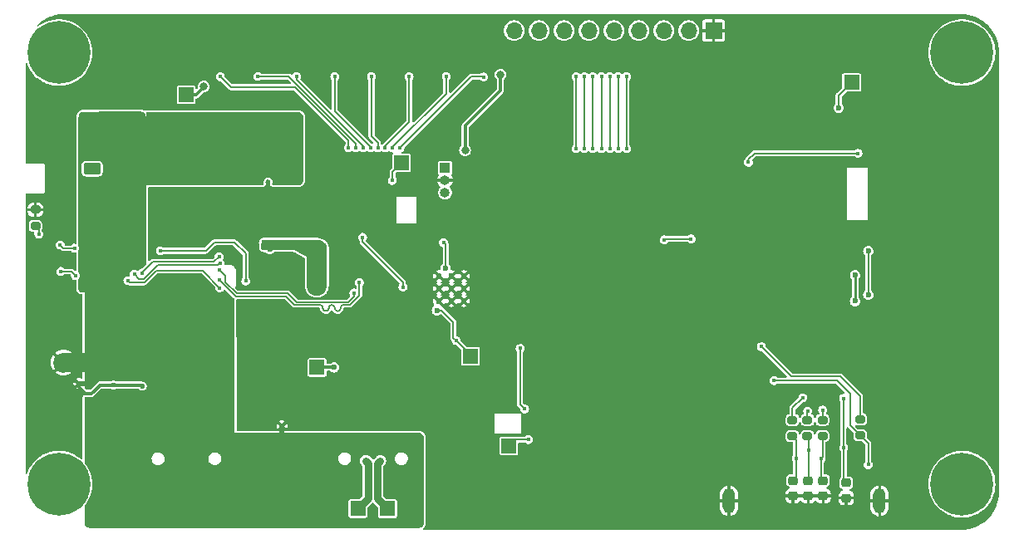
<source format=gbr>
%TF.GenerationSoftware,KiCad,Pcbnew,(6.0.2-0)*%
%TF.CreationDate,2022-03-26T21:56:15+01:00*%
%TF.ProjectId,RP2040GPSTracker,52503230-3430-4475-9053-547261636b65,rev?*%
%TF.SameCoordinates,PX4416780PY363af58*%
%TF.FileFunction,Copper,L2,Bot*%
%TF.FilePolarity,Positive*%
%FSLAX46Y46*%
G04 Gerber Fmt 4.6, Leading zero omitted, Abs format (unit mm)*
G04 Created by KiCad (PCBNEW (6.0.2-0)) date 2022-03-26 21:56:15*
%MOMM*%
%LPD*%
G01*
G04 APERTURE LIST*
G04 Aperture macros list*
%AMRoundRect*
0 Rectangle with rounded corners*
0 $1 Rounding radius*
0 $2 $3 $4 $5 $6 $7 $8 $9 X,Y pos of 4 corners*
0 Add a 4 corners polygon primitive as box body*
4,1,4,$2,$3,$4,$5,$6,$7,$8,$9,$2,$3,0*
0 Add four circle primitives for the rounded corners*
1,1,$1+$1,$2,$3*
1,1,$1+$1,$4,$5*
1,1,$1+$1,$6,$7*
1,1,$1+$1,$8,$9*
0 Add four rect primitives between the rounded corners*
20,1,$1+$1,$2,$3,$4,$5,0*
20,1,$1+$1,$4,$5,$6,$7,0*
20,1,$1+$1,$6,$7,$8,$9,0*
20,1,$1+$1,$8,$9,$2,$3,0*%
G04 Aperture macros list end*
%TA.AperFunction,ComponentPad*%
%ADD10O,0.900000X1.700000*%
%TD*%
%TA.AperFunction,ComponentPad*%
%ADD11O,1.000000X2.100000*%
%TD*%
%TA.AperFunction,ComponentPad*%
%ADD12C,6.400000*%
%TD*%
%TA.AperFunction,ComponentPad*%
%ADD13RoundRect,0.250000X-0.625000X0.350000X-0.625000X-0.350000X0.625000X-0.350000X0.625000X0.350000X0*%
%TD*%
%TA.AperFunction,ComponentPad*%
%ADD14O,1.750000X1.200000*%
%TD*%
%TA.AperFunction,ComponentPad*%
%ADD15C,0.600000*%
%TD*%
%TA.AperFunction,ComponentPad*%
%ADD16R,1.000000X1.000000*%
%TD*%
%TA.AperFunction,ComponentPad*%
%ADD17O,1.000000X1.000000*%
%TD*%
%TA.AperFunction,ComponentPad*%
%ADD18O,1.270000X2.565400*%
%TD*%
%TA.AperFunction,ComponentPad*%
%ADD19R,1.700000X1.700000*%
%TD*%
%TA.AperFunction,ComponentPad*%
%ADD20O,1.700000X1.700000*%
%TD*%
%TA.AperFunction,SMDPad,CuDef*%
%ADD21RoundRect,0.225000X0.250000X-0.225000X0.250000X0.225000X-0.250000X0.225000X-0.250000X-0.225000X0*%
%TD*%
%TA.AperFunction,SMDPad,CuDef*%
%ADD22R,1.500000X1.500000*%
%TD*%
%TA.AperFunction,SMDPad,CuDef*%
%ADD23RoundRect,0.200000X-0.275000X0.200000X-0.275000X-0.200000X0.275000X-0.200000X0.275000X0.200000X0*%
%TD*%
%TA.AperFunction,SMDPad,CuDef*%
%ADD24RoundRect,0.200000X0.275000X-0.200000X0.275000X0.200000X-0.275000X0.200000X-0.275000X-0.200000X0*%
%TD*%
%TA.AperFunction,SMDPad,CuDef*%
%ADD25C,0.500000*%
%TD*%
%TA.AperFunction,SMDPad,CuDef*%
%ADD26C,2.000000*%
%TD*%
%TA.AperFunction,ViaPad*%
%ADD27C,0.400000*%
%TD*%
%TA.AperFunction,ViaPad*%
%ADD28C,0.600000*%
%TD*%
%TA.AperFunction,ViaPad*%
%ADD29C,0.800000*%
%TD*%
%TA.AperFunction,Conductor*%
%ADD30C,0.300000*%
%TD*%
%TA.AperFunction,Conductor*%
%ADD31C,0.200000*%
%TD*%
%TA.AperFunction,Conductor*%
%ADD32C,0.350000*%
%TD*%
%TA.AperFunction,Conductor*%
%ADD33C,0.150000*%
%TD*%
%TA.AperFunction,Conductor*%
%ADD34C,0.800000*%
%TD*%
%TA.AperFunction,Conductor*%
%ADD35C,0.250000*%
%TD*%
G04 APERTURE END LIST*
%TO.C,NT3*%
G36*
X26580000Y9810000D02*
G01*
X26080000Y9810000D01*
X26080000Y10810000D01*
X26580000Y10810000D01*
X26580000Y9810000D01*
G37*
%TO.C,NT2*%
G36*
X6655000Y14885000D02*
G01*
X5655000Y14885000D01*
X5655000Y15385000D01*
X6655000Y15385000D01*
X6655000Y14885000D01*
G37*
%TO.C,NT1*%
G36*
X8070000Y16255000D02*
G01*
X4070000Y16255000D01*
X4070000Y18255000D01*
X8070000Y18255000D01*
X8070000Y16255000D01*
G37*
%TD*%
D10*
%TO.P,J7,S1,SHIELD*%
%TO.N,GNDPWR*%
X31279800Y3814600D03*
D11*
X39929800Y7994600D03*
X31279800Y7994600D03*
D10*
X39929800Y3814600D03*
%TD*%
D12*
%TO.P,H4,1*%
%TO.N,N/C*%
X3604800Y4864600D03*
%TD*%
%TO.P,H3,1*%
%TO.N,N/C*%
X95604800Y4864600D03*
%TD*%
D13*
%TO.P,J9,1,Pin_1*%
%TO.N,/BCM_BATT*%
X6995000Y37030000D03*
D14*
%TO.P,J9,2,Pin_2*%
%TO.N,GNDPWR*%
X6995000Y35030000D03*
%TD*%
D15*
%TO.P,U3,57,GND*%
%TO.N,GND*%
X43599000Y23527600D03*
X44874000Y26077600D03*
X42324000Y26077600D03*
X43599000Y24802600D03*
X43599000Y26077600D03*
X44874000Y23527600D03*
X42324000Y24802600D03*
X44874000Y24802600D03*
X42324000Y23527600D03*
%TD*%
D12*
%TO.P,H2,1*%
%TO.N,N/C*%
X95604800Y48864600D03*
%TD*%
D16*
%TO.P,J3,1,Pin_1*%
%TO.N,Net-(J3-Pad1)*%
X42945000Y37130000D03*
D17*
%TO.P,J3,2,Pin_2*%
%TO.N,GND*%
X42945000Y35860000D03*
%TO.P,J3,3,Pin_3*%
%TO.N,Net-(J3-Pad3)*%
X42945000Y34590000D03*
%TD*%
D18*
%TO.P,J8,8,GND*%
%TO.N,GND*%
X87215000Y3159500D03*
%TO.P,J8,17,GND*%
X71865000Y3159500D03*
%TD*%
D12*
%TO.P,H1,1*%
%TO.N,N/C*%
X3604800Y48864600D03*
%TD*%
D11*
%TO.P,J6,S1,SHIELD*%
%TO.N,GNDPWR*%
X20929800Y7994600D03*
D10*
X12279800Y3814600D03*
X20929800Y3814600D03*
D11*
X12279800Y7994600D03*
%TD*%
D19*
%TO.P,J11,1,Pin_1*%
%TO.N,GND*%
X70300000Y51105000D03*
D20*
%TO.P,J11,2,Pin_2*%
%TO.N,/IO_1*%
X67760000Y51105000D03*
%TO.P,J11,3,Pin_3*%
%TO.N,/IO_2*%
X65220000Y51105000D03*
%TO.P,J11,4,Pin_4*%
%TO.N,/IO_3*%
X62680000Y51105000D03*
%TO.P,J11,5,Pin_5*%
%TO.N,/IO_4*%
X60140000Y51105000D03*
%TO.P,J11,6,Pin_6*%
%TO.N,/IO_5*%
X57600000Y51105000D03*
%TO.P,J11,7,Pin_7*%
%TO.N,/IO_6*%
X55060000Y51105000D03*
%TO.P,J11,8,Pin_8*%
%TO.N,/IO_7*%
X52520000Y51105000D03*
%TO.P,J11,9,Pin_9*%
%TO.N,+3V3*%
X49980000Y51105000D03*
%TD*%
D21*
%TO.P,C28,1*%
%TO.N,GND*%
X81470000Y3680000D03*
%TO.P,C28,2*%
%TO.N,Net-(C28-Pad2)*%
X81470000Y5230000D03*
%TD*%
D22*
%TO.P,TP4,1,1*%
%TO.N,+3V3*%
X29912500Y16770000D03*
%TD*%
%TO.P,TP3,1,1*%
%TO.N,+1V1*%
X45555000Y17900000D03*
%TD*%
%TO.P,TP6,1,1*%
%TO.N,/PI_RESET*%
X38505000Y37620000D03*
%TD*%
D23*
%TO.P,R27,1*%
%TO.N,/SIM_VDD_EXT*%
X85235000Y11490000D03*
%TO.P,R27,2*%
%TO.N,/SIM_C_DET*%
X85235000Y9840000D03*
%TD*%
D24*
%TO.P,R25,1*%
%TO.N,Net-(C29-Pad2)*%
X78335000Y9760000D03*
%TO.P,R25,2*%
%TO.N,/SIM_C_CLK*%
X78335000Y11410000D03*
%TD*%
D22*
%TO.P,TP9,1,1*%
%TO.N,GNDPWR*%
X7490000Y30970000D03*
%TD*%
D25*
%TO.P,NT3,1,1*%
%TO.N,GND*%
X26330000Y10810000D03*
%TO.P,NT3,2,2*%
%TO.N,GNDPWR*%
X26330000Y9810000D03*
%TD*%
%TO.P,NT2,1,1*%
%TO.N,GND*%
X5655000Y15135000D03*
%TO.P,NT2,2,2*%
%TO.N,GNDPWR*%
X6655000Y15135000D03*
%TD*%
D22*
%TO.P,TP5,1,1*%
%TO.N,/SIM_PWR*%
X84355000Y45835000D03*
%TD*%
%TO.P,TP8,1,1*%
%TO.N,/BOOST_OUT*%
X16560000Y44555000D03*
%TD*%
%TO.P,TP7,1,1*%
%TO.N,/USB_BOOT*%
X49435000Y8765000D03*
%TD*%
D21*
%TO.P,C27,1*%
%TO.N,GND*%
X83820000Y3460000D03*
%TO.P,C27,2*%
%TO.N,/SIM_C_VDD*%
X83820000Y5010000D03*
%TD*%
D24*
%TO.P,R26,1*%
%TO.N,Net-(C30-Pad2)*%
X79865000Y9770000D03*
%TO.P,R26,2*%
%TO.N,/SIM_C_DATA*%
X79865000Y11420000D03*
%TD*%
D21*
%TO.P,C30,1*%
%TO.N,GND*%
X79935000Y3680000D03*
%TO.P,C30,2*%
%TO.N,Net-(C30-Pad2)*%
X79935000Y5230000D03*
%TD*%
%TO.P,C29,1*%
%TO.N,GND*%
X78390000Y3680000D03*
%TO.P,C29,2*%
%TO.N,Net-(C29-Pad2)*%
X78390000Y5230000D03*
%TD*%
D24*
%TO.P,R24,1*%
%TO.N,Net-(C28-Pad2)*%
X81395000Y9770000D03*
%TO.P,R24,2*%
%TO.N,/SIM_C_RST*%
X81395000Y11420000D03*
%TD*%
%TO.P,TH1,1*%
%TO.N,/BCM_NTC*%
X1215000Y31200000D03*
%TO.P,TH1,2*%
%TO.N,GND*%
X1215000Y32850000D03*
%TD*%
D22*
%TO.P,TP2,1,1*%
%TO.N,/USB_D+*%
X37100000Y2365000D03*
%TD*%
%TO.P,TP1,1,1*%
%TO.N,/USB_D-*%
X34070000Y2375000D03*
%TD*%
D26*
%TO.P,NT1,1,1*%
%TO.N,GNDPWR*%
X8070000Y17255000D03*
%TO.P,NT1,2,2*%
%TO.N,GND*%
X4070000Y17255000D03*
%TD*%
D27*
%TO.N,GND*%
X68095000Y30770000D03*
X18162500Y50437500D03*
D28*
X89460000Y33804400D03*
X73940000Y23550000D03*
D27*
X72430000Y10215000D03*
D28*
X80312600Y25086800D03*
X78362600Y27466800D03*
D27*
X4405000Y23515000D03*
X39045000Y35740000D03*
X44715000Y50425000D03*
D28*
X72170000Y37835000D03*
D27*
X31785000Y23990000D03*
X40020000Y18020000D03*
D28*
X81242600Y30896800D03*
X77412600Y25096800D03*
X96670000Y29790000D03*
X89436100Y38780000D03*
D27*
X25502500Y50462500D03*
X43260000Y10785000D03*
D28*
X85932400Y30728000D03*
D27*
X2740000Y32925000D03*
D28*
X83162600Y31906800D03*
X78402600Y34276800D03*
D27*
X34255000Y21745000D03*
X32915000Y50425000D03*
X42295000Y32090000D03*
X14360000Y28050000D03*
D28*
X78115000Y48800000D03*
X72120000Y22580000D03*
D27*
X46320000Y11090000D03*
X25020000Y30760000D03*
D28*
X77412600Y28526800D03*
D27*
X50100000Y38735000D03*
D28*
X93610000Y30470000D03*
X77412600Y31896800D03*
X81312600Y34286800D03*
D27*
X89650000Y46555000D03*
X1065000Y29700000D03*
X49215000Y17900000D03*
X37020000Y22715000D03*
D28*
X92260000Y29095000D03*
X81252600Y27466800D03*
X88833950Y36259250D03*
D27*
X87595000Y7615000D03*
X35835000Y26855000D03*
X21972500Y50337500D03*
X89640000Y23590000D03*
X40745000Y50410000D03*
D28*
X80292600Y31876800D03*
X97150000Y21870000D03*
X78402600Y30886800D03*
D27*
X43315000Y32690000D03*
D28*
X83232600Y25116800D03*
D27*
X50855000Y22035000D03*
X23840000Y28619800D03*
D28*
X86821600Y21299200D03*
D27*
X9160000Y14980000D03*
X28970000Y11565000D03*
X86105000Y43290000D03*
D28*
X83242600Y28446800D03*
D27*
X89430000Y7800000D03*
X23445000Y23390000D03*
X79470000Y16500000D03*
X5485000Y19300000D03*
X72475000Y16205000D03*
D28*
X75462600Y27466800D03*
X50565000Y26025000D03*
X97090000Y37520000D03*
X75482600Y30846800D03*
D27*
X26830000Y28320000D03*
X24908900Y35668300D03*
D28*
X79795000Y37215000D03*
D27*
X19765400Y28899200D03*
X26852000Y33395000D03*
X29290000Y50425000D03*
X68140000Y32920000D03*
X43650000Y17230000D03*
X48475000Y31025000D03*
X12105000Y14860000D03*
X68130000Y25335000D03*
X74815000Y16550000D03*
X25658200Y25825800D03*
X44945000Y29580000D03*
D28*
X75492600Y34286800D03*
D27*
X54395000Y14335000D03*
X85230000Y16450000D03*
X84305000Y7555000D03*
D28*
X80332600Y28496800D03*
D27*
X36940000Y50450000D03*
X39235000Y16510000D03*
D28*
%TO.N,+3V3*%
X31642500Y16775000D03*
D29*
X48605000Y46625000D03*
X44990000Y38900000D03*
D28*
%TO.N,+1V1*%
X42125800Y22592800D03*
X42999000Y26910000D03*
D27*
X42785000Y29515000D03*
X44075000Y19525000D03*
D28*
%TO.N,/SIM_PWR*%
X83045000Y43250000D03*
D27*
%TO.N,/SIM_C_VDD*%
X83540000Y13620000D03*
X83555000Y8580000D03*
%TO.N,Net-(C28-Pad2)*%
X81245000Y7465000D03*
%TO.N,Net-(C29-Pad2)*%
X78715000Y7470000D03*
%TO.N,Net-(C30-Pad2)*%
X79985000Y8320000D03*
%TO.N,/BCM_VREF_1*%
X11290000Y26250000D03*
X20020000Y27400000D03*
D29*
%TO.N,/BOOST_OUT*%
X18370000Y45400000D03*
D27*
%TO.N,/BCM_VNTC*%
X3800000Y26555000D03*
X10640000Y25605000D03*
X19994000Y24886000D03*
X5295000Y26140000D03*
%TO.N,/SIM_C_DET*%
X76460000Y15420000D03*
X86055000Y6855000D03*
%TO.N,/USB_BOOT*%
X51445000Y9415000D03*
%TO.N,/BCM_DISC*%
X22650000Y25580000D03*
X13950000Y28665000D03*
D28*
%TO.N,/USB_D+*%
X36345000Y7240000D03*
%TO.N,/USB_D-*%
X34870000Y7249800D03*
D27*
%TO.N,Net-(R10-Pad2)*%
X68010000Y29880000D03*
X65265000Y29790000D03*
D28*
%TO.N,/_GNSS_EN*%
X84713400Y23534400D03*
X84713400Y26176000D03*
D27*
%TO.N,/BCM_SCL*%
X34220000Y25410000D03*
X20002000Y25656000D03*
%TO.N,/BCM_SDA*%
X20002000Y26672000D03*
X33660000Y24360000D03*
%TO.N,/SIM_C_RST*%
X81405000Y12435000D03*
%TO.N,/SIM_C_CLK*%
X79395000Y13680000D03*
%TO.N,/SIM_C_DATA*%
X79880000Y12340000D03*
%TO.N,/SIM_VDD_EXT*%
X75165000Y18875000D03*
%TO.N,Net-(R33-Pad1)*%
X12060000Y26400000D03*
X19930000Y28070000D03*
%TO.N,/BCM_NTC*%
X1565000Y30375000D03*
X3740000Y29250000D03*
X5190000Y28925000D03*
D28*
%TO.N,/_GNSS_RXD*%
X86059600Y24169400D03*
X86059600Y28639800D03*
D27*
%TO.N,/IO_1*%
X61445200Y46410400D03*
X61445000Y39060000D03*
%TO.N,/IO_2*%
X60595000Y39060000D03*
X60595200Y46410400D03*
%TO.N,/IO_3*%
X59745200Y46410400D03*
X59745000Y39060000D03*
%TO.N,/IO_4*%
X58895200Y46410400D03*
X58895000Y39060000D03*
D28*
%TO.N,/PI_VREG_IN*%
X25680000Y29440000D03*
X29790000Y24550000D03*
X30390000Y25200000D03*
X24510000Y29470000D03*
X25110000Y28830000D03*
X29230000Y25200000D03*
D27*
%TO.N,/IO_5*%
X57995200Y46410400D03*
X57995000Y39060000D03*
%TO.N,/IO_6*%
X57145200Y46410400D03*
X57145000Y39060000D03*
D28*
%TO.N,GNDPWR*%
X12005000Y22765000D03*
X20340000Y18150000D03*
D27*
X27570000Y37355000D03*
X9615000Y29425000D03*
X18978000Y24962200D03*
%TO.N,/IO_7*%
X56295000Y39060000D03*
X56295200Y46410400D03*
%TO.N,Net-(Q1-Pad3)*%
X20055000Y46405000D03*
X33104800Y39155000D03*
%TO.N,/LED_3*%
X39280000Y46405000D03*
X36854800Y39155000D03*
%TO.N,/LED_4*%
X35455000Y46400000D03*
X36104800Y39155000D03*
%TO.N,/LED_5*%
X35354800Y39155000D03*
X31710000Y46410000D03*
%TO.N,/LED_6*%
X27830000Y46430000D03*
X34604800Y39155000D03*
%TO.N,/LED_1*%
X46885000Y46390000D03*
X38354800Y39155000D03*
%TO.N,/LED_2*%
X43070000Y46445000D03*
X37604800Y39155000D03*
%TO.N,/LED_7*%
X34540000Y30030000D03*
X33854800Y39155000D03*
X38660000Y24970000D03*
X23860000Y46430000D03*
%TO.N,/SIM_NETLIGHT*%
X85010000Y38600000D03*
X73850000Y37685000D03*
%TO.N,/PI_RESET*%
X37580000Y35825000D03*
%TO.N,/SPI_SS*%
X50600000Y18710000D03*
X51050000Y12535000D03*
%TD*%
D30*
%TO.N,GND*%
X11985000Y14980000D02*
X9160000Y14980000D01*
X6965000Y14125000D02*
X6275000Y14125000D01*
X12105000Y14860000D02*
X11985000Y14980000D01*
X5655000Y14745000D02*
X5655000Y15135000D01*
X6275000Y14125000D02*
X5655000Y14745000D01*
X9160000Y14980000D02*
X7820000Y14980000D01*
X7820000Y14980000D02*
X6965000Y14125000D01*
%TO.N,+3V3*%
X31642500Y16775000D02*
X29917500Y16775000D01*
X44990000Y41415000D02*
X44990000Y38900000D01*
X48605000Y46625000D02*
X48605000Y45030000D01*
X48605000Y45030000D02*
X44990000Y41415000D01*
D31*
%TO.N,+1V1*%
X44075000Y19525000D02*
X43793800Y19806200D01*
X43793800Y21406200D02*
X42607200Y22592800D01*
X45555000Y18045000D02*
X45555000Y17900000D01*
X43793800Y19806200D02*
X43793800Y21406200D01*
X42999000Y29301000D02*
X42999000Y26910000D01*
X42607200Y22592800D02*
X42125800Y22592800D01*
X42785000Y29515000D02*
X42999000Y29301000D01*
X44075000Y19525000D02*
X45555000Y18045000D01*
%TO.N,/SIM_PWR*%
X83045000Y43250000D02*
X83045000Y44525000D01*
X83045000Y44525000D02*
X84355000Y45835000D01*
%TO.N,/SIM_C_VDD*%
X83555000Y5275000D02*
X83820000Y5010000D01*
X83555000Y8580000D02*
X83540000Y8595000D01*
X83540000Y8595000D02*
X83540000Y13620000D01*
X83555000Y8580000D02*
X83555000Y5275000D01*
%TO.N,Net-(C28-Pad2)*%
X81245000Y7465000D02*
X81395000Y7615000D01*
X81245000Y5455000D02*
X81470000Y5230000D01*
X81395000Y7615000D02*
X81395000Y9770000D01*
X81245000Y7465000D02*
X81245000Y5455000D01*
%TO.N,Net-(C29-Pad2)*%
X78720000Y9375000D02*
X78335000Y9760000D01*
X78720000Y7480000D02*
X78720000Y9375000D01*
X78715000Y5555000D02*
X78390000Y5230000D01*
X78715000Y7470000D02*
X78715000Y5555000D01*
X78715000Y7475000D02*
X78720000Y7480000D01*
%TO.N,Net-(C30-Pad2)*%
X79985000Y8320000D02*
X79990000Y8325000D01*
X79990000Y9645000D02*
X79865000Y9770000D01*
X79990000Y8325000D02*
X79990000Y9645000D01*
X79985000Y5280000D02*
X79935000Y5230000D01*
X79985000Y8320000D02*
X79985000Y5280000D01*
%TO.N,/BCM_VREF_1*%
X19820000Y27230000D02*
X19990000Y27400000D01*
X19990000Y27400000D02*
X20020000Y27400000D01*
X11290000Y26250000D02*
X11740000Y25800000D01*
X12280000Y25800000D02*
X13710000Y27230000D01*
X11740000Y25800000D02*
X12280000Y25800000D01*
X13710000Y27230000D02*
X19820000Y27230000D01*
D32*
%TO.N,/BOOST_OUT*%
X17560000Y44555000D02*
X16560000Y44555000D01*
X18370000Y45365000D02*
X17560000Y44555000D01*
X18370000Y45400000D02*
X18370000Y45365000D01*
D33*
%TO.N,/BCM_VNTC*%
X5295000Y26140000D02*
X4880000Y26555000D01*
X12320000Y25413586D02*
X10831414Y25413586D01*
X13556414Y26650000D02*
X12320000Y25413586D01*
X18230000Y26650000D02*
X13556414Y26650000D01*
X10831414Y25413586D02*
X10640000Y25605000D01*
X19994000Y24886000D02*
X18230000Y26650000D01*
X4880000Y26555000D02*
X3800000Y26555000D01*
D31*
%TO.N,/SIM_C_DET*%
X76460000Y15420000D02*
X82885000Y15420000D01*
X86055000Y9020000D02*
X85235000Y9840000D01*
X86055000Y6855000D02*
X86055000Y9020000D01*
X84205000Y10870000D02*
X85235000Y9840000D01*
X84205000Y14100000D02*
X84205000Y10870000D01*
X82885000Y15420000D02*
X84205000Y14100000D01*
%TO.N,/USB_BOOT*%
X50075000Y9405000D02*
X49435000Y8765000D01*
X51435000Y9405000D02*
X50075000Y9405000D01*
X51445000Y9415000D02*
X51435000Y9405000D01*
%TO.N,/BCM_DISC*%
X13958104Y28656896D02*
X18586896Y28656896D01*
X19450000Y29520000D02*
X21490000Y29520000D01*
X21490000Y29520000D02*
X22650000Y28360000D01*
X22650000Y28360000D02*
X22650000Y25580000D01*
X13950000Y28665000D02*
X13958104Y28656896D01*
X18586896Y28656896D02*
X19450000Y29520000D01*
D34*
%TO.N,/USB_D+*%
X36345000Y7240000D02*
X36055000Y6950000D01*
X36055000Y6950000D02*
X36055000Y3410000D01*
X36055000Y3410000D02*
X37100000Y2365000D01*
%TO.N,/USB_D-*%
X35105000Y3410000D02*
X34070000Y2375000D01*
X34870000Y7249800D02*
X35105000Y7014800D01*
X35105000Y7014800D02*
X35105000Y3410000D01*
D30*
X34870000Y7249800D02*
X34870000Y7230000D01*
D31*
%TO.N,Net-(R10-Pad2)*%
X68010000Y29880000D02*
X65360000Y29880000D01*
X65360000Y29880000D02*
X65275000Y29795000D01*
D35*
%TO.N,/_GNSS_EN*%
X84713400Y26176000D02*
X84713400Y23534400D01*
D33*
%TO.N,/BCM_SCL*%
X31105000Y22805597D02*
X31105000Y22845000D01*
X32605000Y23145000D02*
X32655000Y23145000D01*
X26702000Y24020000D02*
X27577000Y23145000D01*
X32655000Y23145000D02*
X33260000Y23145000D01*
X30505000Y22845000D02*
X30505000Y22805597D01*
X34220000Y24105000D02*
X34220000Y25410000D01*
X20010000Y25648000D02*
X21638000Y24020000D01*
X33260000Y23145000D02*
X34220000Y24105000D01*
X21638000Y24020000D02*
X26702000Y24020000D01*
X27577000Y23145000D02*
X30205000Y23145000D01*
X32305000Y22805597D02*
X32305000Y22845000D01*
X31705000Y22845000D02*
X31705000Y22805597D01*
X31705000Y22845000D02*
G75*
G03*
X31405000Y23145000I-300000J0D01*
G01*
X30505000Y22845000D02*
G75*
G03*
X30205000Y23145000I-300000J0D01*
G01*
X31105000Y22805597D02*
G75*
G02*
X30805000Y22505597I-300000J0D01*
G01*
X30805000Y22505597D02*
G75*
G02*
X30505000Y22805597I0J300000D01*
G01*
X32005000Y22505597D02*
G75*
G02*
X31705000Y22805597I0J300000D01*
G01*
X32605000Y23145000D02*
G75*
G03*
X32305000Y22845000I0J-300000D01*
G01*
X32305000Y22805597D02*
G75*
G02*
X32005000Y22505597I-300000J0D01*
G01*
X31405000Y23145000D02*
G75*
G03*
X31105000Y22845000I0J-300000D01*
G01*
%TO.N,/BCM_SDA*%
X26933480Y24296520D02*
X21752538Y24296520D01*
X33660000Y24360000D02*
X33660000Y23995000D01*
X27808480Y23421520D02*
X26933480Y24296520D01*
X21752538Y24296520D02*
X20590000Y25459058D01*
X33086520Y23421520D02*
X27808480Y23421520D01*
X20590000Y25459058D02*
X20590000Y26084000D01*
X33660000Y23995000D02*
X33086520Y23421520D01*
X20590000Y26084000D02*
X20002000Y26672000D01*
D31*
%TO.N,/SIM_C_RST*%
X81395000Y12425000D02*
X81395000Y11420000D01*
X81405000Y12435000D02*
X81395000Y12425000D01*
%TO.N,/SIM_C_CLK*%
X78335000Y12620000D02*
X78335000Y11410000D01*
X79395000Y13680000D02*
X78335000Y12620000D01*
%TO.N,/SIM_C_DATA*%
X79880000Y12340000D02*
X79865000Y12325000D01*
X79865000Y12325000D02*
X79865000Y11420000D01*
%TO.N,/SIM_VDD_EXT*%
X75165000Y18875000D02*
X78200000Y15840000D01*
X85235000Y13810000D02*
X85235000Y11490000D01*
X78200000Y15840000D02*
X83205000Y15840000D01*
X83205000Y15840000D02*
X85235000Y13810000D01*
D33*
%TO.N,Net-(R33-Pad1)*%
X12060000Y26440000D02*
X13151520Y27531520D01*
X12060000Y26400000D02*
X12060000Y26440000D01*
X19391520Y27531520D02*
X19930000Y28070000D01*
X13151520Y27531520D02*
X19391520Y27531520D01*
%TO.N,/BCM_NTC*%
X4065000Y28925000D02*
X3740000Y29250000D01*
X1565000Y30375000D02*
X1565000Y30762500D01*
X1565000Y30762500D02*
X1215000Y31112500D01*
X5190000Y28925000D02*
X4065000Y28925000D01*
D31*
%TO.N,/_GNSS_RXD*%
X86059600Y28639800D02*
X86059600Y24169400D01*
%TO.N,/IO_1*%
X61445000Y39060000D02*
X61445000Y46410200D01*
%TO.N,/IO_2*%
X60595000Y39060000D02*
X60595000Y46410200D01*
%TO.N,/IO_3*%
X59745000Y39060000D02*
X59745000Y46410200D01*
%TO.N,/IO_4*%
X58895000Y39060000D02*
X58895000Y46410200D01*
%TO.N,/IO_5*%
X57995000Y39060000D02*
X57995000Y46410200D01*
%TO.N,/IO_6*%
X57145200Y46410400D02*
X57145200Y39060200D01*
%TO.N,/IO_7*%
X56295000Y39060000D02*
X56295000Y46410200D01*
%TO.N,Net-(Q1-Pad3)*%
X27648230Y45335000D02*
X21125000Y45335000D01*
X21125000Y45335000D02*
X20055000Y46405000D01*
X33104800Y39155000D02*
X33104800Y39878430D01*
X33104800Y39878430D02*
X27648230Y45335000D01*
%TO.N,/LED_3*%
X39290000Y41740000D02*
X39290000Y46395000D01*
X36854800Y39155000D02*
X36854800Y39304800D01*
X39290000Y46395000D02*
X39280000Y46405000D01*
X36854800Y39304800D02*
X39290000Y41740000D01*
%TO.N,/LED_4*%
X36105000Y39155200D02*
X36105000Y39665000D01*
X35455000Y40315000D02*
X35455000Y46400000D01*
X36104800Y39155000D02*
X36105000Y39155200D01*
X36105000Y39665000D02*
X35455000Y40315000D01*
%TO.N,/LED_5*%
X35354800Y39155000D02*
X35354800Y39240200D01*
X31710000Y42885000D02*
X31710000Y46410000D01*
X35354800Y39240200D02*
X31710000Y42885000D01*
%TO.N,/LED_6*%
X27830000Y46076770D02*
X27830000Y46430000D01*
X34604800Y39155000D02*
X34604800Y39301970D01*
X34604800Y39301970D02*
X27830000Y46076770D01*
%TO.N,/LED_1*%
X46885000Y46390000D02*
X46865000Y46410000D01*
X46865000Y46410000D02*
X45609800Y46410000D01*
X45609800Y46410000D02*
X38354800Y39155000D01*
%TO.N,/LED_2*%
X37604800Y39214800D02*
X37604800Y39155000D01*
X43070000Y44680000D02*
X37604800Y39214800D01*
X43070000Y46445000D02*
X43070000Y44680000D01*
%TO.N,/LED_7*%
X27020000Y46425000D02*
X23865000Y46425000D01*
X33854800Y39590200D02*
X27020000Y46425000D01*
X38660000Y24970000D02*
X38660000Y25425000D01*
X33854800Y39155000D02*
X33854800Y39590200D01*
X34540000Y29545000D02*
X34540000Y30030000D01*
X38660000Y25425000D02*
X34540000Y29545000D01*
X23865000Y46425000D02*
X23860000Y46430000D01*
%TO.N,/SIM_NETLIGHT*%
X73850000Y37970000D02*
X74480000Y38600000D01*
X73850000Y37685000D02*
X73850000Y37970000D01*
X74480000Y38600000D02*
X85010000Y38600000D01*
%TO.N,/PI_RESET*%
X37580000Y35825000D02*
X37580000Y36695000D01*
X37580000Y36695000D02*
X38505000Y37620000D01*
%TO.N,/SPI_SS*%
X50600000Y18710000D02*
X50600000Y12985000D01*
X50600000Y12985000D02*
X51050000Y12535000D01*
%TD*%
%TA.AperFunction,Conductor*%
%TO.N,GNDPWR*%
G36*
X11983987Y42842918D02*
G01*
X12094152Y42828626D01*
X12119142Y42821978D01*
X12215803Y42782130D01*
X12238215Y42769236D01*
X12321244Y42705719D01*
X12339558Y42687456D01*
X12403306Y42604595D01*
X12416264Y42582211D01*
X12456374Y42485666D01*
X12463090Y42460695D01*
X12477683Y42350568D01*
X12478541Y42337639D01*
X12489850Y27259466D01*
X12110048Y26879664D01*
X12055531Y26851887D01*
X12039445Y26850670D01*
X12007832Y26850863D01*
X12005282Y26850879D01*
X11998231Y26850922D01*
X11991455Y26848985D01*
X11991452Y26848985D01*
X11880935Y26817399D01*
X11880933Y26817398D01*
X11874155Y26815461D01*
X11868191Y26811698D01*
X11820706Y26781737D01*
X11765019Y26746601D01*
X11752659Y26732606D01*
X11686304Y26657473D01*
X11679596Y26649878D01*
X11679119Y26648863D01*
X11633492Y26612309D01*
X11572374Y26609427D01*
X11544652Y26621842D01*
X11486825Y26659323D01*
X11486823Y26659324D01*
X11480906Y26663159D01*
X11474150Y26665179D01*
X11474149Y26665180D01*
X11431335Y26677984D01*
X11357273Y26700134D01*
X11280644Y26700602D01*
X11235282Y26700879D01*
X11228231Y26700922D01*
X11221454Y26698985D01*
X11221453Y26698985D01*
X11110935Y26667399D01*
X11110933Y26667398D01*
X11104155Y26665461D01*
X10995019Y26596601D01*
X10909596Y26499878D01*
X10854754Y26383068D01*
X10834901Y26255560D01*
X10835816Y26248563D01*
X10835816Y26248561D01*
X10847566Y26158703D01*
X10836363Y26098552D01*
X10791944Y26056474D01*
X10731275Y26048541D01*
X10721043Y26051016D01*
X10707273Y26055134D01*
X10630644Y26055602D01*
X10585282Y26055879D01*
X10578231Y26055922D01*
X10571454Y26053985D01*
X10571453Y26053985D01*
X10460935Y26022399D01*
X10460933Y26022398D01*
X10454155Y26020461D01*
X10345019Y25951601D01*
X10259596Y25854878D01*
X10204754Y25738068D01*
X10184901Y25610560D01*
X10185816Y25603563D01*
X10185816Y25603562D01*
X10186927Y25595063D01*
X10201633Y25482606D01*
X10204471Y25476155D01*
X10204472Y25476153D01*
X10231378Y25415004D01*
X10253605Y25364490D01*
X10295122Y25315099D01*
X10332100Y25271108D01*
X10332103Y25271106D01*
X10336639Y25265709D01*
X10444060Y25194204D01*
X10450788Y25192102D01*
X10450790Y25192101D01*
X10505646Y25174963D01*
X10567233Y25155722D01*
X10631744Y25154540D01*
X10689202Y25153486D01*
X10689204Y25153486D01*
X10696255Y25153357D01*
X10699640Y25154280D01*
X10728040Y25153251D01*
X10821852Y25134591D01*
X10831414Y25132689D01*
X10848985Y25136184D01*
X10868298Y25138086D01*
X12283116Y25138086D01*
X12302429Y25136184D01*
X12320000Y25132689D01*
X12347132Y25138086D01*
X12347133Y25138086D01*
X12382558Y25145133D01*
X12417930Y25152168D01*
X12417932Y25152169D01*
X12427495Y25154071D01*
X12487558Y25194204D01*
X12495622Y25199592D01*
X12495623Y25199593D01*
X12518624Y25214962D01*
X12528574Y25229853D01*
X12540885Y25244855D01*
X13641534Y26345504D01*
X13696051Y26373281D01*
X13711538Y26374500D01*
X18074876Y26374500D01*
X18133067Y26355593D01*
X18144880Y26345504D01*
X19511421Y24978963D01*
X19539198Y24924446D01*
X19539225Y24905591D01*
X19540073Y24905581D01*
X19539987Y24898534D01*
X19538901Y24891560D01*
X19555633Y24763606D01*
X19558471Y24757155D01*
X19558472Y24757153D01*
X19604764Y24651946D01*
X19607605Y24645490D01*
X19629182Y24619821D01*
X19686100Y24552108D01*
X19686103Y24552106D01*
X19690639Y24546709D01*
X19798060Y24475204D01*
X19804788Y24473102D01*
X19804790Y24473101D01*
X19859646Y24455963D01*
X19921233Y24436722D01*
X19985744Y24435540D01*
X20043202Y24434486D01*
X20043204Y24434486D01*
X20050255Y24434357D01*
X20057058Y24436212D01*
X20057060Y24436212D01*
X20103385Y24448842D01*
X20174755Y24468300D01*
X20284724Y24535821D01*
X20371322Y24631493D01*
X20397312Y24685136D01*
X20439700Y24729260D01*
X20499928Y24740042D01*
X20556410Y24711974D01*
X21417112Y23851272D01*
X21429422Y23836271D01*
X21433957Y23829484D01*
X21433961Y23829480D01*
X21439376Y23821376D01*
X21452744Y23812444D01*
X21490623Y23764396D01*
X21496741Y23730309D01*
X21520920Y10114518D01*
X22020046Y10114535D01*
X22023295Y10114535D01*
X28113163Y10114748D01*
X40283519Y10115175D01*
X40296435Y10114328D01*
X40406492Y10099843D01*
X40431454Y10093155D01*
X40527968Y10053181D01*
X40550346Y10040262D01*
X40631800Y9977763D01*
X40633227Y9976668D01*
X40651498Y9958398D01*
X40715096Y9875518D01*
X40728015Y9853140D01*
X40767992Y9756628D01*
X40774681Y9731665D01*
X40789171Y9621608D01*
X40790018Y9608685D01*
X40790014Y7812991D01*
X40790001Y916470D01*
X40789154Y903548D01*
X40774665Y793496D01*
X40767976Y768533D01*
X40728004Y672029D01*
X40715083Y649648D01*
X40651493Y566773D01*
X40633218Y548498D01*
X40624090Y541494D01*
X40550350Y484910D01*
X40527970Y471988D01*
X40431467Y432012D01*
X40406504Y425322D01*
X40296448Y410829D01*
X40283526Y409982D01*
X34231146Y409779D01*
X23691562Y409427D01*
X6733812Y408859D01*
X6720900Y409705D01*
X6610868Y424183D01*
X6585909Y430868D01*
X6489420Y470821D01*
X6467042Y483736D01*
X6465512Y484910D01*
X6384176Y547296D01*
X6365902Y565562D01*
X6302306Y648397D01*
X6289380Y670770D01*
X6249384Y767242D01*
X6242688Y792197D01*
X6228160Y902224D01*
X6227309Y915125D01*
X6227022Y1605252D01*
X33119500Y1605252D01*
X33131133Y1546769D01*
X33175448Y1480448D01*
X33241769Y1436133D01*
X33251332Y1434231D01*
X33251334Y1434230D01*
X33274005Y1429721D01*
X33300252Y1424500D01*
X34839748Y1424500D01*
X34865995Y1429721D01*
X34888666Y1434230D01*
X34888668Y1434231D01*
X34898231Y1436133D01*
X34964552Y1480448D01*
X35008867Y1546769D01*
X35020500Y1605252D01*
X35020500Y2435257D01*
X35039407Y2493448D01*
X35049496Y2505261D01*
X35497199Y2952964D01*
X35506934Y2961500D01*
X35519731Y2971320D01*
X35577406Y2991746D01*
X35640269Y2971320D01*
X35653066Y2961500D01*
X35662801Y2952964D01*
X36120504Y2495261D01*
X36148281Y2440744D01*
X36149500Y2425257D01*
X36149500Y1595252D01*
X36150448Y1590488D01*
X36159144Y1546769D01*
X36161133Y1536769D01*
X36205448Y1470448D01*
X36271769Y1426133D01*
X36281332Y1424231D01*
X36281334Y1424230D01*
X36304005Y1419721D01*
X36330252Y1414500D01*
X37869748Y1414500D01*
X37895995Y1419721D01*
X37918666Y1424230D01*
X37918668Y1424231D01*
X37928231Y1426133D01*
X37994552Y1470448D01*
X38038867Y1536769D01*
X38040857Y1546769D01*
X38049552Y1590488D01*
X38050500Y1595252D01*
X38050500Y3134748D01*
X38038867Y3193231D01*
X37994552Y3259552D01*
X37928231Y3303867D01*
X37918668Y3305769D01*
X37918666Y3305770D01*
X37895995Y3310279D01*
X37869748Y3315500D01*
X37039743Y3315500D01*
X36981552Y3334407D01*
X36969739Y3344496D01*
X36684496Y3629739D01*
X36656719Y3684256D01*
X36655500Y3699743D01*
X36655500Y6660257D01*
X36674407Y6718448D01*
X36684496Y6730261D01*
X36797450Y6843215D01*
X36829985Y6885615D01*
X36865588Y6932013D01*
X36865590Y6932017D01*
X36869536Y6937159D01*
X36930044Y7083238D01*
X36950682Y7240000D01*
X36930044Y7396762D01*
X36884760Y7506086D01*
X37835394Y7506086D01*
X37845793Y7340795D01*
X37896972Y7183283D01*
X37985714Y7043448D01*
X37990250Y7039188D01*
X37990252Y7039186D01*
X38088463Y6946959D01*
X38106444Y6930074D01*
X38118295Y6923559D01*
X38246118Y6853287D01*
X38246122Y6853286D01*
X38251576Y6850287D01*
X38411991Y6809100D01*
X38536042Y6809100D01*
X38618697Y6819542D01*
X38652931Y6823866D01*
X38652932Y6823866D01*
X38659112Y6824647D01*
X38813099Y6885615D01*
X38947087Y6982963D01*
X38951053Y6987758D01*
X38951056Y6987760D01*
X38993599Y7039186D01*
X39052656Y7110574D01*
X39089656Y7189201D01*
X39120522Y7254795D01*
X39120522Y7254796D01*
X39123173Y7260429D01*
X39154206Y7423114D01*
X39143807Y7588405D01*
X39092628Y7745917D01*
X39083320Y7760585D01*
X39007222Y7880495D01*
X39003886Y7885752D01*
X38999350Y7890012D01*
X38999348Y7890014D01*
X38887699Y7994860D01*
X38887698Y7994861D01*
X38883156Y7999126D01*
X38841091Y8022252D01*
X38743482Y8075913D01*
X38743478Y8075914D01*
X38738024Y8078913D01*
X38577609Y8120100D01*
X38453558Y8120100D01*
X38370903Y8109658D01*
X38336669Y8105334D01*
X38336668Y8105334D01*
X38330488Y8104553D01*
X38176501Y8043585D01*
X38042513Y7946237D01*
X38038547Y7941442D01*
X38038544Y7941440D01*
X37996089Y7890120D01*
X37936944Y7818626D01*
X37934293Y7812993D01*
X37934292Y7812991D01*
X37876495Y7690166D01*
X37866427Y7668771D01*
X37835394Y7506086D01*
X36884760Y7506086D01*
X36869536Y7542841D01*
X36773282Y7668282D01*
X36647841Y7764536D01*
X36501762Y7825044D01*
X36345000Y7845682D01*
X36188238Y7825044D01*
X36042159Y7764536D01*
X36037017Y7760590D01*
X36037013Y7760588D01*
X35984393Y7720210D01*
X35948215Y7692450D01*
X35684990Y7429225D01*
X35630473Y7401448D01*
X35570041Y7411019D01*
X35542444Y7433969D01*
X35541820Y7433345D01*
X35537236Y7437929D01*
X35533282Y7443082D01*
X35506936Y7463298D01*
X35497199Y7471836D01*
X35266785Y7702250D01*
X35217590Y7739999D01*
X35177987Y7770388D01*
X35177983Y7770390D01*
X35172841Y7774336D01*
X35026762Y7834844D01*
X34870000Y7855482D01*
X34713238Y7834844D01*
X34567159Y7774336D01*
X34441718Y7678082D01*
X34345464Y7552641D01*
X34284956Y7406562D01*
X34264318Y7249800D01*
X34284956Y7093038D01*
X34345464Y6946959D01*
X34349410Y6941817D01*
X34349412Y6941813D01*
X34389727Y6889274D01*
X34417550Y6853015D01*
X34475504Y6795061D01*
X34503281Y6740544D01*
X34504500Y6725057D01*
X34504500Y3699743D01*
X34485593Y3641552D01*
X34475504Y3629739D01*
X34200261Y3354496D01*
X34145744Y3326719D01*
X34130257Y3325500D01*
X33300252Y3325500D01*
X33274005Y3320279D01*
X33251334Y3315770D01*
X33251332Y3315769D01*
X33241769Y3313867D01*
X33175448Y3269552D01*
X33131133Y3203231D01*
X33129231Y3193668D01*
X33129230Y3193666D01*
X33127241Y3183666D01*
X33119500Y3144748D01*
X33119500Y1605252D01*
X6227022Y1605252D01*
X6226583Y2661224D01*
X6245465Y2719420D01*
X6250527Y2725821D01*
X6301188Y2784719D01*
X6301191Y2784723D01*
X6302938Y2786754D01*
X6511562Y3090305D01*
X6686183Y3414611D01*
X6824758Y3755880D01*
X6925665Y4110118D01*
X6987725Y4473182D01*
X7010211Y4840825D01*
X7010294Y4864600D01*
X7001945Y5018756D01*
X6990520Y5229723D01*
X6990519Y5229732D01*
X6990375Y5232391D01*
X6930852Y5595880D01*
X6832420Y5950814D01*
X6696231Y6293042D01*
X6690523Y6303824D01*
X6525129Y6616196D01*
X6523878Y6618559D01*
X6516987Y6628738D01*
X6318882Y6921338D01*
X6318879Y6921341D01*
X6317378Y6923559D01*
X6267000Y6982963D01*
X6248245Y7005078D01*
X6225028Y7061687D01*
X6224749Y7069069D01*
X6224567Y7506086D01*
X13055394Y7506086D01*
X13065793Y7340795D01*
X13116972Y7183283D01*
X13205714Y7043448D01*
X13210250Y7039188D01*
X13210252Y7039186D01*
X13308463Y6946959D01*
X13326444Y6930074D01*
X13338295Y6923559D01*
X13466118Y6853287D01*
X13466122Y6853286D01*
X13471576Y6850287D01*
X13631991Y6809100D01*
X13756042Y6809100D01*
X13838697Y6819542D01*
X13872931Y6823866D01*
X13872932Y6823866D01*
X13879112Y6824647D01*
X14033099Y6885615D01*
X14167087Y6982963D01*
X14171053Y6987758D01*
X14171056Y6987760D01*
X14213599Y7039186D01*
X14272656Y7110574D01*
X14309656Y7189201D01*
X14340522Y7254795D01*
X14340522Y7254796D01*
X14343173Y7260429D01*
X14374206Y7423114D01*
X14368986Y7506086D01*
X18835394Y7506086D01*
X18845793Y7340795D01*
X18896972Y7183283D01*
X18985714Y7043448D01*
X18990250Y7039188D01*
X18990252Y7039186D01*
X19088463Y6946959D01*
X19106444Y6930074D01*
X19118295Y6923559D01*
X19246118Y6853287D01*
X19246122Y6853286D01*
X19251576Y6850287D01*
X19411991Y6809100D01*
X19536042Y6809100D01*
X19618697Y6819542D01*
X19652931Y6823866D01*
X19652932Y6823866D01*
X19659112Y6824647D01*
X19813099Y6885615D01*
X19947087Y6982963D01*
X19951053Y6987758D01*
X19951056Y6987760D01*
X19993599Y7039186D01*
X20052656Y7110574D01*
X20089656Y7189201D01*
X20120522Y7254795D01*
X20120522Y7254796D01*
X20123173Y7260429D01*
X20154206Y7423114D01*
X20148986Y7506086D01*
X32055394Y7506086D01*
X32065793Y7340795D01*
X32116972Y7183283D01*
X32205714Y7043448D01*
X32210250Y7039188D01*
X32210252Y7039186D01*
X32308463Y6946959D01*
X32326444Y6930074D01*
X32338295Y6923559D01*
X32466118Y6853287D01*
X32466122Y6853286D01*
X32471576Y6850287D01*
X32631991Y6809100D01*
X32756042Y6809100D01*
X32838697Y6819542D01*
X32872931Y6823866D01*
X32872932Y6823866D01*
X32879112Y6824647D01*
X33033099Y6885615D01*
X33167087Y6982963D01*
X33171053Y6987758D01*
X33171056Y6987760D01*
X33213599Y7039186D01*
X33272656Y7110574D01*
X33309656Y7189201D01*
X33340522Y7254795D01*
X33340522Y7254796D01*
X33343173Y7260429D01*
X33374206Y7423114D01*
X33363807Y7588405D01*
X33312628Y7745917D01*
X33303320Y7760585D01*
X33227222Y7880495D01*
X33223886Y7885752D01*
X33219350Y7890012D01*
X33219348Y7890014D01*
X33107699Y7994860D01*
X33107698Y7994861D01*
X33103156Y7999126D01*
X33061091Y8022252D01*
X32963482Y8075913D01*
X32963478Y8075914D01*
X32958024Y8078913D01*
X32797609Y8120100D01*
X32673558Y8120100D01*
X32590903Y8109658D01*
X32556669Y8105334D01*
X32556668Y8105334D01*
X32550488Y8104553D01*
X32396501Y8043585D01*
X32262513Y7946237D01*
X32258547Y7941442D01*
X32258544Y7941440D01*
X32216089Y7890120D01*
X32156944Y7818626D01*
X32154293Y7812993D01*
X32154292Y7812991D01*
X32096495Y7690166D01*
X32086427Y7668771D01*
X32055394Y7506086D01*
X20148986Y7506086D01*
X20143807Y7588405D01*
X20092628Y7745917D01*
X20083320Y7760585D01*
X20007222Y7880495D01*
X20003886Y7885752D01*
X19999350Y7890012D01*
X19999348Y7890014D01*
X19887699Y7994860D01*
X19887698Y7994861D01*
X19883156Y7999126D01*
X19841091Y8022252D01*
X19743482Y8075913D01*
X19743478Y8075914D01*
X19738024Y8078913D01*
X19577609Y8120100D01*
X19453558Y8120100D01*
X19370903Y8109658D01*
X19336669Y8105334D01*
X19336668Y8105334D01*
X19330488Y8104553D01*
X19176501Y8043585D01*
X19042513Y7946237D01*
X19038547Y7941442D01*
X19038544Y7941440D01*
X18996089Y7890120D01*
X18936944Y7818626D01*
X18934293Y7812993D01*
X18934292Y7812991D01*
X18876495Y7690166D01*
X18866427Y7668771D01*
X18835394Y7506086D01*
X14368986Y7506086D01*
X14363807Y7588405D01*
X14312628Y7745917D01*
X14303320Y7760585D01*
X14227222Y7880495D01*
X14223886Y7885752D01*
X14219350Y7890012D01*
X14219348Y7890014D01*
X14107699Y7994860D01*
X14107698Y7994861D01*
X14103156Y7999126D01*
X14061091Y8022252D01*
X13963482Y8075913D01*
X13963478Y8075914D01*
X13958024Y8078913D01*
X13797609Y8120100D01*
X13673558Y8120100D01*
X13590903Y8109658D01*
X13556669Y8105334D01*
X13556668Y8105334D01*
X13550488Y8104553D01*
X13396501Y8043585D01*
X13262513Y7946237D01*
X13258547Y7941442D01*
X13258544Y7941440D01*
X13216089Y7890120D01*
X13156944Y7818626D01*
X13154293Y7812993D01*
X13154292Y7812991D01*
X13096495Y7690166D01*
X13086427Y7668771D01*
X13055394Y7506086D01*
X6224567Y7506086D01*
X6223547Y9958393D01*
X6223482Y10114535D01*
X6222001Y13675461D01*
X6240883Y13733657D01*
X6290368Y13769642D01*
X6321000Y13774500D01*
X6917052Y13774500D01*
X6937888Y13772282D01*
X6939170Y13772006D01*
X6948261Y13770049D01*
X6980071Y13773814D01*
X6985963Y13774161D01*
X6985963Y13774164D01*
X6990030Y13774500D01*
X6994115Y13774500D01*
X6998141Y13775170D01*
X6998152Y13775171D01*
X7012119Y13777496D01*
X7016726Y13778152D01*
X7039689Y13780870D01*
X7056012Y13782802D01*
X7056013Y13782802D01*
X7064138Y13783764D01*
X7071122Y13787118D01*
X7072454Y13787539D01*
X7080103Y13788812D01*
X7122160Y13811505D01*
X7126283Y13813605D01*
X7163717Y13831580D01*
X7163721Y13831582D01*
X7169326Y13834274D01*
X7173274Y13837592D01*
X7174782Y13839100D01*
X7176071Y13840282D01*
X7177097Y13841148D01*
X7182794Y13844222D01*
X7188345Y13850227D01*
X7188350Y13850231D01*
X7216809Y13881018D01*
X7219503Y13883821D01*
X7936186Y14600504D01*
X7990703Y14628281D01*
X8006190Y14629500D01*
X8843541Y14629500D01*
X8898398Y14612912D01*
X8964060Y14569204D01*
X8970788Y14567102D01*
X8970790Y14567101D01*
X9025646Y14549963D01*
X9087233Y14530722D01*
X9151744Y14529539D01*
X9209202Y14528486D01*
X9209204Y14528486D01*
X9216255Y14528357D01*
X9223058Y14530212D01*
X9223060Y14530212D01*
X9264828Y14541600D01*
X9340755Y14562300D01*
X9426367Y14614866D01*
X9478168Y14629500D01*
X11664079Y14629500D01*
X11722270Y14610593D01*
X11739862Y14594202D01*
X11797100Y14526108D01*
X11797103Y14526106D01*
X11801639Y14520709D01*
X11909060Y14449204D01*
X11915788Y14447102D01*
X11915790Y14447101D01*
X11970647Y14429963D01*
X12032233Y14410722D01*
X12096744Y14409539D01*
X12154202Y14408486D01*
X12154204Y14408486D01*
X12161255Y14408357D01*
X12168058Y14410212D01*
X12168060Y14410212D01*
X12209828Y14421600D01*
X12285755Y14442300D01*
X12395724Y14509821D01*
X12423651Y14540674D01*
X12477590Y14600265D01*
X12477590Y14600266D01*
X12482322Y14605493D01*
X12527934Y14699635D01*
X12535512Y14715276D01*
X12535512Y14715277D01*
X12538588Y14721625D01*
X12559997Y14848880D01*
X12560133Y14860000D01*
X12541839Y14987741D01*
X12488428Y15105212D01*
X12404193Y15202972D01*
X12398276Y15206807D01*
X12398274Y15206809D01*
X12309782Y15264165D01*
X12295906Y15273159D01*
X12289150Y15275179D01*
X12289149Y15275180D01*
X12227832Y15293518D01*
X12172273Y15310134D01*
X12150295Y15310268D01*
X12118157Y15310465D01*
X12085961Y15316055D01*
X12051967Y15327993D01*
X12051964Y15327994D01*
X12046094Y15330055D01*
X12040956Y15330500D01*
X12038818Y15330500D01*
X12037099Y15330574D01*
X12035738Y15330689D01*
X12029536Y15332544D01*
X12021365Y15332223D01*
X11979446Y15330576D01*
X11975559Y15330500D01*
X9476857Y15330500D01*
X9423011Y15346424D01*
X9356824Y15389323D01*
X9350906Y15393159D01*
X9344150Y15395179D01*
X9344149Y15395180D01*
X9301335Y15407984D01*
X9227273Y15430134D01*
X9150644Y15430602D01*
X9105282Y15430879D01*
X9098231Y15430922D01*
X9091454Y15428985D01*
X9091453Y15428985D01*
X8980935Y15397399D01*
X8980933Y15397398D01*
X8974155Y15395461D01*
X8968191Y15391698D01*
X8895405Y15345773D01*
X8842577Y15330500D01*
X7867953Y15330500D01*
X7847117Y15332718D01*
X7845782Y15333005D01*
X7844739Y15333230D01*
X7844738Y15333230D01*
X7836740Y15334952D01*
X7805572Y15331263D01*
X7804921Y15331186D01*
X7799043Y15330839D01*
X7799043Y15330837D01*
X7794965Y15330500D01*
X7790885Y15330500D01*
X7786862Y15329830D01*
X7786858Y15329830D01*
X7780239Y15328728D01*
X7772904Y15327507D01*
X7768300Y15326851D01*
X7720862Y15321237D01*
X7713877Y15317882D01*
X7712543Y15317460D01*
X7704897Y15316188D01*
X7662859Y15293505D01*
X7658733Y15291403D01*
X7615674Y15270727D01*
X7611726Y15267408D01*
X7610221Y15265903D01*
X7608930Y15264719D01*
X7607902Y15263852D01*
X7602206Y15260778D01*
X7596655Y15254773D01*
X7596650Y15254769D01*
X7568191Y15223982D01*
X7565497Y15221179D01*
X6848814Y14504496D01*
X6794297Y14476719D01*
X6778810Y14475500D01*
X6461190Y14475500D01*
X6402999Y14494407D01*
X6391186Y14504496D01*
X6250564Y14645118D01*
X6222787Y14699635D01*
X6221568Y14715081D01*
X6221563Y14728582D01*
X6217646Y24144377D01*
X6217646Y24144379D01*
X6217519Y24448842D01*
X5913092Y24444090D01*
X5816528Y24461933D01*
X5780315Y24476441D01*
X5767990Y24484504D01*
X5714791Y24519311D01*
X5686994Y24546683D01*
X5643119Y24611541D01*
X5628056Y24647526D01*
X5615118Y24711974D01*
X5610667Y24734145D01*
X5608730Y24753651D01*
X5608806Y25113518D01*
X5608946Y25777347D01*
X5627866Y25835533D01*
X5634548Y25843761D01*
X5667590Y25880265D01*
X5667590Y25880266D01*
X5672322Y25885493D01*
X5728588Y26001625D01*
X5740838Y26074438D01*
X5749363Y26125109D01*
X5749363Y26125114D01*
X5749997Y26128880D01*
X5750133Y26140000D01*
X5731839Y26267741D01*
X5683853Y26373281D01*
X5681349Y26378788D01*
X5681348Y26378789D01*
X5678428Y26385212D01*
X5633100Y26437818D01*
X5609439Y26494243D01*
X5609100Y26502449D01*
X5609131Y26651335D01*
X5609570Y28734996D01*
X5618421Y28773543D01*
X5618369Y28773560D01*
X5618567Y28774182D01*
X5619476Y28778137D01*
X5623588Y28786625D01*
X5626277Y28802606D01*
X5644363Y28910109D01*
X5644363Y28910114D01*
X5644997Y28913880D01*
X5645133Y28925000D01*
X5626839Y29052741D01*
X5618527Y29071023D01*
X5609650Y29112018D01*
X5611235Y36626166D01*
X5919500Y36626166D01*
X5922481Y36594631D01*
X5967366Y36466816D01*
X6047850Y36357850D01*
X6156816Y36277366D01*
X6284631Y36232481D01*
X6290638Y36231913D01*
X6290639Y36231913D01*
X6313855Y36229718D01*
X6313865Y36229718D01*
X6316166Y36229500D01*
X7673834Y36229500D01*
X7676135Y36229718D01*
X7676145Y36229718D01*
X7699361Y36231913D01*
X7699362Y36231913D01*
X7705369Y36232481D01*
X7833184Y36277366D01*
X7942150Y36357850D01*
X8022634Y36466816D01*
X8067519Y36594631D01*
X8070500Y36626166D01*
X8070500Y37433834D01*
X8067519Y37465369D01*
X8022634Y37593184D01*
X7942150Y37702150D01*
X7833184Y37782634D01*
X7705369Y37827519D01*
X7699362Y37828087D01*
X7699361Y37828087D01*
X7676145Y37830282D01*
X7676135Y37830282D01*
X7673834Y37830500D01*
X6316166Y37830500D01*
X6313865Y37830282D01*
X6313855Y37830282D01*
X6290639Y37828087D01*
X6290638Y37828087D01*
X6284631Y37827519D01*
X6156816Y37782634D01*
X6047850Y37702150D01*
X5967366Y37593184D01*
X5922481Y37465369D01*
X5919500Y37433834D01*
X5919500Y36626166D01*
X5611235Y36626166D01*
X5612437Y42325734D01*
X5613284Y42338638D01*
X5627756Y42448542D01*
X5634432Y42473471D01*
X5674319Y42569860D01*
X5687212Y42592218D01*
X5696696Y42604595D01*
X5750656Y42675020D01*
X5768884Y42693281D01*
X5851584Y42756879D01*
X5873908Y42769805D01*
X5970231Y42809866D01*
X5995142Y42816584D01*
X6105025Y42831252D01*
X6117924Y42832122D01*
X9277972Y42838395D01*
X11971053Y42843741D01*
X11983987Y42842918D01*
G37*
%TD.AperFunction*%
%TD*%
%TA.AperFunction,Conductor*%
%TO.N,GNDPWR*%
G36*
X27998188Y42798922D02*
G01*
X28102963Y42785128D01*
X28134735Y42776615D01*
X28224674Y42739361D01*
X28253160Y42722914D01*
X28330393Y42663651D01*
X28353651Y42640393D01*
X28412914Y42563160D01*
X28429361Y42534674D01*
X28466615Y42444735D01*
X28475128Y42412963D01*
X28488922Y42308188D01*
X28490000Y42291742D01*
X28490000Y35858258D01*
X28488922Y35841812D01*
X28475128Y35737037D01*
X28466615Y35705265D01*
X28429361Y35615326D01*
X28412914Y35586840D01*
X28353651Y35509607D01*
X28330393Y35486349D01*
X28253160Y35427086D01*
X28224674Y35410639D01*
X28134735Y35373385D01*
X28102963Y35364872D01*
X27998188Y35351078D01*
X27981742Y35350000D01*
X25456204Y35350000D01*
X25388083Y35370002D01*
X25341590Y35423658D01*
X25331486Y35493932D01*
X25336168Y35514307D01*
X25338574Y35521846D01*
X25342488Y35529925D01*
X25363897Y35657180D01*
X25364033Y35668300D01*
X25345739Y35796041D01*
X25292328Y35913512D01*
X25208093Y36011272D01*
X25099806Y36081459D01*
X25091211Y36084029D01*
X25091210Y36084030D01*
X24984774Y36115862D01*
X24984772Y36115862D01*
X24976173Y36118434D01*
X24967198Y36118489D01*
X24967197Y36118489D01*
X24912541Y36118823D01*
X24847131Y36119222D01*
X24835375Y36115862D01*
X24731686Y36086228D01*
X24731684Y36086227D01*
X24723055Y36083761D01*
X24613919Y36014901D01*
X24528496Y35918178D01*
X24524682Y35910055D01*
X24524681Y35910053D01*
X24500364Y35858258D01*
X24473654Y35801368D01*
X24472274Y35792502D01*
X24455182Y35682733D01*
X24455182Y35682729D01*
X24453801Y35673860D01*
X24454965Y35664958D01*
X24454965Y35664955D01*
X24469368Y35554811D01*
X24469369Y35554807D01*
X24470533Y35545906D01*
X24474150Y35537686D01*
X24478963Y35526748D01*
X24488092Y35456341D01*
X24457706Y35392175D01*
X24397454Y35354623D01*
X24363635Y35350000D01*
X12483782Y35350000D01*
X12478195Y42800000D01*
X27981742Y42800000D01*
X27998188Y42798922D01*
G37*
%TD.AperFunction*%
%TD*%
%TA.AperFunction,Conductor*%
%TO.N,GND*%
G36*
X95488166Y52802454D02*
G01*
X95499392Y52799858D01*
X95510270Y52802306D01*
X95517916Y52802283D01*
X95531693Y52803485D01*
X95855015Y52788141D01*
X95864114Y52787286D01*
X95936229Y52777137D01*
X96211762Y52738359D01*
X96220749Y52736668D01*
X96562415Y52655869D01*
X96571207Y52653355D01*
X96726191Y52601199D01*
X96833971Y52564929D01*
X96903936Y52541384D01*
X96912448Y52538075D01*
X97229942Y52397426D01*
X97233452Y52395871D01*
X97241632Y52391785D01*
X97467839Y52265427D01*
X97543968Y52222902D01*
X97548137Y52220573D01*
X97555905Y52215750D01*
X97845299Y52016991D01*
X97852574Y52011484D01*
X98039986Y51855473D01*
X98122413Y51786856D01*
X98129163Y51780687D01*
X98345727Y51563595D01*
X98377107Y51532138D01*
X98383257Y51525375D01*
X98607217Y51254999D01*
X98612709Y51247708D01*
X98643651Y51202421D01*
X98810771Y50957816D01*
X98815574Y50950037D01*
X98985013Y50644964D01*
X98986033Y50643127D01*
X98990099Y50634936D01*
X99131516Y50313597D01*
X99134809Y50305066D01*
X99245260Y49974187D01*
X99245971Y49972056D01*
X99248461Y49963266D01*
X99288445Y49792329D01*
X99328427Y49621401D01*
X99330096Y49612410D01*
X99332746Y49593243D01*
X99377863Y49266909D01*
X99378175Y49264649D01*
X99379007Y49255550D01*
X99379931Y49235024D01*
X99393538Y48932707D01*
X99392395Y48920191D01*
X99392369Y48911470D01*
X99389858Y48900608D01*
X99392305Y48889731D01*
X99392305Y48889730D01*
X99392584Y48888490D01*
X99394999Y48866758D01*
X99394704Y26901809D01*
X99394399Y4116820D01*
X99391854Y4094517D01*
X99389256Y4083281D01*
X99391704Y4072403D01*
X99391681Y4064757D01*
X99392883Y4050980D01*
X99383516Y3853598D01*
X99377539Y3727661D01*
X99376684Y3718559D01*
X99371999Y3685268D01*
X99327757Y3370911D01*
X99326066Y3361924D01*
X99245267Y3020258D01*
X99242753Y3011466D01*
X99232544Y2981128D01*
X99141424Y2710359D01*
X99130782Y2678737D01*
X99127473Y2670225D01*
X98985269Y2349221D01*
X98981183Y2341041D01*
X98882430Y2164252D01*
X98816688Y2046560D01*
X98809971Y2034536D01*
X98805148Y2026768D01*
X98606389Y1737374D01*
X98600882Y1730099D01*
X98474002Y1577682D01*
X98376254Y1460260D01*
X98370085Y1453510D01*
X98121536Y1205566D01*
X98114773Y1199416D01*
X97844397Y975456D01*
X97837106Y969964D01*
X97719850Y889851D01*
X97547214Y771902D01*
X97539435Y767099D01*
X97232519Y596637D01*
X97224334Y592574D01*
X96902995Y451157D01*
X96894464Y447864D01*
X96882194Y443768D01*
X96561446Y336700D01*
X96552664Y334212D01*
X96396139Y297599D01*
X96210799Y254246D01*
X96201808Y252577D01*
X96027927Y228537D01*
X95854039Y204497D01*
X95844948Y203666D01*
X95699453Y197117D01*
X95522105Y189135D01*
X95509589Y190278D01*
X95500868Y190304D01*
X95490006Y192815D01*
X95479130Y190368D01*
X95477894Y190090D01*
X95456155Y187676D01*
X90438596Y188111D01*
X40789338Y192418D01*
X40731150Y211330D01*
X40695191Y260833D01*
X40695196Y322019D01*
X40729079Y369959D01*
X40745839Y382820D01*
X40745841Y382822D01*
X40752091Y387618D01*
X40754969Y389826D01*
X40774639Y407077D01*
X40792914Y425352D01*
X40810166Y445023D01*
X40871781Y525324D01*
X40872768Y526610D01*
X40872772Y526616D01*
X40873756Y527898D01*
X40888290Y549652D01*
X40901211Y572033D01*
X40902128Y573893D01*
X40912068Y594047D01*
X40912075Y594062D01*
X40912781Y595494D01*
X40913396Y596978D01*
X40913402Y596992D01*
X40952136Y690508D01*
X40952138Y690512D01*
X40952753Y691998D01*
X40961161Y716768D01*
X40967850Y741731D01*
X40972954Y767390D01*
X40973164Y768982D01*
X40987334Y876611D01*
X40987337Y876635D01*
X40987443Y877442D01*
X40988512Y888293D01*
X40988649Y889683D01*
X40988650Y889696D01*
X40988726Y890467D01*
X40989573Y903389D01*
X40990001Y916470D01*
X40990004Y2465402D01*
X70930000Y2465402D01*
X70930271Y2460220D01*
X70944853Y2321484D01*
X70946996Y2311404D01*
X71004527Y2134341D01*
X71008725Y2124912D01*
X71101809Y1963686D01*
X71107871Y1955343D01*
X71232445Y1816988D01*
X71240115Y1810082D01*
X71390734Y1700651D01*
X71399659Y1695498D01*
X71569740Y1619773D01*
X71579549Y1616586D01*
X71699662Y1591055D01*
X71712750Y1592431D01*
X71715000Y1600828D01*
X71715000Y1603475D01*
X72015000Y1603475D01*
X72019067Y1590959D01*
X72027746Y1590504D01*
X72150451Y1616586D01*
X72160260Y1619773D01*
X72330341Y1695498D01*
X72339266Y1700651D01*
X72489885Y1810082D01*
X72497555Y1816988D01*
X72622129Y1955343D01*
X72628191Y1963686D01*
X72721275Y2124912D01*
X72725473Y2134341D01*
X72783004Y2311404D01*
X72785147Y2321484D01*
X72799729Y2460220D01*
X72800000Y2465402D01*
X86280000Y2465402D01*
X86280271Y2460220D01*
X86294853Y2321484D01*
X86296996Y2311404D01*
X86354527Y2134341D01*
X86358725Y2124912D01*
X86451809Y1963686D01*
X86457871Y1955343D01*
X86582445Y1816988D01*
X86590115Y1810082D01*
X86740734Y1700651D01*
X86749659Y1695498D01*
X86919740Y1619773D01*
X86929549Y1616586D01*
X87049662Y1591055D01*
X87062750Y1592431D01*
X87065000Y1600828D01*
X87065000Y1603475D01*
X87365000Y1603475D01*
X87369067Y1590959D01*
X87377746Y1590504D01*
X87500451Y1616586D01*
X87510260Y1619773D01*
X87680341Y1695498D01*
X87689266Y1700651D01*
X87839885Y1810082D01*
X87847555Y1816988D01*
X87972129Y1955343D01*
X87978191Y1963686D01*
X88071275Y2124912D01*
X88075473Y2134341D01*
X88133004Y2311404D01*
X88135147Y2321484D01*
X88149729Y2460220D01*
X88150000Y2465402D01*
X88150000Y2993820D01*
X88145878Y3006505D01*
X88141757Y3009500D01*
X87380680Y3009500D01*
X87367995Y3005378D01*
X87365000Y3001257D01*
X87365000Y1603475D01*
X87065000Y1603475D01*
X87065000Y2993820D01*
X87060878Y3006505D01*
X87056757Y3009500D01*
X86295680Y3009500D01*
X86282995Y3005378D01*
X86280000Y3001257D01*
X86280000Y2465402D01*
X72800000Y2465402D01*
X72800000Y2993820D01*
X72795878Y3006505D01*
X72791757Y3009500D01*
X72030680Y3009500D01*
X72017995Y3005378D01*
X72015000Y3001257D01*
X72015000Y1603475D01*
X71715000Y1603475D01*
X71715000Y2993820D01*
X71710878Y3006505D01*
X71706757Y3009500D01*
X70945680Y3009500D01*
X70932995Y3005378D01*
X70930000Y3001257D01*
X70930000Y2465402D01*
X40990004Y2465402D01*
X40990006Y3325180D01*
X70930000Y3325180D01*
X70934122Y3312495D01*
X70938243Y3309500D01*
X71699320Y3309500D01*
X71712005Y3313622D01*
X71715000Y3317743D01*
X71715000Y3325180D01*
X72015000Y3325180D01*
X72019122Y3312495D01*
X72023243Y3309500D01*
X72784320Y3309500D01*
X72797005Y3313622D01*
X72800000Y3317743D01*
X72800000Y3417201D01*
X77615001Y3417201D01*
X77615360Y3411243D01*
X77624597Y3334906D01*
X77627702Y3322681D01*
X77675827Y3201128D01*
X77682393Y3189475D01*
X77761196Y3085658D01*
X77770658Y3076196D01*
X77874475Y2997393D01*
X77886128Y2990827D01*
X78007679Y2942703D01*
X78019907Y2939597D01*
X78096245Y2930359D01*
X78102199Y2930000D01*
X78224320Y2930000D01*
X78237005Y2934122D01*
X78240000Y2938243D01*
X78240000Y2945681D01*
X78540000Y2945681D01*
X78544122Y2932996D01*
X78548243Y2930001D01*
X78677799Y2930001D01*
X78683757Y2930360D01*
X78760094Y2939597D01*
X78772319Y2942702D01*
X78893872Y2990827D01*
X78905525Y2997393D01*
X79009342Y3076196D01*
X79018804Y3085658D01*
X79083644Y3171080D01*
X79133887Y3205999D01*
X79195059Y3204717D01*
X79241356Y3171080D01*
X79306196Y3085658D01*
X79315658Y3076196D01*
X79419475Y2997393D01*
X79431128Y2990827D01*
X79552679Y2942703D01*
X79564907Y2939597D01*
X79641245Y2930359D01*
X79647199Y2930000D01*
X79769320Y2930000D01*
X79782005Y2934122D01*
X79785000Y2938243D01*
X79785000Y2945681D01*
X80085000Y2945681D01*
X80089122Y2932996D01*
X80093243Y2930001D01*
X80222799Y2930001D01*
X80228757Y2930360D01*
X80305094Y2939597D01*
X80317319Y2942702D01*
X80438872Y2990827D01*
X80450525Y2997393D01*
X80554342Y3076196D01*
X80563804Y3085658D01*
X80623644Y3164493D01*
X80673887Y3199412D01*
X80735059Y3198130D01*
X80781356Y3164493D01*
X80841196Y3085658D01*
X80850658Y3076196D01*
X80954475Y2997393D01*
X80966128Y2990827D01*
X81087679Y2942703D01*
X81099907Y2939597D01*
X81176245Y2930359D01*
X81182199Y2930000D01*
X81304320Y2930000D01*
X81317005Y2934122D01*
X81320000Y2938243D01*
X81320000Y2945681D01*
X81620000Y2945681D01*
X81624122Y2932996D01*
X81628243Y2930001D01*
X81757799Y2930001D01*
X81763757Y2930360D01*
X81840094Y2939597D01*
X81852319Y2942702D01*
X81973872Y2990827D01*
X81985525Y2997393D01*
X82089342Y3076196D01*
X82098804Y3085658D01*
X82177607Y3189475D01*
X82181960Y3197201D01*
X83045001Y3197201D01*
X83045360Y3191243D01*
X83054597Y3114906D01*
X83057702Y3102681D01*
X83105827Y2981128D01*
X83112393Y2969475D01*
X83191196Y2865658D01*
X83200658Y2856196D01*
X83304475Y2777393D01*
X83316128Y2770827D01*
X83437679Y2722703D01*
X83449907Y2719597D01*
X83526245Y2710359D01*
X83532199Y2710000D01*
X83654320Y2710000D01*
X83667005Y2714122D01*
X83670000Y2718243D01*
X83670000Y2725681D01*
X83970000Y2725681D01*
X83974122Y2712996D01*
X83978243Y2710001D01*
X84107799Y2710001D01*
X84113757Y2710360D01*
X84190094Y2719597D01*
X84202319Y2722702D01*
X84323872Y2770827D01*
X84335525Y2777393D01*
X84439342Y2856196D01*
X84448804Y2865658D01*
X84527607Y2969475D01*
X84534173Y2981128D01*
X84582297Y3102679D01*
X84585403Y3114907D01*
X84594641Y3191245D01*
X84595000Y3197199D01*
X84595000Y3294320D01*
X84590878Y3307005D01*
X84586757Y3310000D01*
X83985680Y3310000D01*
X83972995Y3305878D01*
X83970000Y3301757D01*
X83970000Y2725681D01*
X83670000Y2725681D01*
X83670000Y3294320D01*
X83665878Y3307005D01*
X83661757Y3310000D01*
X83060681Y3310000D01*
X83047996Y3305878D01*
X83045001Y3301757D01*
X83045001Y3197201D01*
X82181960Y3197201D01*
X82184173Y3201128D01*
X82232297Y3322679D01*
X82232932Y3325180D01*
X86280000Y3325180D01*
X86284122Y3312495D01*
X86288243Y3309500D01*
X87049320Y3309500D01*
X87062005Y3313622D01*
X87065000Y3317743D01*
X87065000Y3325180D01*
X87365000Y3325180D01*
X87369122Y3312495D01*
X87373243Y3309500D01*
X88134320Y3309500D01*
X88147005Y3313622D01*
X88150000Y3317743D01*
X88150000Y3853598D01*
X88149729Y3858780D01*
X88135147Y3997516D01*
X88133004Y4007596D01*
X88075473Y4184659D01*
X88071275Y4194088D01*
X87978191Y4355314D01*
X87972129Y4363657D01*
X87847555Y4502012D01*
X87839885Y4508918D01*
X87689266Y4618349D01*
X87680341Y4623502D01*
X87510260Y4699227D01*
X87500451Y4702414D01*
X87380338Y4727945D01*
X87367250Y4726569D01*
X87365000Y4718172D01*
X87365000Y3325180D01*
X87065000Y3325180D01*
X87065000Y4715525D01*
X87060933Y4728041D01*
X87052254Y4728496D01*
X86929549Y4702414D01*
X86919740Y4699227D01*
X86749659Y4623502D01*
X86740734Y4618349D01*
X86590115Y4508918D01*
X86582445Y4502012D01*
X86457871Y4363657D01*
X86451809Y4355314D01*
X86358725Y4194088D01*
X86354527Y4184659D01*
X86296996Y4007596D01*
X86294853Y3997516D01*
X86280271Y3858780D01*
X86280000Y3853598D01*
X86280000Y3325180D01*
X82232932Y3325180D01*
X82235403Y3334907D01*
X82244641Y3411245D01*
X82245000Y3417199D01*
X82245000Y3514320D01*
X82240878Y3527005D01*
X82236757Y3530000D01*
X81635680Y3530000D01*
X81622995Y3525878D01*
X81620000Y3521757D01*
X81620000Y2945681D01*
X81320000Y2945681D01*
X81320000Y3514320D01*
X81315878Y3527005D01*
X81311757Y3530000D01*
X80100680Y3530000D01*
X80087995Y3525878D01*
X80085000Y3521757D01*
X80085000Y2945681D01*
X79785000Y2945681D01*
X79785000Y3514320D01*
X79780878Y3527005D01*
X79776757Y3530000D01*
X78555680Y3530000D01*
X78542995Y3525878D01*
X78540000Y3521757D01*
X78540000Y2945681D01*
X78240000Y2945681D01*
X78240000Y3514320D01*
X78235878Y3527005D01*
X78231757Y3530000D01*
X77630681Y3530000D01*
X77617996Y3525878D01*
X77615001Y3521757D01*
X77615001Y3417201D01*
X72800000Y3417201D01*
X72800000Y3845680D01*
X77615000Y3845680D01*
X77619122Y3832995D01*
X77623243Y3830000D01*
X82229319Y3830000D01*
X82242004Y3834122D01*
X82244999Y3838243D01*
X82244999Y3942799D01*
X82244640Y3948757D01*
X82235403Y4025094D01*
X82232298Y4037319D01*
X82184173Y4158872D01*
X82177607Y4170525D01*
X82098804Y4274342D01*
X82089342Y4283804D01*
X81985525Y4362607D01*
X81973872Y4369173D01*
X81859671Y4414387D01*
X81812527Y4453387D01*
X81797310Y4512650D01*
X81819834Y4569539D01*
X81854303Y4592970D01*
X81853126Y4595281D01*
X81966281Y4652936D01*
X81966283Y4652937D01*
X81973220Y4656472D01*
X82068528Y4751780D01*
X82129719Y4871874D01*
X82145500Y4971512D01*
X82145500Y5488488D01*
X82144719Y5493419D01*
X82130938Y5580431D01*
X82130938Y5580432D01*
X82129719Y5588126D01*
X82102685Y5641183D01*
X82072064Y5701281D01*
X82072063Y5701283D01*
X82068528Y5708220D01*
X81973220Y5803528D01*
X81966283Y5807063D01*
X81966281Y5807064D01*
X81860066Y5861183D01*
X81860065Y5861183D01*
X81853126Y5864719D01*
X81845432Y5865938D01*
X81845431Y5865938D01*
X81757334Y5879891D01*
X81757332Y5879891D01*
X81753488Y5880500D01*
X81644500Y5880500D01*
X81586309Y5899407D01*
X81550345Y5948907D01*
X81545500Y5979500D01*
X81545500Y7087470D01*
X81564407Y7145661D01*
X81571102Y7153906D01*
X81572025Y7154925D01*
X81608617Y7195352D01*
X81617590Y7205265D01*
X81617590Y7205266D01*
X81622322Y7210493D01*
X81678588Y7326625D01*
X81699997Y7453880D01*
X81700133Y7465000D01*
X81692350Y7519346D01*
X81693992Y7553389D01*
X81694883Y7555622D01*
X81695500Y7561915D01*
X81695500Y7568084D01*
X81698175Y7590943D01*
X81698230Y7591173D01*
X81698230Y7591175D01*
X81700340Y7600066D01*
X81696404Y7628988D01*
X81695500Y7642337D01*
X81695500Y9083993D01*
X81714407Y9142184D01*
X81763907Y9178148D01*
X81779013Y9181774D01*
X81795304Y9184354D01*
X81875759Y9225348D01*
X81901403Y9238414D01*
X81901405Y9238415D01*
X81908342Y9241950D01*
X81998050Y9331658D01*
X82002034Y9339476D01*
X82052110Y9437756D01*
X82052110Y9437757D01*
X82055646Y9444696D01*
X82058531Y9462907D01*
X82069891Y9534635D01*
X82069891Y9534637D01*
X82070500Y9538481D01*
X82070499Y10001518D01*
X82066885Y10024342D01*
X82062821Y10050000D01*
X82055646Y10095304D01*
X82019979Y10165304D01*
X82001586Y10201403D01*
X82001585Y10201405D01*
X81998050Y10208342D01*
X81908342Y10298050D01*
X81901405Y10301585D01*
X81901403Y10301586D01*
X81802244Y10352110D01*
X81802243Y10352110D01*
X81795304Y10355646D01*
X81787610Y10356865D01*
X81787609Y10356865D01*
X81705365Y10369891D01*
X81705363Y10369891D01*
X81701519Y10370500D01*
X81395040Y10370500D01*
X81088482Y10370499D01*
X81084639Y10369890D01*
X81084634Y10369890D01*
X81047783Y10364053D01*
X80994696Y10355646D01*
X80951101Y10333433D01*
X80888597Y10301586D01*
X80888595Y10301585D01*
X80881658Y10298050D01*
X80791950Y10208342D01*
X80788415Y10201405D01*
X80788414Y10201403D01*
X80745381Y10116945D01*
X80734354Y10095304D01*
X80733135Y10087610D01*
X80733135Y10087609D01*
X80731954Y10080153D01*
X80727832Y10054122D01*
X80727781Y10053802D01*
X80700004Y9999285D01*
X80645488Y9971507D01*
X80585056Y9981078D01*
X80541791Y10024342D01*
X80532219Y10053802D01*
X80526865Y10087610D01*
X80526864Y10087613D01*
X80525646Y10095304D01*
X80489979Y10165304D01*
X80471586Y10201403D01*
X80471585Y10201405D01*
X80468050Y10208342D01*
X80378342Y10298050D01*
X80371405Y10301585D01*
X80371403Y10301586D01*
X80272244Y10352110D01*
X80272243Y10352110D01*
X80265304Y10355646D01*
X80257610Y10356865D01*
X80257609Y10356865D01*
X80175365Y10369891D01*
X80175363Y10369891D01*
X80171519Y10370500D01*
X79865040Y10370500D01*
X79558482Y10370499D01*
X79554639Y10369890D01*
X79554634Y10369890D01*
X79517783Y10364053D01*
X79464696Y10355646D01*
X79421101Y10333433D01*
X79358597Y10301586D01*
X79358595Y10301585D01*
X79351658Y10298050D01*
X79261950Y10208342D01*
X79258415Y10201405D01*
X79258414Y10201403D01*
X79215381Y10116945D01*
X79204354Y10095304D01*
X79203135Y10087610D01*
X79203135Y10087609D01*
X79201954Y10080153D01*
X79197832Y10054122D01*
X79196989Y10048802D01*
X79169212Y9994286D01*
X79114695Y9966508D01*
X79054263Y9976079D01*
X79010999Y10019344D01*
X79001427Y10048802D01*
X78996864Y10077613D01*
X78995646Y10085304D01*
X78938050Y10198342D01*
X78848342Y10288050D01*
X78841405Y10291585D01*
X78841403Y10291586D01*
X78742244Y10342110D01*
X78742243Y10342110D01*
X78735304Y10345646D01*
X78727610Y10346865D01*
X78727609Y10346865D01*
X78645365Y10359891D01*
X78645363Y10359891D01*
X78641519Y10360500D01*
X78335040Y10360500D01*
X78028482Y10360499D01*
X78024639Y10359890D01*
X78024634Y10359890D01*
X77987783Y10354053D01*
X77934696Y10345646D01*
X77910727Y10333433D01*
X77828597Y10291586D01*
X77828595Y10291585D01*
X77821658Y10288050D01*
X77731950Y10198342D01*
X77728415Y10191405D01*
X77728414Y10191403D01*
X77691607Y10119165D01*
X77674354Y10085304D01*
X77673136Y10077613D01*
X77673135Y10077609D01*
X77663907Y10019344D01*
X77659500Y9991519D01*
X77659501Y9528482D01*
X77660110Y9524639D01*
X77660110Y9524634D01*
X77661532Y9515658D01*
X77674354Y9434696D01*
X77691188Y9401658D01*
X77726855Y9331658D01*
X77731950Y9321658D01*
X77821658Y9231950D01*
X77828595Y9228415D01*
X77828597Y9228414D01*
X77903865Y9190063D01*
X77934696Y9174354D01*
X77942390Y9173135D01*
X77942391Y9173135D01*
X78024635Y9160109D01*
X78024637Y9160109D01*
X78028481Y9159500D01*
X78043275Y9159500D01*
X78320501Y9159501D01*
X78378690Y9140594D01*
X78414654Y9091094D01*
X78419500Y9060501D01*
X78419500Y7853472D01*
X78400593Y7795281D01*
X78394704Y7787937D01*
X78334596Y7719878D01*
X78279754Y7603068D01*
X78259901Y7475560D01*
X78260816Y7468563D01*
X78260816Y7468562D01*
X78261782Y7461175D01*
X78276633Y7347606D01*
X78279471Y7341155D01*
X78279472Y7341153D01*
X78286458Y7325276D01*
X78328605Y7229490D01*
X78349635Y7204472D01*
X78391283Y7154925D01*
X78414253Y7098215D01*
X78414500Y7091223D01*
X78414500Y5979500D01*
X78395593Y5921309D01*
X78346093Y5885345D01*
X78315500Y5880500D01*
X78106512Y5880500D01*
X78102668Y5879891D01*
X78102666Y5879891D01*
X78014569Y5865938D01*
X78014568Y5865938D01*
X78006874Y5864719D01*
X77999935Y5861183D01*
X77999934Y5861183D01*
X77893719Y5807064D01*
X77893717Y5807063D01*
X77886780Y5803528D01*
X77791472Y5708220D01*
X77787937Y5701283D01*
X77787936Y5701281D01*
X77757315Y5641183D01*
X77730281Y5588126D01*
X77729062Y5580432D01*
X77729062Y5580431D01*
X77715281Y5493419D01*
X77714500Y5488488D01*
X77714500Y4971512D01*
X77730281Y4871874D01*
X77791472Y4751780D01*
X77886780Y4656472D01*
X77893717Y4652937D01*
X77893719Y4652936D01*
X78006874Y4595281D01*
X78005501Y4592586D01*
X78043990Y4564609D01*
X78062885Y4506414D01*
X78043965Y4448227D01*
X78000329Y4414387D01*
X77886128Y4369173D01*
X77874475Y4362607D01*
X77770658Y4283804D01*
X77761196Y4274342D01*
X77682393Y4170525D01*
X77675827Y4158872D01*
X77627703Y4037321D01*
X77624597Y4025093D01*
X77615359Y3948755D01*
X77615000Y3942801D01*
X77615000Y3845680D01*
X72800000Y3845680D01*
X72800000Y3853598D01*
X72799729Y3858780D01*
X72785147Y3997516D01*
X72783004Y4007596D01*
X72725473Y4184659D01*
X72721275Y4194088D01*
X72628191Y4355314D01*
X72622129Y4363657D01*
X72497555Y4502012D01*
X72489885Y4508918D01*
X72339266Y4618349D01*
X72330341Y4623502D01*
X72160260Y4699227D01*
X72150451Y4702414D01*
X72030338Y4727945D01*
X72017250Y4726569D01*
X72015000Y4718172D01*
X72015000Y3325180D01*
X71715000Y3325180D01*
X71715000Y4715525D01*
X71710933Y4728041D01*
X71702254Y4728496D01*
X71579549Y4702414D01*
X71569740Y4699227D01*
X71399659Y4623502D01*
X71390734Y4618349D01*
X71240115Y4508918D01*
X71232445Y4502012D01*
X71107871Y4363657D01*
X71101809Y4355314D01*
X71008725Y4194088D01*
X71004527Y4184659D01*
X70946996Y4007596D01*
X70944853Y3997516D01*
X70930271Y3858780D01*
X70930000Y3853598D01*
X70930000Y3325180D01*
X40990006Y3325180D01*
X40990014Y7812991D01*
X40990014Y7995252D01*
X48484500Y7995252D01*
X48496133Y7936769D01*
X48540448Y7870448D01*
X48606769Y7826133D01*
X48616332Y7824231D01*
X48616334Y7824230D01*
X48639005Y7819721D01*
X48665252Y7814500D01*
X50204748Y7814500D01*
X50230995Y7819721D01*
X50253666Y7824230D01*
X50253668Y7824231D01*
X50263231Y7826133D01*
X50329552Y7870448D01*
X50373867Y7936769D01*
X50385500Y7995252D01*
X50385500Y9005500D01*
X50404407Y9063691D01*
X50453907Y9099655D01*
X50484500Y9104500D01*
X51073134Y9104500D01*
X51131325Y9085593D01*
X51137560Y9080561D01*
X51141639Y9075709D01*
X51249060Y9004204D01*
X51255788Y9002102D01*
X51255790Y9002101D01*
X51310646Y8984963D01*
X51372233Y8965722D01*
X51436744Y8964540D01*
X51494202Y8963486D01*
X51494204Y8963486D01*
X51501255Y8963357D01*
X51508058Y8965212D01*
X51508060Y8965212D01*
X51549828Y8976600D01*
X51625755Y8997300D01*
X51735724Y9064821D01*
X51740459Y9070052D01*
X51817590Y9155265D01*
X51817590Y9155266D01*
X51822322Y9160493D01*
X51878588Y9276625D01*
X51889596Y9342059D01*
X51899363Y9400109D01*
X51899363Y9400114D01*
X51899997Y9403880D01*
X51900052Y9408330D01*
X51900086Y9411175D01*
X51900133Y9415000D01*
X51881839Y9542741D01*
X51841947Y9630479D01*
X51831349Y9653788D01*
X51831348Y9653789D01*
X51828428Y9660212D01*
X51744193Y9757972D01*
X51738276Y9761807D01*
X51738274Y9761809D01*
X51641824Y9824323D01*
X51635906Y9828159D01*
X51629150Y9830179D01*
X51629149Y9830180D01*
X51586335Y9842984D01*
X51512273Y9865134D01*
X51435644Y9865602D01*
X51390282Y9865879D01*
X51383231Y9865922D01*
X51376454Y9863985D01*
X51376453Y9863985D01*
X51265935Y9832399D01*
X51265933Y9832398D01*
X51259155Y9830461D01*
X51150019Y9761601D01*
X51138468Y9748522D01*
X51130026Y9738964D01*
X51077334Y9707865D01*
X51055823Y9705500D01*
X50264773Y9705500D01*
X50245459Y9707402D01*
X50243131Y9707865D01*
X50204748Y9715500D01*
X48665252Y9715500D01*
X48639005Y9710279D01*
X48616334Y9705770D01*
X48616332Y9705769D01*
X48606769Y9703867D01*
X48540448Y9659552D01*
X48496133Y9593231D01*
X48484500Y9534748D01*
X48484500Y7995252D01*
X40990014Y7995252D01*
X40990018Y9608685D01*
X40989590Y9621765D01*
X40988743Y9634688D01*
X40987460Y9647715D01*
X40978660Y9714552D01*
X40973179Y9756185D01*
X40973179Y9756187D01*
X40972970Y9757772D01*
X40967866Y9783430D01*
X40961177Y9808393D01*
X40952768Y9833165D01*
X40912791Y9929677D01*
X40901223Y9953135D01*
X40888304Y9975513D01*
X40887405Y9976858D01*
X40887396Y9976873D01*
X40874669Y9995920D01*
X40873765Y9997273D01*
X40833305Y10050000D01*
X47960000Y10050000D01*
X50670000Y10050000D01*
X50670000Y11641519D01*
X77659500Y11641519D01*
X77659501Y11178482D01*
X77660110Y11174639D01*
X77660110Y11174634D01*
X77661532Y11165658D01*
X77674354Y11084696D01*
X77703152Y11028177D01*
X77726855Y10981658D01*
X77731950Y10971658D01*
X77821658Y10881950D01*
X77828595Y10878415D01*
X77828597Y10878414D01*
X77915070Y10834354D01*
X77934696Y10824354D01*
X77942390Y10823135D01*
X77942391Y10823135D01*
X78024635Y10810109D01*
X78024637Y10810109D01*
X78028481Y10809500D01*
X78334960Y10809500D01*
X78641518Y10809501D01*
X78645361Y10810110D01*
X78645366Y10810110D01*
X78682217Y10815947D01*
X78735304Y10824354D01*
X78811885Y10863374D01*
X78841403Y10878414D01*
X78841405Y10878415D01*
X78848342Y10881950D01*
X78938050Y10971658D01*
X78943146Y10981658D01*
X78992110Y11077756D01*
X78992110Y11077757D01*
X78995646Y11084696D01*
X78998449Y11102390D01*
X79003011Y11131198D01*
X79030788Y11185714D01*
X79085305Y11213492D01*
X79145737Y11203921D01*
X79189001Y11160656D01*
X79198573Y11131198D01*
X79204354Y11094696D01*
X79261950Y10981658D01*
X79351658Y10891950D01*
X79358595Y10888415D01*
X79358597Y10888414D01*
X79407741Y10863374D01*
X79464696Y10834354D01*
X79472390Y10833135D01*
X79472391Y10833135D01*
X79554635Y10820109D01*
X79554637Y10820109D01*
X79558481Y10819500D01*
X79864960Y10819500D01*
X80171518Y10819501D01*
X80175361Y10820110D01*
X80175366Y10820110D01*
X80224488Y10827890D01*
X80265304Y10834354D01*
X80322259Y10863374D01*
X80371403Y10888414D01*
X80371405Y10888415D01*
X80378342Y10891950D01*
X80468050Y10981658D01*
X80494322Y11033218D01*
X80522110Y11087756D01*
X80522110Y11087757D01*
X80525646Y11094696D01*
X80532219Y11136199D01*
X80559996Y11190715D01*
X80614512Y11218493D01*
X80674944Y11208922D01*
X80718209Y11165658D01*
X80727781Y11136198D01*
X80733135Y11102390D01*
X80733136Y11102387D01*
X80734354Y11094696D01*
X80791950Y10981658D01*
X80881658Y10891950D01*
X80888595Y10888415D01*
X80888597Y10888414D01*
X80937741Y10863374D01*
X80994696Y10834354D01*
X81002390Y10833135D01*
X81002391Y10833135D01*
X81084635Y10820109D01*
X81084637Y10820109D01*
X81088481Y10819500D01*
X81394960Y10819500D01*
X81701518Y10819501D01*
X81705361Y10820110D01*
X81705366Y10820110D01*
X81754488Y10827890D01*
X81795304Y10834354D01*
X81852259Y10863374D01*
X81901403Y10888414D01*
X81901405Y10888415D01*
X81908342Y10891950D01*
X81998050Y10981658D01*
X82024322Y11033218D01*
X82052110Y11087756D01*
X82052110Y11087757D01*
X82055646Y11094696D01*
X82061428Y11131198D01*
X82069891Y11184635D01*
X82069891Y11184637D01*
X82070500Y11188481D01*
X82070499Y11651518D01*
X82066885Y11674342D01*
X82062219Y11703802D01*
X82055646Y11745304D01*
X82019979Y11815304D01*
X82001586Y11851403D01*
X82001585Y11851405D01*
X81998050Y11858342D01*
X81908342Y11948050D01*
X81901405Y11951585D01*
X81901403Y11951586D01*
X81795304Y12005646D01*
X81796645Y12008279D01*
X81757974Y12036382D01*
X81739074Y12094575D01*
X81757989Y12152764D01*
X81764672Y12160993D01*
X81782322Y12180493D01*
X81838588Y12296625D01*
X81857015Y12406153D01*
X81859363Y12420109D01*
X81859363Y12420114D01*
X81859997Y12423880D01*
X81860133Y12435000D01*
X81841839Y12562741D01*
X81796372Y12662741D01*
X81791349Y12673788D01*
X81791348Y12673789D01*
X81788428Y12680212D01*
X81733591Y12743854D01*
X81708798Y12772628D01*
X81708797Y12772629D01*
X81704193Y12777972D01*
X81698276Y12781807D01*
X81698274Y12781809D01*
X81625191Y12829178D01*
X81595906Y12848159D01*
X81589150Y12850179D01*
X81589149Y12850180D01*
X81506335Y12874947D01*
X81472273Y12885134D01*
X81395644Y12885602D01*
X81350282Y12885879D01*
X81343231Y12885922D01*
X81336454Y12883985D01*
X81336453Y12883985D01*
X81225935Y12852399D01*
X81225933Y12852398D01*
X81219155Y12850461D01*
X81110019Y12781601D01*
X81024596Y12684878D01*
X80969754Y12568068D01*
X80949901Y12440560D01*
X80950816Y12433563D01*
X80950816Y12433562D01*
X80952082Y12423880D01*
X80966633Y12312606D01*
X80969471Y12306155D01*
X80969472Y12306153D01*
X81015764Y12200946D01*
X81018605Y12194490D01*
X81023142Y12189093D01*
X81023143Y12189091D01*
X81044477Y12163711D01*
X81067446Y12107001D01*
X81052695Y12047620D01*
X81005858Y12008251D01*
X81001797Y12006771D01*
X80994696Y12005646D01*
X80987755Y12002109D01*
X80987751Y12002108D01*
X80888597Y11951586D01*
X80888595Y11951585D01*
X80881658Y11948050D01*
X80791950Y11858342D01*
X80788415Y11851405D01*
X80788414Y11851403D01*
X80737890Y11752244D01*
X80734354Y11745304D01*
X80733135Y11737610D01*
X80733135Y11737609D01*
X80727781Y11703802D01*
X80700004Y11649285D01*
X80645488Y11621507D01*
X80585056Y11631078D01*
X80541791Y11674342D01*
X80532219Y11703802D01*
X80526865Y11737610D01*
X80526864Y11737613D01*
X80525646Y11745304D01*
X80489979Y11815304D01*
X80471586Y11851403D01*
X80471585Y11851405D01*
X80468050Y11858342D01*
X80378342Y11948050D01*
X80371405Y11951585D01*
X80371403Y11951586D01*
X80333504Y11970896D01*
X80314332Y11980665D01*
X80271068Y12023929D01*
X80261497Y12084361D01*
X80270184Y12112040D01*
X80272733Y12117300D01*
X80303658Y12181129D01*
X80310512Y12195276D01*
X80310512Y12195277D01*
X80313588Y12201625D01*
X80328303Y12289091D01*
X80334363Y12325109D01*
X80334363Y12325114D01*
X80334997Y12328880D01*
X80335133Y12340000D01*
X80316839Y12467741D01*
X80283730Y12540560D01*
X80266349Y12578788D01*
X80266348Y12578789D01*
X80263428Y12585212D01*
X80187612Y12673201D01*
X80183798Y12677628D01*
X80183797Y12677629D01*
X80179193Y12682972D01*
X80173276Y12686807D01*
X80173274Y12686809D01*
X80076824Y12749323D01*
X80070906Y12753159D01*
X80064150Y12755179D01*
X80064149Y12755180D01*
X80021335Y12767984D01*
X79947273Y12790134D01*
X79870644Y12790602D01*
X79825282Y12790879D01*
X79818231Y12790922D01*
X79811454Y12788985D01*
X79811453Y12788985D01*
X79700935Y12757399D01*
X79700933Y12757398D01*
X79694155Y12755461D01*
X79585019Y12686601D01*
X79499596Y12589878D01*
X79444754Y12473068D01*
X79424901Y12345560D01*
X79425816Y12338563D01*
X79425816Y12338562D01*
X79427082Y12328880D01*
X79441633Y12217606D01*
X79444471Y12211155D01*
X79444472Y12211153D01*
X79484369Y12120481D01*
X79490499Y12059603D01*
X79459675Y12006749D01*
X79438700Y11992400D01*
X79415666Y11980664D01*
X79358597Y11951586D01*
X79358595Y11951585D01*
X79351658Y11948050D01*
X79261950Y11858342D01*
X79258415Y11851405D01*
X79258414Y11851403D01*
X79207890Y11752244D01*
X79204354Y11745304D01*
X79203135Y11737610D01*
X79203135Y11737609D01*
X79196989Y11698802D01*
X79169212Y11644286D01*
X79114695Y11616508D01*
X79054263Y11626079D01*
X79010999Y11669344D01*
X79001427Y11698802D01*
X78997220Y11725366D01*
X78995646Y11735304D01*
X78938050Y11848342D01*
X78848342Y11938050D01*
X78841405Y11941585D01*
X78841403Y11941586D01*
X78742244Y11992110D01*
X78742243Y11992110D01*
X78735304Y11995646D01*
X78727610Y11996865D01*
X78727609Y11996865D01*
X78719014Y11998226D01*
X78664497Y12026002D01*
X78636719Y12080519D01*
X78635500Y12096007D01*
X78635500Y12454521D01*
X78654407Y12512712D01*
X78664496Y12524525D01*
X79340071Y13200100D01*
X79394588Y13227877D01*
X79411887Y13229079D01*
X79427467Y13228793D01*
X79444202Y13228486D01*
X79444204Y13228486D01*
X79451255Y13228357D01*
X79458058Y13230212D01*
X79458060Y13230212D01*
X79524092Y13248215D01*
X79575755Y13262300D01*
X79685724Y13329821D01*
X79772322Y13425493D01*
X79828588Y13541625D01*
X79845899Y13644521D01*
X79849363Y13665109D01*
X79849363Y13665114D01*
X79849997Y13668880D01*
X79850133Y13680000D01*
X79831839Y13807741D01*
X79795446Y13887783D01*
X79781349Y13918788D01*
X79781348Y13918789D01*
X79778428Y13925212D01*
X79722739Y13989843D01*
X79698798Y14017628D01*
X79698797Y14017629D01*
X79694193Y14022972D01*
X79688276Y14026807D01*
X79688274Y14026809D01*
X79591824Y14089323D01*
X79585906Y14093159D01*
X79579150Y14095179D01*
X79579149Y14095180D01*
X79514451Y14114529D01*
X79462273Y14130134D01*
X79385644Y14130602D01*
X79340282Y14130879D01*
X79333231Y14130922D01*
X79326454Y14128985D01*
X79326453Y14128985D01*
X79215935Y14097399D01*
X79215933Y14097398D01*
X79209155Y14095461D01*
X79100019Y14026601D01*
X79014596Y13929878D01*
X78959754Y13813068D01*
X78939901Y13685560D01*
X78939246Y13685662D01*
X78921348Y13632786D01*
X78911976Y13621947D01*
X78160349Y12870320D01*
X78157220Y12867620D01*
X78152731Y12865425D01*
X78146513Y12858722D01*
X78119107Y12829178D01*
X78116531Y12826502D01*
X78102752Y12812723D01*
X78100207Y12809013D01*
X78096771Y12805100D01*
X78076599Y12783354D01*
X78073212Y12774866D01*
X78073212Y12774865D01*
X78072334Y12772664D01*
X78062020Y12753348D01*
X78060679Y12751393D01*
X78060678Y12751390D01*
X78055508Y12743854D01*
X78053398Y12734962D01*
X78049359Y12717942D01*
X78044986Y12704116D01*
X78037706Y12685868D01*
X78035117Y12679378D01*
X78034500Y12673085D01*
X78034500Y12666916D01*
X78031825Y12644057D01*
X78029660Y12634934D01*
X78033596Y12606013D01*
X78034500Y12592663D01*
X78034500Y12096007D01*
X78015593Y12037816D01*
X77966093Y12001852D01*
X77950987Y11998226D01*
X77934696Y11995646D01*
X77886122Y11970896D01*
X77828597Y11941586D01*
X77828595Y11941585D01*
X77821658Y11938050D01*
X77731950Y11848342D01*
X77728415Y11841405D01*
X77728414Y11841403D01*
X77715116Y11815304D01*
X77674354Y11735304D01*
X77673136Y11727611D01*
X77673135Y11727609D01*
X77663907Y11669344D01*
X77659500Y11641519D01*
X50670000Y11641519D01*
X50670000Y12040000D01*
X50665767Y12040000D01*
X50665767Y12040154D01*
X50664978Y12040000D01*
X47960000Y12040000D01*
X47960000Y10050000D01*
X40833305Y10050000D01*
X40810167Y10080153D01*
X40803346Y10087930D01*
X40793989Y10098599D01*
X40793982Y10098607D01*
X40792915Y10099823D01*
X40774644Y10118093D01*
X40754981Y10135337D01*
X40753554Y10136432D01*
X40753549Y10136436D01*
X40715926Y10165304D01*
X40673391Y10197941D01*
X40673383Y10197947D01*
X40672095Y10198935D01*
X40664742Y10203848D01*
X40651701Y10212562D01*
X40651686Y10212571D01*
X40650341Y10213470D01*
X40627963Y10226389D01*
X40626528Y10227097D01*
X40626516Y10227103D01*
X40605959Y10237239D01*
X40604499Y10237959D01*
X40507985Y10277933D01*
X40483214Y10286341D01*
X40481654Y10286759D01*
X40481644Y10286762D01*
X40459824Y10292608D01*
X40459819Y10292609D01*
X40458252Y10293029D01*
X40445421Y10295581D01*
X40434185Y10297816D01*
X40434178Y10297817D01*
X40432590Y10298133D01*
X40322533Y10312618D01*
X40321765Y10312694D01*
X40321753Y10312695D01*
X40318347Y10313030D01*
X40309522Y10313899D01*
X40308758Y10313949D01*
X40308747Y10313950D01*
X40297421Y10314693D01*
X40297394Y10314694D01*
X40296606Y10314746D01*
X40295797Y10314772D01*
X40295787Y10314773D01*
X40290059Y10314961D01*
X40283512Y10315175D01*
X40282690Y10315175D01*
X28113156Y10314748D01*
X26654182Y10314697D01*
X26595991Y10333602D01*
X26584175Y10343693D01*
X26341086Y10586782D01*
X26329203Y10592836D01*
X26324172Y10592040D01*
X26075802Y10343670D01*
X26021285Y10315893D01*
X26005805Y10314674D01*
X22023288Y10314535D01*
X22020039Y10314535D01*
X21819392Y10314528D01*
X21761202Y10333433D01*
X21725236Y10382932D01*
X21720390Y10413352D01*
X21719697Y10803567D01*
X25776101Y10803567D01*
X25793310Y10672852D01*
X25796640Y10660427D01*
X25840916Y10553534D01*
X25848314Y10544872D01*
X25855870Y10548002D01*
X26106782Y10798914D01*
X26112024Y10809203D01*
X26547164Y10809203D01*
X26547960Y10804172D01*
X26801998Y10550134D01*
X26812146Y10544963D01*
X26817930Y10550747D01*
X26863360Y10660427D01*
X26866690Y10672852D01*
X26883899Y10803567D01*
X26883899Y10816433D01*
X26866690Y10947148D01*
X26863360Y10959573D01*
X26819084Y11066466D01*
X26811686Y11075128D01*
X26804130Y11071998D01*
X26553218Y10821086D01*
X26547164Y10809203D01*
X26112024Y10809203D01*
X26112836Y10810797D01*
X26112040Y10815828D01*
X25858002Y11069866D01*
X25847854Y11075037D01*
X25842070Y11069253D01*
X25796640Y10959573D01*
X25793310Y10947148D01*
X25776101Y10816433D01*
X25776101Y10803567D01*
X21719697Y10803567D01*
X21718830Y11291686D01*
X26064872Y11291686D01*
X26068002Y11284130D01*
X26318914Y11033218D01*
X26330797Y11027164D01*
X26335828Y11027960D01*
X26589866Y11281998D01*
X26595037Y11292146D01*
X26589253Y11297930D01*
X26479573Y11343360D01*
X26467148Y11346690D01*
X26336433Y11363899D01*
X26323567Y11363899D01*
X26192852Y11346690D01*
X26180427Y11343360D01*
X26073534Y11299084D01*
X26064872Y11291686D01*
X21718830Y11291686D01*
X21710469Y16000252D01*
X28962000Y16000252D01*
X28962948Y15995488D01*
X28968121Y15969482D01*
X28973633Y15941769D01*
X29017948Y15875448D01*
X29084269Y15831133D01*
X29093832Y15829231D01*
X29093834Y15829230D01*
X29116505Y15824721D01*
X29142752Y15819500D01*
X30682248Y15819500D01*
X30708495Y15824721D01*
X30731166Y15829230D01*
X30731168Y15829231D01*
X30740731Y15831133D01*
X30807052Y15875448D01*
X30851367Y15941769D01*
X30856880Y15969482D01*
X30862052Y15995488D01*
X30863000Y16000252D01*
X30863000Y16325500D01*
X30881907Y16383691D01*
X30931407Y16419655D01*
X30962000Y16424500D01*
X31203608Y16424500D01*
X31261799Y16405593D01*
X31266961Y16401184D01*
X31267709Y16400209D01*
X31271581Y16397238D01*
X31271589Y16397231D01*
X31289235Y16383691D01*
X31377482Y16315976D01*
X31505317Y16263026D01*
X31511746Y16262180D01*
X31511748Y16262179D01*
X31636067Y16245812D01*
X31642500Y16244965D01*
X31648933Y16245812D01*
X31773252Y16262179D01*
X31773254Y16262180D01*
X31779683Y16263026D01*
X31907518Y16315976D01*
X32017291Y16400209D01*
X32101524Y16509983D01*
X32104007Y16515977D01*
X32104009Y16515981D01*
X32151991Y16631823D01*
X32154474Y16637817D01*
X32172535Y16775000D01*
X32154474Y16912183D01*
X32134987Y16959230D01*
X32104009Y17034019D01*
X32104007Y17034023D01*
X32101524Y17040017D01*
X32017291Y17149791D01*
X31907518Y17234024D01*
X31779683Y17286974D01*
X31773254Y17287820D01*
X31773252Y17287821D01*
X31648933Y17304188D01*
X31642500Y17305035D01*
X31636067Y17304188D01*
X31511748Y17287821D01*
X31511746Y17287820D01*
X31505317Y17286974D01*
X31466092Y17270727D01*
X31383481Y17236509D01*
X31383477Y17236507D01*
X31377483Y17234024D01*
X31267709Y17149791D01*
X31266773Y17151011D01*
X31219095Y17126719D01*
X31203608Y17125500D01*
X30962000Y17125500D01*
X30903809Y17144407D01*
X30867845Y17193907D01*
X30863000Y17224500D01*
X30863000Y17539748D01*
X30851367Y17598231D01*
X30807052Y17664552D01*
X30740731Y17708867D01*
X30731168Y17710769D01*
X30731166Y17710770D01*
X30708495Y17715279D01*
X30682248Y17720500D01*
X29142752Y17720500D01*
X29116505Y17715279D01*
X29093834Y17710770D01*
X29093832Y17710769D01*
X29084269Y17708867D01*
X29017948Y17664552D01*
X28973633Y17598231D01*
X28962000Y17539748D01*
X28962000Y16000252D01*
X21710469Y16000252D01*
X21696893Y23645324D01*
X21715697Y23703548D01*
X21765133Y23739600D01*
X21795893Y23744500D01*
X26546876Y23744500D01*
X26605067Y23725593D01*
X26616880Y23715504D01*
X27356115Y22976269D01*
X27368426Y22961267D01*
X27378376Y22946376D01*
X27401377Y22931007D01*
X27401378Y22931006D01*
X27427535Y22913529D01*
X27469505Y22885485D01*
X27479068Y22883583D01*
X27479070Y22883582D01*
X27514442Y22876547D01*
X27549867Y22869500D01*
X27549868Y22869500D01*
X27577000Y22864103D01*
X27594571Y22867598D01*
X27613884Y22869500D01*
X30130144Y22869500D01*
X30188335Y22850593D01*
X30224299Y22801093D01*
X30227221Y22789915D01*
X30227317Y22789435D01*
X30228617Y22781109D01*
X30240378Y22676726D01*
X30283211Y22554317D01*
X30352209Y22444508D01*
X30443911Y22352806D01*
X30553720Y22283808D01*
X30558970Y22281971D01*
X30558972Y22281970D01*
X30589241Y22271379D01*
X30676129Y22240975D01*
X30739491Y22233836D01*
X30780511Y22229214D01*
X30788739Y22227934D01*
X30795436Y22226602D01*
X30795437Y22226602D01*
X30805000Y22224700D01*
X30814563Y22226602D01*
X30814564Y22226602D01*
X30821261Y22227934D01*
X30829489Y22229214D01*
X30870509Y22233836D01*
X30933871Y22240975D01*
X31020759Y22271379D01*
X31051028Y22281970D01*
X31051030Y22281971D01*
X31056280Y22283808D01*
X31166089Y22352806D01*
X31257791Y22444508D01*
X31321174Y22545381D01*
X31368143Y22584593D01*
X31429190Y22588709D01*
X31480997Y22556157D01*
X31488825Y22545382D01*
X31552209Y22444508D01*
X31643911Y22352806D01*
X31753720Y22283808D01*
X31758970Y22281971D01*
X31758972Y22281970D01*
X31789241Y22271379D01*
X31876129Y22240975D01*
X31939491Y22233836D01*
X31980511Y22229214D01*
X31988739Y22227934D01*
X31995436Y22226602D01*
X31995437Y22226602D01*
X32005000Y22224700D01*
X32014563Y22226602D01*
X32014564Y22226602D01*
X32021261Y22227934D01*
X32029489Y22229214D01*
X32070509Y22233836D01*
X32133871Y22240975D01*
X32220759Y22271379D01*
X32251028Y22281970D01*
X32251030Y22281971D01*
X32256280Y22283808D01*
X32366089Y22352806D01*
X32457791Y22444508D01*
X32526789Y22554317D01*
X32540255Y22592800D01*
X41595765Y22592800D01*
X41596612Y22586367D01*
X41600832Y22554317D01*
X41613826Y22455617D01*
X41620056Y22440577D01*
X41664291Y22333781D01*
X41664293Y22333777D01*
X41666776Y22327783D01*
X41751009Y22218009D01*
X41860782Y22133776D01*
X41988617Y22080826D01*
X41995046Y22079980D01*
X41995048Y22079979D01*
X42119367Y22063612D01*
X42125800Y22062765D01*
X42132233Y22063612D01*
X42256552Y22079979D01*
X42256554Y22079980D01*
X42262983Y22080826D01*
X42390818Y22133776D01*
X42463640Y22189655D01*
X42521316Y22210079D01*
X42579982Y22192702D01*
X42593912Y22181117D01*
X43464304Y21310725D01*
X43492081Y21256208D01*
X43493300Y21240721D01*
X43493300Y19859708D01*
X43492997Y19855583D01*
X43491375Y19850858D01*
X43491718Y19841724D01*
X43493230Y19801439D01*
X43493300Y19797726D01*
X43493300Y19778252D01*
X43494125Y19773822D01*
X43494461Y19768629D01*
X43495574Y19738992D01*
X43499180Y19730598D01*
X43499181Y19730595D01*
X43500117Y19728417D01*
X43506483Y19707466D01*
X43508591Y19696147D01*
X43513388Y19688365D01*
X43522568Y19673472D01*
X43529251Y19660605D01*
X43539764Y19636137D01*
X43543778Y19631251D01*
X43548142Y19626887D01*
X43562413Y19608832D01*
X43567332Y19600852D01*
X43582615Y19589231D01*
X43617490Y19538960D01*
X43620855Y19523264D01*
X43636633Y19402606D01*
X43639471Y19396155D01*
X43639472Y19396153D01*
X43670702Y19325177D01*
X43688605Y19284490D01*
X43730122Y19235100D01*
X43767100Y19191108D01*
X43767103Y19191106D01*
X43771639Y19185709D01*
X43879060Y19114204D01*
X43885788Y19112102D01*
X43885790Y19112101D01*
X43976163Y19083867D01*
X44002233Y19075722D01*
X44036452Y19075095D01*
X44061178Y19074641D01*
X44119013Y19054670D01*
X44129367Y19045662D01*
X44575504Y18599525D01*
X44603281Y18545008D01*
X44604500Y18529521D01*
X44604500Y17130252D01*
X44616133Y17071769D01*
X44660448Y17005448D01*
X44726769Y16961133D01*
X44736332Y16959231D01*
X44736334Y16959230D01*
X44759005Y16954721D01*
X44785252Y16949500D01*
X46324748Y16949500D01*
X46350995Y16954721D01*
X46373666Y16959230D01*
X46373668Y16959231D01*
X46383231Y16961133D01*
X46449552Y17005448D01*
X46493867Y17071769D01*
X46505500Y17130252D01*
X46505500Y18669748D01*
X46498254Y18706175D01*
X46496388Y18715560D01*
X50144901Y18715560D01*
X50145816Y18708563D01*
X50145816Y18708562D01*
X50147082Y18698880D01*
X50161633Y18587606D01*
X50164471Y18581155D01*
X50164472Y18581153D01*
X50187191Y18529521D01*
X50213605Y18469490D01*
X50251920Y18423909D01*
X50276283Y18394925D01*
X50299253Y18338215D01*
X50299500Y18331223D01*
X50299500Y13038508D01*
X50299197Y13034383D01*
X50297575Y13029658D01*
X50297918Y13020524D01*
X50299430Y12980239D01*
X50299500Y12976526D01*
X50299500Y12957052D01*
X50300325Y12952622D01*
X50300661Y12947429D01*
X50301774Y12917792D01*
X50305380Y12909398D01*
X50305381Y12909395D01*
X50306317Y12907217D01*
X50312683Y12886266D01*
X50314791Y12874947D01*
X50323483Y12860846D01*
X50328768Y12852272D01*
X50335451Y12839405D01*
X50345964Y12814937D01*
X50349978Y12810051D01*
X50354342Y12805687D01*
X50368613Y12787632D01*
X50373532Y12779652D01*
X50396769Y12761982D01*
X50406839Y12753190D01*
X50567409Y12592620D01*
X50595569Y12535452D01*
X50611633Y12412606D01*
X50614471Y12406155D01*
X50614472Y12406153D01*
X50658473Y12306153D01*
X50663605Y12294490D01*
X50722356Y12224597D01*
X50740761Y12202702D01*
X50755790Y12165597D01*
X50759922Y12166939D01*
X50814779Y12150351D01*
X50848189Y12128112D01*
X50854060Y12124204D01*
X50860788Y12122102D01*
X50860790Y12122101D01*
X50892994Y12112040D01*
X50977233Y12085722D01*
X51041744Y12084539D01*
X51099202Y12083486D01*
X51099204Y12083486D01*
X51106255Y12083357D01*
X51113058Y12085212D01*
X51113060Y12085212D01*
X51165429Y12099490D01*
X51230755Y12117300D01*
X51340724Y12184821D01*
X51349476Y12194490D01*
X51422590Y12275265D01*
X51422590Y12275266D01*
X51427322Y12280493D01*
X51483588Y12396625D01*
X51496633Y12474163D01*
X51504363Y12520109D01*
X51504363Y12520114D01*
X51504997Y12523880D01*
X51505133Y12535000D01*
X51486839Y12662741D01*
X51449959Y12743854D01*
X51436349Y12773788D01*
X51436348Y12773789D01*
X51433428Y12780212D01*
X51372898Y12850461D01*
X51353798Y12872628D01*
X51353797Y12872629D01*
X51349193Y12877972D01*
X51343276Y12881807D01*
X51343274Y12881809D01*
X51246824Y12944323D01*
X51240906Y12948159D01*
X51234150Y12950179D01*
X51234149Y12950180D01*
X51133640Y12980239D01*
X51117273Y12985134D01*
X51098344Y12985250D01*
X51064922Y12985454D01*
X51006848Y13004717D01*
X50995523Y13014448D01*
X50929496Y13080475D01*
X50901719Y13134992D01*
X50900500Y13150479D01*
X50900500Y18332470D01*
X50919407Y18390661D01*
X50926102Y18398906D01*
X50972590Y18450265D01*
X50972590Y18450266D01*
X50977322Y18455493D01*
X51033588Y18571625D01*
X51050096Y18669748D01*
X51054363Y18695109D01*
X51054363Y18695114D01*
X51054997Y18698880D01*
X51055133Y18710000D01*
X51036839Y18837741D01*
X51017370Y18880560D01*
X74709901Y18880560D01*
X74726633Y18752606D01*
X74729471Y18746155D01*
X74729472Y18746153D01*
X74775764Y18640946D01*
X74778605Y18634490D01*
X74807996Y18599525D01*
X74857100Y18541108D01*
X74857103Y18541106D01*
X74861639Y18535709D01*
X74969060Y18464204D01*
X74975788Y18462102D01*
X74975790Y18462101D01*
X75066163Y18433867D01*
X75092233Y18425722D01*
X75126452Y18425095D01*
X75151178Y18424641D01*
X75209013Y18404670D01*
X75219367Y18395662D01*
X77725525Y15889504D01*
X77753302Y15834987D01*
X77743731Y15774555D01*
X77700466Y15731290D01*
X77655521Y15720500D01*
X76841167Y15720500D01*
X76782976Y15739407D01*
X76766168Y15754877D01*
X76759193Y15762972D01*
X76753276Y15766807D01*
X76753274Y15766809D01*
X76682813Y15812478D01*
X76650906Y15833159D01*
X76644150Y15835179D01*
X76644149Y15835180D01*
X76601335Y15847984D01*
X76527273Y15870134D01*
X76450644Y15870602D01*
X76405282Y15870879D01*
X76398231Y15870922D01*
X76391454Y15868985D01*
X76391453Y15868985D01*
X76280935Y15837399D01*
X76280933Y15837398D01*
X76274155Y15835461D01*
X76268191Y15831698D01*
X76250361Y15820448D01*
X76165019Y15766601D01*
X76079596Y15669878D01*
X76024754Y15553068D01*
X76004901Y15425560D01*
X76005816Y15418563D01*
X76005816Y15418562D01*
X76008915Y15394866D01*
X76021633Y15297606D01*
X76024471Y15291155D01*
X76024472Y15291153D01*
X76070764Y15185946D01*
X76073605Y15179490D01*
X76095346Y15153626D01*
X76152100Y15086108D01*
X76152103Y15086106D01*
X76156639Y15080709D01*
X76264060Y15009204D01*
X76270788Y15007102D01*
X76270790Y15007101D01*
X76325646Y14989963D01*
X76387233Y14970722D01*
X76451744Y14969540D01*
X76509202Y14968486D01*
X76509204Y14968486D01*
X76516255Y14968357D01*
X76523058Y14970212D01*
X76523060Y14970212D01*
X76578866Y14985427D01*
X76640755Y15002300D01*
X76750724Y15069821D01*
X76759573Y15079597D01*
X76766217Y15086937D01*
X76819285Y15117390D01*
X76839614Y15119500D01*
X82719521Y15119500D01*
X82777712Y15100593D01*
X82789525Y15090504D01*
X83640666Y14239363D01*
X83668443Y14184846D01*
X83658872Y14124414D01*
X83615607Y14081149D01*
X83570058Y14070361D01*
X83500525Y14070786D01*
X83485282Y14070879D01*
X83478231Y14070922D01*
X83471454Y14068985D01*
X83471453Y14068985D01*
X83360935Y14037399D01*
X83360933Y14037398D01*
X83354155Y14035461D01*
X83245019Y13966601D01*
X83159596Y13869878D01*
X83104754Y13753068D01*
X83084901Y13625560D01*
X83101633Y13497606D01*
X83104471Y13491155D01*
X83104472Y13491153D01*
X83150764Y13385946D01*
X83153605Y13379490D01*
X83190959Y13335052D01*
X83216283Y13304925D01*
X83239253Y13248215D01*
X83239500Y13241223D01*
X83239500Y8940827D01*
X83220593Y8882636D01*
X83214704Y8875293D01*
X83179266Y8835166D01*
X83174596Y8829878D01*
X83119754Y8713068D01*
X83099901Y8585560D01*
X83100816Y8578563D01*
X83100816Y8578562D01*
X83101863Y8570558D01*
X83116633Y8457606D01*
X83119471Y8451155D01*
X83119472Y8451153D01*
X83126458Y8435276D01*
X83168605Y8339490D01*
X83197505Y8305109D01*
X83231283Y8264925D01*
X83254253Y8208215D01*
X83254500Y8201223D01*
X83254500Y5562256D01*
X83235593Y5504065D01*
X83228204Y5495413D01*
X83226979Y5493727D01*
X83221472Y5488220D01*
X83217937Y5481283D01*
X83217936Y5481281D01*
X83187067Y5420696D01*
X83160281Y5368126D01*
X83144500Y5268488D01*
X83144500Y4751512D01*
X83145109Y4747668D01*
X83145109Y4747666D01*
X83158681Y4661978D01*
X83160281Y4651874D01*
X83163817Y4644935D01*
X83163817Y4644934D01*
X83204745Y4564609D01*
X83221472Y4531780D01*
X83316780Y4436472D01*
X83323717Y4432937D01*
X83323719Y4432936D01*
X83436874Y4375281D01*
X83435501Y4372586D01*
X83473990Y4344609D01*
X83492885Y4286414D01*
X83473965Y4228227D01*
X83430329Y4194387D01*
X83316128Y4149173D01*
X83304475Y4142607D01*
X83200658Y4063804D01*
X83191196Y4054342D01*
X83112393Y3950525D01*
X83105827Y3938872D01*
X83057703Y3817321D01*
X83054597Y3805093D01*
X83045359Y3728758D01*
X83045000Y3722801D01*
X83045000Y3625680D01*
X83049122Y3612995D01*
X83053243Y3610000D01*
X84579319Y3610000D01*
X84592004Y3614122D01*
X84594999Y3618243D01*
X84594999Y3722799D01*
X84594640Y3728758D01*
X84585403Y3805094D01*
X84582298Y3817319D01*
X84534173Y3938872D01*
X84527607Y3950525D01*
X84448804Y4054342D01*
X84439342Y4063804D01*
X84335525Y4142607D01*
X84323872Y4149173D01*
X84209671Y4194387D01*
X84162527Y4233387D01*
X84147310Y4292650D01*
X84169834Y4349539D01*
X84204303Y4372970D01*
X84203126Y4375281D01*
X84316281Y4432936D01*
X84316283Y4432937D01*
X84323220Y4436472D01*
X84418528Y4531780D01*
X84435256Y4564609D01*
X84476183Y4644934D01*
X84476183Y4644935D01*
X84479719Y4651874D01*
X84481320Y4661978D01*
X84494891Y4747666D01*
X84494891Y4747668D01*
X84495500Y4751512D01*
X84495500Y4876487D01*
X92199327Y4876487D01*
X92199462Y4873822D01*
X92199462Y4873817D01*
X92216438Y4538719D01*
X92217962Y4508629D01*
X92218386Y4505982D01*
X92274559Y4155283D01*
X92276216Y4144935D01*
X92276922Y4142355D01*
X92276922Y4142354D01*
X92369186Y3805093D01*
X92373408Y3789659D01*
X92374388Y3787172D01*
X92374390Y3787165D01*
X92408028Y3701771D01*
X92508402Y3446958D01*
X92509644Y3444592D01*
X92509646Y3444588D01*
X92572337Y3325180D01*
X92679617Y3120841D01*
X92681109Y3118621D01*
X92681110Y3118619D01*
X92807616Y2930360D01*
X92885052Y2815123D01*
X92886778Y2813073D01*
X92886779Y2813072D01*
X92973574Y2710000D01*
X93122302Y2533379D01*
X93124241Y2531526D01*
X93379500Y2287595D01*
X93388592Y2278906D01*
X93390712Y2277279D01*
X93390717Y2277275D01*
X93431945Y2245640D01*
X93680808Y2054681D01*
X93995531Y1863326D01*
X93997956Y1862190D01*
X93997958Y1862189D01*
X94239329Y1749123D01*
X94329079Y1707081D01*
X94331620Y1706211D01*
X94331625Y1706209D01*
X94370048Y1693054D01*
X94677551Y1587772D01*
X95036870Y1506796D01*
X95402833Y1465100D01*
X95771158Y1463172D01*
X96137537Y1501033D01*
X96497684Y1578242D01*
X96500219Y1579080D01*
X96500225Y1579082D01*
X96844844Y1693054D01*
X96844849Y1693056D01*
X96847386Y1693895D01*
X97182552Y1846639D01*
X97499261Y2034687D01*
X97793809Y2255840D01*
X97902419Y2357475D01*
X98060787Y2505674D01*
X98060788Y2505675D01*
X98062750Y2507511D01*
X98202697Y2670214D01*
X98301188Y2784719D01*
X98301191Y2784723D01*
X98302938Y2786754D01*
X98511562Y3090305D01*
X98686183Y3414611D01*
X98698356Y3444588D01*
X98823750Y3753398D01*
X98824758Y3755880D01*
X98925665Y4110118D01*
X98987725Y4473182D01*
X99010211Y4840825D01*
X99010294Y4864600D01*
X99000314Y5048875D01*
X98990520Y5229723D01*
X98990519Y5229732D01*
X98990375Y5232391D01*
X98988006Y5246858D01*
X98931284Y5593243D01*
X98931283Y5593246D01*
X98930852Y5595880D01*
X98832420Y5950814D01*
X98821005Y5979500D01*
X98697223Y6290549D01*
X98696231Y6293042D01*
X98690523Y6303824D01*
X98575476Y6521108D01*
X98523878Y6618559D01*
X98516987Y6628738D01*
X98318882Y6921338D01*
X98318879Y6921341D01*
X98317378Y6923559D01*
X98079146Y7204472D01*
X97811968Y7458014D01*
X97518972Y7681218D01*
X97505653Y7689253D01*
X97205879Y7870088D01*
X97205878Y7870088D01*
X97203583Y7871473D01*
X96869491Y8026553D01*
X96866968Y8027407D01*
X96866963Y8027409D01*
X96690827Y8087027D01*
X96520605Y8144644D01*
X96161006Y8224366D01*
X95870049Y8256488D01*
X95797555Y8264491D01*
X95797553Y8264491D01*
X95794900Y8264784D01*
X95792238Y8264789D01*
X95792232Y8264789D01*
X95605505Y8265115D01*
X95426570Y8265427D01*
X95423905Y8265142D01*
X95423901Y8265142D01*
X95062992Y8226572D01*
X95062990Y8226572D01*
X95060326Y8226287D01*
X95057711Y8225717D01*
X95057706Y8225716D01*
X94887396Y8188582D01*
X94700450Y8147821D01*
X94351154Y8030948D01*
X94016523Y7877035D01*
X94014219Y7875656D01*
X94014217Y7875655D01*
X93702762Y7689253D01*
X93702756Y7689249D01*
X93700472Y7687882D01*
X93698345Y7686273D01*
X93698343Y7686272D01*
X93506745Y7541368D01*
X93406698Y7465703D01*
X93367250Y7428529D01*
X93141182Y7215493D01*
X93138637Y7213095D01*
X93031343Y7087470D01*
X92940493Y6981098D01*
X92899426Y6933015D01*
X92691862Y6628738D01*
X92690604Y6626382D01*
X92690601Y6626377D01*
X92519636Y6306188D01*
X92518374Y6303824D01*
X92517376Y6301341D01*
X92517374Y6301337D01*
X92403521Y6018118D01*
X92380992Y5962074D01*
X92380266Y5959490D01*
X92380265Y5959488D01*
X92377827Y5950814D01*
X92281321Y5607485D01*
X92220529Y5244207D01*
X92220375Y5241536D01*
X92220374Y5241527D01*
X92208715Y5039304D01*
X92199327Y4876487D01*
X84495500Y4876487D01*
X84495500Y5268488D01*
X84479719Y5368126D01*
X84452933Y5420696D01*
X84422064Y5481281D01*
X84422063Y5481283D01*
X84418528Y5488220D01*
X84323220Y5583528D01*
X84316283Y5587063D01*
X84316281Y5587064D01*
X84210066Y5641183D01*
X84210065Y5641183D01*
X84203126Y5644719D01*
X84195432Y5645938D01*
X84195431Y5645938D01*
X84107334Y5659891D01*
X84107332Y5659891D01*
X84103488Y5660500D01*
X83954500Y5660500D01*
X83896309Y5679407D01*
X83860345Y5728907D01*
X83855500Y5759500D01*
X83855500Y8202470D01*
X83874407Y8260661D01*
X83881102Y8268906D01*
X83927590Y8320265D01*
X83927590Y8320266D01*
X83932322Y8325493D01*
X83988588Y8441625D01*
X83999596Y8507059D01*
X84009363Y8565109D01*
X84009363Y8565114D01*
X84009997Y8568880D01*
X84010133Y8580000D01*
X83991839Y8707741D01*
X83938428Y8825212D01*
X83864501Y8911009D01*
X83840840Y8967434D01*
X83840500Y8975632D01*
X83840500Y10569961D01*
X83859407Y10628152D01*
X83908907Y10664116D01*
X83970093Y10664116D01*
X83999410Y10648776D01*
X84001756Y10646992D01*
X84011839Y10638190D01*
X84530504Y10119525D01*
X84558281Y10065008D01*
X84559500Y10049521D01*
X84559501Y9830461D01*
X84559501Y9608482D01*
X84574354Y9514696D01*
X84577890Y9507757D01*
X84627101Y9411175D01*
X84631950Y9401658D01*
X84721658Y9311950D01*
X84728595Y9308415D01*
X84728597Y9308414D01*
X84803447Y9270276D01*
X84834696Y9254354D01*
X84842390Y9253135D01*
X84842391Y9253135D01*
X84924635Y9240109D01*
X84924637Y9240109D01*
X84928481Y9239500D01*
X84970275Y9239500D01*
X85369520Y9239501D01*
X85427711Y9220594D01*
X85439524Y9210505D01*
X85725504Y8924525D01*
X85753281Y8870008D01*
X85754500Y8854521D01*
X85754500Y7232811D01*
X85735593Y7174620D01*
X85729704Y7167276D01*
X85674596Y7104878D01*
X85619754Y6988068D01*
X85599901Y6860560D01*
X85600816Y6853563D01*
X85600816Y6853562D01*
X85602082Y6843880D01*
X85616633Y6732606D01*
X85619471Y6726155D01*
X85619472Y6726153D01*
X85665764Y6620946D01*
X85668605Y6614490D01*
X85710122Y6565099D01*
X85747100Y6521108D01*
X85747103Y6521106D01*
X85751639Y6515709D01*
X85859060Y6444204D01*
X85865788Y6442102D01*
X85865790Y6442101D01*
X85920647Y6424963D01*
X85982233Y6405722D01*
X86046744Y6404539D01*
X86104202Y6403486D01*
X86104204Y6403486D01*
X86111255Y6403357D01*
X86118058Y6405212D01*
X86118060Y6405212D01*
X86159828Y6416600D01*
X86235755Y6437300D01*
X86345724Y6504821D01*
X86432322Y6600493D01*
X86488588Y6716625D01*
X86509997Y6843880D01*
X86510133Y6855000D01*
X86491839Y6982741D01*
X86473464Y7023154D01*
X86441349Y7093788D01*
X86441348Y7093789D01*
X86438428Y7100212D01*
X86379501Y7168601D01*
X86355840Y7225025D01*
X86355500Y7233223D01*
X86355500Y8966492D01*
X86355803Y8970617D01*
X86357425Y8975342D01*
X86355570Y9024761D01*
X86355500Y9028474D01*
X86355500Y9047948D01*
X86354675Y9052378D01*
X86354338Y9057583D01*
X86354229Y9060501D01*
X86353226Y9087208D01*
X86349620Y9095602D01*
X86349619Y9095605D01*
X86348683Y9097783D01*
X86342317Y9118734D01*
X86340209Y9130053D01*
X86326232Y9152729D01*
X86319548Y9165596D01*
X86311795Y9183642D01*
X86311794Y9183643D01*
X86309036Y9190063D01*
X86305022Y9194949D01*
X86300658Y9199313D01*
X86286387Y9217368D01*
X86286264Y9217567D01*
X86281468Y9225348D01*
X86258231Y9243018D01*
X86248161Y9251810D01*
X85939496Y9560475D01*
X85911719Y9614992D01*
X85910500Y9630479D01*
X85910499Y10067624D01*
X85910499Y10071518D01*
X85909535Y10077609D01*
X85900218Y10136436D01*
X85895646Y10165304D01*
X85864933Y10225582D01*
X85841586Y10271403D01*
X85841585Y10271405D01*
X85838050Y10278342D01*
X85748342Y10368050D01*
X85741405Y10371585D01*
X85741403Y10371586D01*
X85642244Y10422110D01*
X85642243Y10422110D01*
X85635304Y10425646D01*
X85627610Y10426865D01*
X85627609Y10426865D01*
X85545365Y10439891D01*
X85545363Y10439891D01*
X85541519Y10440500D01*
X85499725Y10440500D01*
X85100480Y10440499D01*
X85042289Y10459406D01*
X85030476Y10469495D01*
X84766074Y10733897D01*
X84738297Y10788414D01*
X84747868Y10848846D01*
X84791133Y10892111D01*
X84851565Y10901682D01*
X84924635Y10890109D01*
X84924637Y10890109D01*
X84928481Y10889500D01*
X85234960Y10889500D01*
X85541518Y10889501D01*
X85545361Y10890110D01*
X85545366Y10890110D01*
X85582217Y10895947D01*
X85635304Y10904354D01*
X85719292Y10947148D01*
X85741403Y10958414D01*
X85741405Y10958415D01*
X85748342Y10961950D01*
X85838050Y11051658D01*
X85847328Y11069866D01*
X85892110Y11157756D01*
X85892110Y11157757D01*
X85895646Y11164696D01*
X85897830Y11178481D01*
X85909891Y11254635D01*
X85909891Y11254637D01*
X85910500Y11258481D01*
X85910499Y11721518D01*
X85909535Y11727609D01*
X85904053Y11762217D01*
X85895646Y11815304D01*
X85838050Y11928342D01*
X85748342Y12018050D01*
X85741405Y12021585D01*
X85741403Y12021586D01*
X85642244Y12072110D01*
X85642243Y12072110D01*
X85635304Y12075646D01*
X85627610Y12076865D01*
X85627609Y12076865D01*
X85619014Y12078226D01*
X85564497Y12106002D01*
X85536719Y12160519D01*
X85535500Y12176007D01*
X85535500Y13756486D01*
X85535803Y13760615D01*
X85537426Y13765342D01*
X85535570Y13814777D01*
X85535500Y13818491D01*
X85535500Y13837948D01*
X85534675Y13842378D01*
X85534339Y13847564D01*
X85533569Y13868075D01*
X85533569Y13868076D01*
X85533226Y13877208D01*
X85529620Y13885602D01*
X85529619Y13885605D01*
X85528683Y13887783D01*
X85522317Y13908734D01*
X85520209Y13920053D01*
X85506230Y13942731D01*
X85499550Y13955591D01*
X85496379Y13962972D01*
X85489036Y13980062D01*
X85485023Y13984948D01*
X85480658Y13989313D01*
X85466387Y14007368D01*
X85466264Y14007567D01*
X85461468Y14015348D01*
X85438231Y14033018D01*
X85428161Y14041810D01*
X83455320Y16014651D01*
X83452620Y16017780D01*
X83450425Y16022269D01*
X83414178Y16055893D01*
X83411502Y16058469D01*
X83397723Y16072248D01*
X83394013Y16074793D01*
X83390100Y16078229D01*
X83375055Y16092185D01*
X83368354Y16098401D01*
X83357664Y16102666D01*
X83338348Y16112980D01*
X83336393Y16114321D01*
X83336390Y16114322D01*
X83328854Y16119492D01*
X83302941Y16125641D01*
X83289116Y16130014D01*
X83270868Y16137294D01*
X83270866Y16137294D01*
X83264378Y16139883D01*
X83258085Y16140500D01*
X83251916Y16140500D01*
X83229057Y16143175D01*
X83228827Y16143230D01*
X83228825Y16143230D01*
X83219934Y16145340D01*
X83191013Y16141404D01*
X83177663Y16140500D01*
X78365479Y16140500D01*
X78307288Y16159407D01*
X78295475Y16169496D01*
X75648282Y18816689D01*
X75620505Y18871206D01*
X75620128Y18874584D01*
X75620133Y18875000D01*
X75601839Y19002741D01*
X75568715Y19075593D01*
X75551349Y19113788D01*
X75551348Y19113789D01*
X75548428Y19120212D01*
X75464193Y19217972D01*
X75458276Y19221807D01*
X75458274Y19221809D01*
X75361824Y19284323D01*
X75355906Y19288159D01*
X75349150Y19290179D01*
X75349149Y19290180D01*
X75306335Y19302984D01*
X75232273Y19325134D01*
X75155644Y19325602D01*
X75110282Y19325879D01*
X75103231Y19325922D01*
X75096454Y19323985D01*
X75096453Y19323985D01*
X74985935Y19292399D01*
X74985933Y19292398D01*
X74979155Y19290461D01*
X74870019Y19221601D01*
X74784596Y19124878D01*
X74729754Y19008068D01*
X74709901Y18880560D01*
X51017370Y18880560D01*
X50983428Y18955212D01*
X50899193Y19052972D01*
X50893276Y19056807D01*
X50893274Y19056809D01*
X50822813Y19102478D01*
X50790906Y19123159D01*
X50784150Y19125179D01*
X50784149Y19125180D01*
X50741335Y19137984D01*
X50667273Y19160134D01*
X50590644Y19160602D01*
X50545282Y19160879D01*
X50538231Y19160922D01*
X50531454Y19158985D01*
X50531453Y19158985D01*
X50420935Y19127399D01*
X50420933Y19127398D01*
X50414155Y19125461D01*
X50305019Y19056601D01*
X50219596Y18959878D01*
X50164754Y18843068D01*
X50144901Y18715560D01*
X46496388Y18715560D01*
X46495770Y18718666D01*
X46495769Y18718668D01*
X46493867Y18728231D01*
X46449552Y18794552D01*
X46383231Y18838867D01*
X46373668Y18840769D01*
X46373666Y18840770D01*
X46350995Y18845279D01*
X46324748Y18850500D01*
X45215479Y18850500D01*
X45157288Y18869407D01*
X45145475Y18879496D01*
X44558282Y19466689D01*
X44530505Y19521206D01*
X44530128Y19524584D01*
X44530133Y19525000D01*
X44511839Y19652741D01*
X44472623Y19738992D01*
X44461349Y19763788D01*
X44461348Y19763789D01*
X44458428Y19770212D01*
X44393774Y19845247D01*
X44378798Y19862628D01*
X44378797Y19862629D01*
X44374193Y19867972D01*
X44368276Y19871807D01*
X44368274Y19871809D01*
X44271824Y19934323D01*
X44265906Y19938159D01*
X44259150Y19940179D01*
X44259149Y19940180D01*
X44164933Y19968357D01*
X44114600Y20003145D01*
X44094300Y20063206D01*
X44094300Y21352692D01*
X44094603Y21356817D01*
X44096225Y21361542D01*
X44094370Y21410961D01*
X44094300Y21414674D01*
X44094300Y21434148D01*
X44093475Y21438578D01*
X44093138Y21443783D01*
X44092369Y21464275D01*
X44092026Y21473408D01*
X44088420Y21481802D01*
X44088419Y21481805D01*
X44087483Y21483983D01*
X44081117Y21504934D01*
X44079009Y21516253D01*
X44065032Y21538929D01*
X44058348Y21551796D01*
X44050595Y21569842D01*
X44050594Y21569843D01*
X44047836Y21576263D01*
X44043822Y21581149D01*
X44039458Y21585513D01*
X44025187Y21603568D01*
X44025064Y21603767D01*
X44020268Y21611548D01*
X43997031Y21629218D01*
X43986961Y21638010D01*
X42857520Y22767451D01*
X42854820Y22770580D01*
X42852625Y22775069D01*
X42816378Y22808693D01*
X42813702Y22811269D01*
X42799923Y22825048D01*
X42796213Y22827593D01*
X42792300Y22831029D01*
X42777255Y22844985D01*
X42770554Y22851201D01*
X42759864Y22855466D01*
X42740548Y22865780D01*
X42738593Y22867121D01*
X42738590Y22867122D01*
X42731054Y22872292D01*
X42705141Y22878441D01*
X42691325Y22882810D01*
X42689836Y22883404D01*
X42687864Y22884190D01*
X42640819Y22923310D01*
X42625752Y22982611D01*
X42627566Y22987842D01*
X42627068Y23006776D01*
X43296137Y23006776D01*
X43296418Y23005002D01*
X43297259Y23003990D01*
X43302409Y23001016D01*
X43436375Y22945527D01*
X43448800Y22942197D01*
X43592566Y22923270D01*
X43605434Y22923270D01*
X43749200Y22942197D01*
X43761625Y22945527D01*
X43895591Y23001016D01*
X43897115Y23001897D01*
X43900468Y23006776D01*
X44571137Y23006776D01*
X44571418Y23005002D01*
X44572259Y23003990D01*
X44577409Y23001016D01*
X44711375Y22945527D01*
X44723800Y22942197D01*
X44867566Y22923270D01*
X44880434Y22923270D01*
X45024200Y22942197D01*
X45036625Y22945527D01*
X45170591Y23001016D01*
X45172115Y23001897D01*
X45177010Y23009019D01*
X45176962Y23010818D01*
X45174077Y23015391D01*
X44885086Y23304382D01*
X44873203Y23310436D01*
X44868172Y23309640D01*
X44577191Y23018659D01*
X44571137Y23006776D01*
X43900468Y23006776D01*
X43902010Y23009019D01*
X43901962Y23010818D01*
X43899077Y23015391D01*
X43610086Y23304382D01*
X43598203Y23310436D01*
X43593172Y23309640D01*
X43302191Y23018659D01*
X43296137Y23006776D01*
X42627068Y23006776D01*
X42626962Y23010818D01*
X42624077Y23015391D01*
X42112665Y23526803D01*
X42541164Y23526803D01*
X42541960Y23521772D01*
X42832941Y23230791D01*
X42844824Y23224737D01*
X42846596Y23225017D01*
X42847610Y23225861D01*
X42850584Y23231012D01*
X42870036Y23277973D01*
X42909772Y23324499D01*
X42969267Y23338783D01*
X43025795Y23315368D01*
X43052964Y23277973D01*
X43072416Y23231012D01*
X43073296Y23229488D01*
X43080421Y23224590D01*
X43082216Y23224637D01*
X43086793Y23227525D01*
X43375782Y23516514D01*
X43381024Y23526803D01*
X43816164Y23526803D01*
X43816960Y23521772D01*
X44107941Y23230791D01*
X44119824Y23224737D01*
X44121596Y23225017D01*
X44122610Y23225861D01*
X44125584Y23231012D01*
X44145036Y23277973D01*
X44184772Y23324499D01*
X44244267Y23338783D01*
X44300795Y23315368D01*
X44327964Y23277973D01*
X44347416Y23231012D01*
X44348296Y23229488D01*
X44355421Y23224590D01*
X44357216Y23224637D01*
X44361793Y23227525D01*
X44650782Y23516514D01*
X44656024Y23526803D01*
X45091164Y23526803D01*
X45091960Y23521772D01*
X45382941Y23230791D01*
X45394824Y23224737D01*
X45396596Y23225017D01*
X45397610Y23225861D01*
X45400584Y23231012D01*
X45456073Y23364975D01*
X45459403Y23377400D01*
X45478330Y23521166D01*
X45478330Y23534034D01*
X45478282Y23534400D01*
X84183365Y23534400D01*
X84201426Y23397217D01*
X84214781Y23364975D01*
X84251891Y23275381D01*
X84251893Y23275377D01*
X84254376Y23269383D01*
X84338609Y23159609D01*
X84448382Y23075376D01*
X84576217Y23022426D01*
X84582646Y23021580D01*
X84582648Y23021579D01*
X84706967Y23005212D01*
X84713400Y23004365D01*
X84719833Y23005212D01*
X84844152Y23021579D01*
X84844154Y23021580D01*
X84850583Y23022426D01*
X84978418Y23075376D01*
X85088191Y23159609D01*
X85172424Y23269383D01*
X85174907Y23275377D01*
X85174909Y23275381D01*
X85212019Y23364975D01*
X85225374Y23397217D01*
X85243435Y23534400D01*
X85228831Y23645324D01*
X85226221Y23665152D01*
X85226220Y23665154D01*
X85225374Y23671583D01*
X85192554Y23750818D01*
X85174909Y23793419D01*
X85174907Y23793423D01*
X85172424Y23799417D01*
X85088191Y23909191D01*
X85077633Y23917293D01*
X85042977Y23967715D01*
X85038900Y23995834D01*
X85038900Y24169400D01*
X85529565Y24169400D01*
X85530412Y24162967D01*
X85546627Y24039807D01*
X85547626Y24032217D01*
X85550109Y24026223D01*
X85598091Y23910381D01*
X85598093Y23910377D01*
X85600576Y23904383D01*
X85684809Y23794609D01*
X85794582Y23710376D01*
X85922417Y23657426D01*
X85928846Y23656580D01*
X85928848Y23656579D01*
X86053167Y23640212D01*
X86059600Y23639365D01*
X86066033Y23640212D01*
X86190352Y23656579D01*
X86190354Y23656580D01*
X86196783Y23657426D01*
X86324618Y23710376D01*
X86434391Y23794609D01*
X86518624Y23904383D01*
X86521107Y23910377D01*
X86521109Y23910381D01*
X86569091Y24026223D01*
X86571574Y24032217D01*
X86572574Y24039807D01*
X86588788Y24162967D01*
X86589635Y24169400D01*
X86581505Y24231153D01*
X86572421Y24300152D01*
X86572420Y24300154D01*
X86571574Y24306583D01*
X86547145Y24365560D01*
X86521109Y24428419D01*
X86521107Y24428423D01*
X86518624Y24434417D01*
X86452498Y24520593D01*
X86438342Y24539042D01*
X86434391Y24544191D01*
X86429242Y24548142D01*
X86429237Y24548147D01*
X86398832Y24571478D01*
X86364177Y24621903D01*
X86360100Y24650019D01*
X86360100Y28159181D01*
X86379007Y28217372D01*
X86398832Y28237722D01*
X86429237Y28261053D01*
X86429242Y28261058D01*
X86434391Y28265009D01*
X86518624Y28374783D01*
X86521107Y28380777D01*
X86521109Y28380781D01*
X86562909Y28481698D01*
X86571574Y28502617D01*
X86573881Y28520134D01*
X86588788Y28633367D01*
X86589635Y28639800D01*
X86583536Y28686128D01*
X86572421Y28770552D01*
X86572420Y28770554D01*
X86571574Y28776983D01*
X86546673Y28837101D01*
X86521109Y28898819D01*
X86521107Y28898823D01*
X86518624Y28904817D01*
X86434391Y29014591D01*
X86324618Y29098824D01*
X86196783Y29151774D01*
X86190354Y29152620D01*
X86190352Y29152621D01*
X86066033Y29168988D01*
X86059600Y29169835D01*
X86053167Y29168988D01*
X85928848Y29152621D01*
X85928846Y29152620D01*
X85922417Y29151774D01*
X85895489Y29140620D01*
X85800581Y29101309D01*
X85800577Y29101307D01*
X85794583Y29098824D01*
X85684809Y29014591D01*
X85600576Y28904817D01*
X85598093Y28898823D01*
X85598091Y28898819D01*
X85572527Y28837101D01*
X85547626Y28776983D01*
X85546780Y28770554D01*
X85546779Y28770552D01*
X85535664Y28686128D01*
X85529565Y28639800D01*
X85530412Y28633367D01*
X85545320Y28520134D01*
X85547626Y28502617D01*
X85556291Y28481698D01*
X85598091Y28380781D01*
X85598093Y28380777D01*
X85600576Y28374783D01*
X85684809Y28265009D01*
X85689958Y28261058D01*
X85689963Y28261053D01*
X85720368Y28237722D01*
X85755023Y28187297D01*
X85759100Y28159181D01*
X85759100Y24650019D01*
X85740193Y24591828D01*
X85720368Y24571478D01*
X85689963Y24548147D01*
X85689958Y24548142D01*
X85684809Y24544191D01*
X85680858Y24539042D01*
X85666702Y24520593D01*
X85600576Y24434417D01*
X85598093Y24428423D01*
X85598091Y24428419D01*
X85572055Y24365560D01*
X85547626Y24306583D01*
X85546780Y24300154D01*
X85546779Y24300152D01*
X85537695Y24231153D01*
X85529565Y24169400D01*
X85038900Y24169400D01*
X85038900Y25714566D01*
X85057807Y25772757D01*
X85077631Y25793106D01*
X85088191Y25801209D01*
X85172424Y25910983D01*
X85174907Y25916977D01*
X85174909Y25916981D01*
X85222891Y26032823D01*
X85225374Y26038817D01*
X85229021Y26066514D01*
X85242588Y26169567D01*
X85243435Y26176000D01*
X85239641Y26204821D01*
X85226221Y26306752D01*
X85226220Y26306754D01*
X85225374Y26313183D01*
X85197445Y26380610D01*
X85174909Y26435019D01*
X85174907Y26435023D01*
X85172424Y26441017D01*
X85088191Y26550791D01*
X84978418Y26635024D01*
X84850583Y26687974D01*
X84844154Y26688820D01*
X84844152Y26688821D01*
X84719833Y26705188D01*
X84713400Y26706035D01*
X84706967Y26705188D01*
X84582648Y26688821D01*
X84582646Y26688820D01*
X84576217Y26687974D01*
X84559617Y26681098D01*
X84454381Y26637509D01*
X84454377Y26637507D01*
X84448383Y26635024D01*
X84338609Y26550791D01*
X84254376Y26441017D01*
X84251893Y26435023D01*
X84251891Y26435019D01*
X84229355Y26380610D01*
X84201426Y26313183D01*
X84200580Y26306754D01*
X84200579Y26306752D01*
X84187159Y26204821D01*
X84183365Y26176000D01*
X84184212Y26169567D01*
X84197780Y26066514D01*
X84201426Y26038817D01*
X84203909Y26032823D01*
X84251891Y25916981D01*
X84251893Y25916977D01*
X84254376Y25910983D01*
X84338609Y25801209D01*
X84349167Y25793107D01*
X84383823Y25742685D01*
X84387900Y25714566D01*
X84387900Y23995834D01*
X84368993Y23937643D01*
X84349169Y23917294D01*
X84338609Y23909191D01*
X84254376Y23799417D01*
X84251893Y23793423D01*
X84251891Y23793419D01*
X84234246Y23750818D01*
X84201426Y23671583D01*
X84200580Y23665154D01*
X84200579Y23665152D01*
X84197969Y23645324D01*
X84183365Y23534400D01*
X45478282Y23534400D01*
X45459403Y23677800D01*
X45456073Y23690225D01*
X45400584Y23824188D01*
X45399704Y23825712D01*
X45392579Y23830610D01*
X45390784Y23830563D01*
X45386207Y23827675D01*
X45097218Y23538686D01*
X45091164Y23526803D01*
X44656024Y23526803D01*
X44656836Y23528397D01*
X44656040Y23533428D01*
X44365059Y23824409D01*
X44353176Y23830463D01*
X44351404Y23830183D01*
X44350390Y23829339D01*
X44347416Y23824188D01*
X44327964Y23777227D01*
X44288228Y23730701D01*
X44228733Y23716417D01*
X44172205Y23739832D01*
X44145036Y23777227D01*
X44125584Y23824188D01*
X44124704Y23825712D01*
X44117579Y23830610D01*
X44115784Y23830563D01*
X44111207Y23827675D01*
X43822218Y23538686D01*
X43816164Y23526803D01*
X43381024Y23526803D01*
X43381836Y23528397D01*
X43381040Y23533428D01*
X43090059Y23824409D01*
X43078176Y23830463D01*
X43076404Y23830183D01*
X43075390Y23829339D01*
X43072416Y23824188D01*
X43052964Y23777227D01*
X43013228Y23730701D01*
X42953733Y23716417D01*
X42897205Y23739832D01*
X42870036Y23777227D01*
X42850584Y23824188D01*
X42849704Y23825712D01*
X42842579Y23830610D01*
X42840784Y23830563D01*
X42836207Y23827675D01*
X42547218Y23538686D01*
X42541164Y23526803D01*
X42112665Y23526803D01*
X41815059Y23824409D01*
X41803176Y23830463D01*
X41801404Y23830183D01*
X41800390Y23829339D01*
X41797416Y23824188D01*
X41741927Y23690225D01*
X41738597Y23677800D01*
X41719670Y23534034D01*
X41719670Y23521166D01*
X41738597Y23377400D01*
X41741927Y23364975D01*
X41797417Y23231009D01*
X41803852Y23219863D01*
X41845839Y23165144D01*
X41866263Y23107468D01*
X41848885Y23048802D01*
X41827565Y23026335D01*
X41798445Y23003990D01*
X41751009Y22967591D01*
X41666776Y22857817D01*
X41664293Y22851823D01*
X41664291Y22851819D01*
X41635001Y22781104D01*
X41613826Y22729983D01*
X41595765Y22592800D01*
X32540255Y22592800D01*
X32569622Y22676726D01*
X32581383Y22781109D01*
X32582683Y22789435D01*
X32582779Y22789915D01*
X32612731Y22843268D01*
X32668323Y22868826D01*
X32679856Y22869500D01*
X33223116Y22869500D01*
X33242429Y22867598D01*
X33260000Y22864103D01*
X33287132Y22869500D01*
X33287133Y22869500D01*
X33322558Y22876547D01*
X33357930Y22883582D01*
X33357932Y22883583D01*
X33367495Y22885485D01*
X33409465Y22913529D01*
X33435622Y22931006D01*
X33435623Y22931007D01*
X33458624Y22946376D01*
X33468574Y22961267D01*
X33480885Y22976269D01*
X34388731Y23884115D01*
X34403733Y23896426D01*
X34410518Y23900959D01*
X34410520Y23900961D01*
X34418624Y23906376D01*
X34434849Y23930657D01*
X34469089Y23981902D01*
X34479515Y23997505D01*
X34489197Y24046179D01*
X42020990Y24046179D01*
X42021037Y24044384D01*
X42023925Y24039807D01*
X42312914Y23750818D01*
X42324797Y23744764D01*
X42329828Y23745560D01*
X42620809Y24036541D01*
X42625719Y24046179D01*
X43295990Y24046179D01*
X43296037Y24044384D01*
X43298925Y24039807D01*
X43587914Y23750818D01*
X43599797Y23744764D01*
X43604828Y23745560D01*
X43895809Y24036541D01*
X43900719Y24046179D01*
X44570990Y24046179D01*
X44571037Y24044384D01*
X44573925Y24039807D01*
X44862914Y23750818D01*
X44874797Y23744764D01*
X44879828Y23745560D01*
X45170809Y24036541D01*
X45176863Y24048424D01*
X45176582Y24050198D01*
X45175741Y24051210D01*
X45170591Y24054184D01*
X45123628Y24073636D01*
X45077102Y24113372D01*
X45062818Y24172867D01*
X45086233Y24229395D01*
X45123628Y24256564D01*
X45170591Y24276016D01*
X45172115Y24276897D01*
X45177010Y24284019D01*
X45176962Y24285818D01*
X45174077Y24290391D01*
X44885086Y24579382D01*
X44873203Y24585436D01*
X44868172Y24584640D01*
X44577191Y24293659D01*
X44571137Y24281776D01*
X44571418Y24280002D01*
X44572259Y24278990D01*
X44577409Y24276017D01*
X44624373Y24256564D01*
X44670899Y24216828D01*
X44685183Y24157333D01*
X44661769Y24100805D01*
X44624373Y24073636D01*
X44577412Y24054184D01*
X44575888Y24053304D01*
X44570990Y24046179D01*
X43900719Y24046179D01*
X43901863Y24048424D01*
X43901582Y24050198D01*
X43900741Y24051210D01*
X43895591Y24054184D01*
X43848628Y24073636D01*
X43802102Y24113372D01*
X43787818Y24172867D01*
X43811233Y24229395D01*
X43848628Y24256564D01*
X43895591Y24276016D01*
X43897115Y24276897D01*
X43902010Y24284019D01*
X43901962Y24285818D01*
X43899077Y24290391D01*
X43610086Y24579382D01*
X43598203Y24585436D01*
X43593172Y24584640D01*
X43302191Y24293659D01*
X43296137Y24281776D01*
X43296418Y24280002D01*
X43297259Y24278990D01*
X43302409Y24276017D01*
X43349373Y24256564D01*
X43395899Y24216828D01*
X43410183Y24157333D01*
X43386769Y24100805D01*
X43349373Y24073636D01*
X43302412Y24054184D01*
X43300888Y24053304D01*
X43295990Y24046179D01*
X42625719Y24046179D01*
X42626863Y24048424D01*
X42626582Y24050198D01*
X42625741Y24051210D01*
X42620591Y24054184D01*
X42573628Y24073636D01*
X42527102Y24113372D01*
X42512818Y24172867D01*
X42536233Y24229395D01*
X42573628Y24256564D01*
X42620591Y24276016D01*
X42622115Y24276897D01*
X42627010Y24284019D01*
X42626962Y24285818D01*
X42624077Y24290391D01*
X42335086Y24579382D01*
X42323203Y24585436D01*
X42318172Y24584640D01*
X42027191Y24293659D01*
X42021137Y24281776D01*
X42021418Y24280002D01*
X42022259Y24278990D01*
X42027409Y24276017D01*
X42074373Y24256564D01*
X42120899Y24216828D01*
X42135183Y24157333D01*
X42111769Y24100805D01*
X42074373Y24073636D01*
X42027412Y24054184D01*
X42025888Y24053304D01*
X42020990Y24046179D01*
X34489197Y24046179D01*
X34495500Y24077867D01*
X34495500Y24077868D01*
X34500897Y24105000D01*
X34497402Y24122571D01*
X34495500Y24141884D01*
X34495500Y25004850D01*
X34514407Y25063041D01*
X34521102Y25071286D01*
X34592590Y25150265D01*
X34592590Y25150266D01*
X34597322Y25155493D01*
X34653588Y25271625D01*
X34670295Y25370931D01*
X34674363Y25395109D01*
X34674363Y25395114D01*
X34674997Y25398880D01*
X34675133Y25410000D01*
X34656839Y25537741D01*
X34627780Y25601653D01*
X34606349Y25648788D01*
X34606348Y25648789D01*
X34603428Y25655212D01*
X34536625Y25732741D01*
X34523798Y25747628D01*
X34523797Y25747629D01*
X34519193Y25752972D01*
X34513276Y25756807D01*
X34513274Y25756809D01*
X34436832Y25806355D01*
X34410906Y25823159D01*
X34404150Y25825179D01*
X34404149Y25825180D01*
X34320449Y25850212D01*
X34287273Y25860134D01*
X34210644Y25860602D01*
X34165282Y25860879D01*
X34158231Y25860922D01*
X34151454Y25858985D01*
X34151453Y25858985D01*
X34040935Y25827399D01*
X34040933Y25827398D01*
X34034155Y25825461D01*
X33925019Y25756601D01*
X33839596Y25659878D01*
X33784754Y25543068D01*
X33764901Y25415560D01*
X33765816Y25408563D01*
X33765816Y25408562D01*
X33770664Y25371492D01*
X33781633Y25287606D01*
X33784471Y25281155D01*
X33784472Y25281153D01*
X33825486Y25187941D01*
X33833605Y25169490D01*
X33912043Y25076177D01*
X33916639Y25070709D01*
X33915504Y25069755D01*
X33942264Y25023779D01*
X33944500Y25002855D01*
X33944500Y24878109D01*
X33925593Y24819918D01*
X33876093Y24783954D01*
X33817134Y24783260D01*
X33734035Y24808112D01*
X33734033Y24808112D01*
X33727273Y24810134D01*
X33650644Y24810602D01*
X33605282Y24810879D01*
X33598231Y24810922D01*
X33591454Y24808985D01*
X33591453Y24808985D01*
X33480935Y24777399D01*
X33480933Y24777398D01*
X33474155Y24775461D01*
X33365019Y24706601D01*
X33279596Y24609878D01*
X33224754Y24493068D01*
X33204901Y24365560D01*
X33221633Y24237606D01*
X33224471Y24231155D01*
X33224472Y24231153D01*
X33262691Y24144294D01*
X33273605Y24119490D01*
X33278144Y24114090D01*
X33279315Y24112209D01*
X33294015Y24052816D01*
X33270997Y23996126D01*
X33265272Y23989888D01*
X33001400Y23726016D01*
X32946883Y23698239D01*
X32931396Y23697020D01*
X27963604Y23697020D01*
X27905413Y23715927D01*
X27893600Y23726016D01*
X27154365Y24465251D01*
X27142054Y24480253D01*
X27137523Y24487034D01*
X27132104Y24495144D01*
X27109103Y24510513D01*
X27109102Y24510514D01*
X27071227Y24535821D01*
X27070082Y24536586D01*
X27049084Y24550617D01*
X27049083Y24550618D01*
X27040975Y24556035D01*
X27031412Y24557937D01*
X27031410Y24557938D01*
X26996038Y24564973D01*
X26960613Y24572020D01*
X26960612Y24572020D01*
X26933480Y24577417D01*
X26915909Y24573922D01*
X26896596Y24572020D01*
X21907662Y24572020D01*
X21849471Y24590927D01*
X21837658Y24601016D01*
X21604860Y24833814D01*
X21577083Y24888331D01*
X21586654Y24948763D01*
X21609596Y24978255D01*
X21620160Y24987518D01*
X21665677Y25064008D01*
X21672761Y25085941D01*
X21683286Y25118532D01*
X21684481Y25122232D01*
X21694160Y25184053D01*
X21691794Y26516354D01*
X21691346Y26529382D01*
X21690483Y26542250D01*
X21689187Y26555219D01*
X21688478Y26560560D01*
X21674833Y26663211D01*
X21674619Y26664821D01*
X21669510Y26690376D01*
X21662829Y26715236D01*
X21654442Y26739904D01*
X21623519Y26814515D01*
X21615229Y26834518D01*
X21615227Y26834522D01*
X21614608Y26836016D01*
X21603085Y26859385D01*
X21590222Y26881681D01*
X21575759Y26903354D01*
X21574220Y26905364D01*
X21513471Y26984673D01*
X21513467Y26984678D01*
X21512488Y26985956D01*
X21511438Y26987156D01*
X21511429Y26987167D01*
X21496388Y27004356D01*
X21496384Y27004360D01*
X21495329Y27005566D01*
X21477152Y27023793D01*
X21457591Y27041005D01*
X21375170Y27104498D01*
X21369020Y27108627D01*
X21354879Y27118121D01*
X21354866Y27118129D01*
X21353545Y27119016D01*
X21352161Y27119820D01*
X21352154Y27119824D01*
X21332677Y27131133D01*
X21331291Y27131938D01*
X21329866Y27132645D01*
X21329854Y27132652D01*
X21309374Y27142820D01*
X21307940Y27143532D01*
X21306473Y27144145D01*
X21306468Y27144147D01*
X21213388Y27183022D01*
X21211923Y27183634D01*
X21187277Y27192088D01*
X21185709Y27192514D01*
X21164011Y27198409D01*
X21163996Y27198412D01*
X21162441Y27198835D01*
X21160854Y27199157D01*
X21160849Y27199158D01*
X21138481Y27203694D01*
X21138470Y27203696D01*
X21136906Y27204013D01*
X21135322Y27204228D01*
X21028155Y27218773D01*
X21028135Y27218775D01*
X21027342Y27218883D01*
X21026538Y27218966D01*
X21026509Y27218969D01*
X21015187Y27220131D01*
X21015188Y27220131D01*
X21014369Y27220215D01*
X21001502Y27221113D01*
X21000723Y27221142D01*
X21000721Y27221142D01*
X20999823Y27221175D01*
X20988482Y27221596D01*
X20987668Y27221600D01*
X20987653Y27221600D01*
X20563776Y27223515D01*
X20505671Y27242685D01*
X20469931Y27292347D01*
X20466595Y27338939D01*
X20474363Y27385109D01*
X20474363Y27385114D01*
X20474997Y27388880D01*
X20475133Y27400000D01*
X20456839Y27527741D01*
X20403428Y27645212D01*
X20331554Y27728627D01*
X20307893Y27785051D01*
X20317459Y27836415D01*
X20360512Y27925276D01*
X20360512Y27925277D01*
X20363588Y27931625D01*
X20384997Y28058880D01*
X20385133Y28070000D01*
X20366839Y28197741D01*
X20333913Y28270158D01*
X20316349Y28308788D01*
X20316348Y28308789D01*
X20313428Y28315212D01*
X20250506Y28388237D01*
X20233798Y28407628D01*
X20233797Y28407629D01*
X20229193Y28412972D01*
X20223276Y28416807D01*
X20223274Y28416809D01*
X20126824Y28479323D01*
X20120906Y28483159D01*
X20114150Y28485179D01*
X20114149Y28485180D01*
X20055844Y28502617D01*
X19997273Y28520134D01*
X19920644Y28520602D01*
X19875282Y28520879D01*
X19868231Y28520922D01*
X19861454Y28518985D01*
X19861453Y28518985D01*
X19750935Y28487399D01*
X19750933Y28487398D01*
X19744155Y28485461D01*
X19635019Y28416601D01*
X19549596Y28319878D01*
X19494754Y28203068D01*
X19474901Y28075560D01*
X19475816Y28068563D01*
X19475816Y28068559D01*
X19476793Y28061088D01*
X19465590Y28000937D01*
X19448633Y27978249D01*
X19306400Y27836016D01*
X19251883Y27808239D01*
X19236396Y27807020D01*
X13188399Y27807020D01*
X13169086Y27808922D01*
X13151520Y27812416D01*
X13141957Y27810514D01*
X13124396Y27807021D01*
X13124388Y27807020D01*
X13124385Y27807020D01*
X13124380Y27807019D01*
X13077448Y27797683D01*
X13044025Y27791035D01*
X12975898Y27745514D01*
X12975897Y27745513D01*
X12952896Y27730144D01*
X12947477Y27722034D01*
X12942946Y27715253D01*
X12930635Y27700251D01*
X12858525Y27628141D01*
X12804008Y27600364D01*
X12743576Y27609935D01*
X12700311Y27653200D01*
X12689521Y27698071D01*
X12688792Y28670560D01*
X13494901Y28670560D01*
X13495816Y28663563D01*
X13495816Y28663562D01*
X13498923Y28639800D01*
X13511633Y28542606D01*
X13514471Y28536155D01*
X13514472Y28536153D01*
X13555637Y28442599D01*
X13563605Y28424490D01*
X13594079Y28388237D01*
X13642100Y28331108D01*
X13642103Y28331106D01*
X13646639Y28325709D01*
X13754060Y28254204D01*
X13760788Y28252102D01*
X13760790Y28252101D01*
X13813835Y28235529D01*
X13877233Y28215722D01*
X13941744Y28214539D01*
X13999202Y28213486D01*
X13999204Y28213486D01*
X14006255Y28213357D01*
X14013058Y28215212D01*
X14013060Y28215212D01*
X14054828Y28226600D01*
X14130755Y28247300D01*
X14240724Y28314821D01*
X14248880Y28323832D01*
X14301946Y28354286D01*
X14322278Y28356396D01*
X18533388Y28356396D01*
X18537513Y28356093D01*
X18542238Y28354471D01*
X18591657Y28356326D01*
X18595370Y28356396D01*
X18614844Y28356396D01*
X18619274Y28357221D01*
X18624467Y28357557D01*
X18640498Y28358159D01*
X18644971Y28358327D01*
X18654104Y28358670D01*
X18662498Y28362276D01*
X18662501Y28362277D01*
X18664679Y28363213D01*
X18685630Y28369579D01*
X18696949Y28371687D01*
X18719625Y28385664D01*
X18732492Y28392348D01*
X18750538Y28400101D01*
X18750539Y28400102D01*
X18756959Y28402860D01*
X18761845Y28406874D01*
X18766209Y28411238D01*
X18784264Y28425509D01*
X18792244Y28430428D01*
X18809914Y28453665D01*
X18818706Y28463735D01*
X19545476Y29190504D01*
X19599993Y29218281D01*
X19615480Y29219500D01*
X21324521Y29219500D01*
X21382712Y29200593D01*
X21394525Y29190504D01*
X22320504Y28264525D01*
X22348281Y28210008D01*
X22349500Y28194521D01*
X22349500Y25957811D01*
X22330593Y25899620D01*
X22324704Y25892276D01*
X22269596Y25829878D01*
X22214754Y25713068D01*
X22194901Y25585560D01*
X22195816Y25578563D01*
X22195816Y25578562D01*
X22198136Y25560818D01*
X22211633Y25457606D01*
X22214471Y25451155D01*
X22214472Y25451153D01*
X22259762Y25348223D01*
X22263605Y25339490D01*
X22305122Y25290099D01*
X22342100Y25246108D01*
X22342103Y25246106D01*
X22346639Y25240709D01*
X22454060Y25169204D01*
X22460788Y25167102D01*
X22460790Y25167101D01*
X22497946Y25155493D01*
X22577233Y25130722D01*
X22641744Y25129539D01*
X22699202Y25128486D01*
X22699204Y25128486D01*
X22706255Y25128357D01*
X22713058Y25130212D01*
X22713060Y25130212D01*
X22754828Y25141600D01*
X22830755Y25162300D01*
X22940724Y25229821D01*
X22984860Y25278582D01*
X23022590Y25320265D01*
X23022590Y25320266D01*
X23027322Y25325493D01*
X23070102Y25413790D01*
X23080512Y25435276D01*
X23080512Y25435277D01*
X23083588Y25441625D01*
X23099758Y25537741D01*
X23104363Y25565109D01*
X23104363Y25565114D01*
X23104997Y25568880D01*
X23105133Y25580000D01*
X23086839Y25707741D01*
X23053525Y25781012D01*
X23036349Y25818788D01*
X23036348Y25818789D01*
X23033428Y25825212D01*
X22974501Y25893601D01*
X22950840Y25950025D01*
X22950500Y25958223D01*
X22950500Y28306487D01*
X22950803Y28310616D01*
X22952426Y28315342D01*
X22950570Y28364787D01*
X22950500Y28368501D01*
X22950500Y28387948D01*
X22949675Y28392378D01*
X22949339Y28397564D01*
X22948569Y28418075D01*
X22948569Y28418076D01*
X22948226Y28427208D01*
X22944620Y28435602D01*
X22944619Y28435605D01*
X22943683Y28437783D01*
X22937317Y28458734D01*
X22935209Y28470053D01*
X22921232Y28492729D01*
X22914548Y28505596D01*
X22906793Y28523647D01*
X22906792Y28523649D01*
X22904036Y28530063D01*
X22900023Y28534949D01*
X22895657Y28539315D01*
X22881385Y28557371D01*
X22881264Y28557568D01*
X22881263Y28557569D01*
X22876468Y28565348D01*
X22853244Y28583008D01*
X22843165Y28591807D01*
X21964971Y29470000D01*
X23979965Y29470000D01*
X23995373Y29352966D01*
X23995317Y29326709D01*
X23990197Y29289064D01*
X23990116Y29288276D01*
X23990114Y29288260D01*
X23988946Y29276908D01*
X23988861Y29276081D01*
X23987959Y29263201D01*
X23987472Y29250165D01*
X23987468Y29249383D01*
X23987468Y29249367D01*
X23987193Y29190504D01*
X23986474Y29036912D01*
X23987351Y29017245D01*
X23987463Y29016057D01*
X23987464Y29016039D01*
X23988085Y29009442D01*
X23989174Y28997866D01*
X23991980Y28978383D01*
X24009021Y28890840D01*
X24020293Y28853166D01*
X24034993Y28817322D01*
X24053418Y28782583D01*
X24054768Y28780550D01*
X24054769Y28780548D01*
X24055790Y28779011D01*
X24097235Y28716589D01*
X24103819Y28708522D01*
X24120554Y28688020D01*
X24120561Y28688013D01*
X24122099Y28686128D01*
X24149428Y28658670D01*
X24151315Y28657115D01*
X24151317Y28657113D01*
X24160555Y28649500D01*
X24179775Y28633660D01*
X24181806Y28632298D01*
X24181811Y28632294D01*
X24208785Y28614202D01*
X24222831Y28604781D01*
X24222833Y28604780D01*
X24243537Y28590893D01*
X24243545Y28590888D01*
X24245567Y28589532D01*
X24280222Y28570944D01*
X24315997Y28556077D01*
X24328100Y28552394D01*
X24351273Y28545342D01*
X24351280Y28545340D01*
X24353614Y28544630D01*
X24356011Y28544152D01*
X24356018Y28544150D01*
X24439880Y28527418D01*
X24439889Y28527416D01*
X24441074Y28527180D01*
X24445244Y28526559D01*
X24459342Y28524461D01*
X24459359Y28524459D01*
X24460541Y28524283D01*
X24466978Y28523647D01*
X24478685Y28522490D01*
X24478695Y28522489D01*
X24479912Y28522369D01*
X24481120Y28522309D01*
X24481140Y28522308D01*
X24498359Y28521460D01*
X24498362Y28521460D01*
X24499578Y28521400D01*
X24635598Y28521400D01*
X24693789Y28502493D01*
X24714139Y28482668D01*
X24735209Y28455209D01*
X24740354Y28451261D01*
X24740355Y28451260D01*
X24760757Y28435605D01*
X24844982Y28370976D01*
X24972817Y28318026D01*
X24979246Y28317180D01*
X24979248Y28317179D01*
X25103567Y28300812D01*
X25110000Y28299965D01*
X25116433Y28300812D01*
X25240752Y28317179D01*
X25240754Y28317180D01*
X25247183Y28318026D01*
X25375018Y28370976D01*
X25484791Y28455209D01*
X25488742Y28460358D01*
X25488747Y28460363D01*
X25516145Y28496068D01*
X25566570Y28530723D01*
X25594686Y28534800D01*
X26627972Y28534800D01*
X26652142Y28536485D01*
X26653997Y28536614D01*
X26653998Y28536614D01*
X26655718Y28536734D01*
X26657414Y28536972D01*
X26657418Y28536972D01*
X26665420Y28538093D01*
X26682923Y28540545D01*
X26710121Y28546306D01*
X26711311Y28546646D01*
X26711328Y28546651D01*
X26769690Y28563331D01*
X26782022Y28566856D01*
X26809832Y28570665D01*
X26819423Y28570606D01*
X26853231Y28570400D01*
X26880994Y28566250D01*
X26897699Y28561254D01*
X26942517Y28547850D01*
X26942522Y28547849D01*
X26944233Y28547337D01*
X26945978Y28546950D01*
X26945984Y28546949D01*
X26970827Y28541447D01*
X26970839Y28541445D01*
X26972581Y28541059D01*
X26974344Y28540801D01*
X26974355Y28540799D01*
X26999190Y28537165D01*
X26999197Y28537164D01*
X27000948Y28536908D01*
X27002717Y28536779D01*
X27002719Y28536779D01*
X27006353Y28536515D01*
X27029906Y28534800D01*
X27476065Y28534800D01*
X27522202Y28523392D01*
X27675568Y28442603D01*
X27675569Y28442603D01*
X27675569Y28442602D01*
X27675573Y28442600D01*
X27675574Y28442599D01*
X28110514Y28213486D01*
X28222846Y28154313D01*
X28222851Y28154310D01*
X28557081Y27978249D01*
X28597140Y27957147D01*
X28639812Y27913298D01*
X28650000Y27869556D01*
X28650000Y25104861D01*
X28650013Y25104339D01*
X28650014Y25104278D01*
X28650175Y25097741D01*
X28650241Y25095042D01*
X28650271Y25094437D01*
X28650271Y25094430D01*
X28650452Y25090757D01*
X28650718Y25085338D01*
X28651440Y25075553D01*
X28669222Y24895010D01*
X28672102Y24875597D01*
X28675888Y24856563D01*
X28680657Y24837523D01*
X28731902Y24668590D01*
X28738515Y24650109D01*
X28745942Y24632179D01*
X28754333Y24614438D01*
X28837549Y24458752D01*
X28847637Y24441920D01*
X28858419Y24425783D01*
X28870113Y24410016D01*
X28870861Y24409105D01*
X28870870Y24409093D01*
X28906597Y24365560D01*
X28982108Y24273549D01*
X28995289Y24259006D01*
X29009006Y24245289D01*
X29023548Y24232108D01*
X29104958Y24165296D01*
X29104960Y24165294D01*
X29160017Y24120111D01*
X29175783Y24108419D01*
X29191920Y24097637D01*
X29208752Y24087549D01*
X29364438Y24004333D01*
X29365531Y24003816D01*
X29365539Y24003812D01*
X29371959Y24000776D01*
X29382179Y23995942D01*
X29400109Y23988515D01*
X29418591Y23981902D01*
X29503057Y23956280D01*
X29587526Y23930657D01*
X29588715Y23930359D01*
X29588719Y23930358D01*
X29605371Y23926186D01*
X29605376Y23926185D01*
X29606557Y23925889D01*
X29607752Y23925651D01*
X29607762Y23925649D01*
X29624369Y23922345D01*
X29624382Y23922343D01*
X29625587Y23922103D01*
X29626804Y23921922D01*
X29626824Y23921919D01*
X29643782Y23919404D01*
X29645009Y23919222D01*
X29825554Y23901440D01*
X29831478Y23901003D01*
X29834752Y23900761D01*
X29834771Y23900760D01*
X29835338Y23900718D01*
X29840573Y23900461D01*
X29844430Y23900271D01*
X29844437Y23900271D01*
X29845042Y23900241D01*
X29845646Y23900226D01*
X29845678Y23900225D01*
X29854278Y23900014D01*
X29854303Y23900014D01*
X29854861Y23900000D01*
X29910139Y23900000D01*
X29910697Y23900014D01*
X29910722Y23900014D01*
X29919322Y23900225D01*
X29919354Y23900226D01*
X29919958Y23900241D01*
X29920563Y23900271D01*
X29920570Y23900271D01*
X29924427Y23900461D01*
X29929662Y23900718D01*
X29930229Y23900760D01*
X29930248Y23900761D01*
X29933522Y23901003D01*
X29939446Y23901440D01*
X30119991Y23919222D01*
X30121218Y23919404D01*
X30138176Y23921919D01*
X30138196Y23921922D01*
X30139413Y23922103D01*
X30140618Y23922343D01*
X30140631Y23922345D01*
X30157257Y23925653D01*
X30157259Y23925653D01*
X30158443Y23925889D01*
X30177473Y23930656D01*
X30209575Y23940394D01*
X30261916Y23956270D01*
X30261930Y23956275D01*
X30261941Y23956278D01*
X30261943Y23956279D01*
X30346410Y23981902D01*
X30358811Y23986339D01*
X30363732Y23988100D01*
X30363742Y23988104D01*
X30364891Y23988515D01*
X30366013Y23988980D01*
X30366024Y23988984D01*
X30381691Y23995474D01*
X30382821Y23995942D01*
X30393041Y24000776D01*
X30399461Y24003812D01*
X30399469Y24003816D01*
X30400562Y24004333D01*
X30556248Y24087549D01*
X30573080Y24097637D01*
X30589217Y24108419D01*
X30604983Y24120111D01*
X30660040Y24165294D01*
X30660042Y24165296D01*
X30741452Y24232108D01*
X30755994Y24245289D01*
X30769711Y24259006D01*
X30782892Y24273549D01*
X30858403Y24365560D01*
X30894130Y24409093D01*
X30894139Y24409105D01*
X30894887Y24410016D01*
X30906581Y24425783D01*
X30917363Y24441920D01*
X30927451Y24458752D01*
X31010667Y24614438D01*
X31019058Y24632179D01*
X31026485Y24650109D01*
X31033098Y24668590D01*
X31084343Y24837523D01*
X31089112Y24856563D01*
X31092898Y24875597D01*
X31095778Y24895010D01*
X31113560Y25075553D01*
X31114282Y25085338D01*
X31114549Y25090757D01*
X31114729Y25094430D01*
X31114729Y25094437D01*
X31114759Y25095042D01*
X31114826Y25097741D01*
X31114986Y25104278D01*
X31114987Y25104339D01*
X31115000Y25104861D01*
X31115000Y28948507D01*
X31114701Y28959441D01*
X31114109Y28970253D01*
X31113612Y28976303D01*
X31113266Y28980509D01*
X31113264Y28980531D01*
X31113212Y28981162D01*
X31107672Y29031582D01*
X31098065Y29119022D01*
X31098064Y29119030D01*
X31097916Y29120376D01*
X31097693Y29121723D01*
X31094563Y29140620D01*
X31094559Y29140638D01*
X31094341Y29141957D01*
X31092158Y29151774D01*
X31089941Y29161740D01*
X31089939Y29161750D01*
X31089646Y29163065D01*
X31083736Y29184127D01*
X31040338Y29311536D01*
X31036126Y29321991D01*
X31035162Y29324383D01*
X31032162Y29331828D01*
X31022995Y29351415D01*
X31012652Y29370691D01*
X31009919Y29375177D01*
X30943326Y29484487D01*
X30943322Y29484493D01*
X30942627Y29485634D01*
X30941741Y29486925D01*
X30931002Y29502558D01*
X30930242Y29503665D01*
X30929417Y29504736D01*
X30917868Y29519722D01*
X30917857Y29519736D01*
X30917042Y29520793D01*
X30902760Y29537364D01*
X30809446Y29634364D01*
X30803834Y29639593D01*
X30794427Y29648358D01*
X30794416Y29648367D01*
X30793439Y29649278D01*
X30776835Y29663131D01*
X30774087Y29665180D01*
X30760393Y29675388D01*
X30759300Y29676203D01*
X30642609Y29753644D01*
X30633334Y29759441D01*
X30624002Y29764924D01*
X30614414Y29770209D01*
X30452764Y29853641D01*
X30442019Y29858788D01*
X30435667Y29861601D01*
X30431944Y29863250D01*
X30431925Y29863258D01*
X30431259Y29863553D01*
X30420234Y29868048D01*
X30274446Y29922482D01*
X30274446Y29922481D01*
X30274443Y29922482D01*
X30266112Y29925593D01*
X30214198Y29944977D01*
X30191433Y29951964D01*
X30168569Y29957516D01*
X30167136Y29957775D01*
X30167121Y29957778D01*
X30154217Y29960108D01*
X30145143Y29961747D01*
X30043231Y29973944D01*
X29927566Y29987788D01*
X29927558Y29987789D01*
X29926788Y29987881D01*
X29926018Y29987950D01*
X29915695Y29988875D01*
X29915678Y29988876D01*
X29914933Y29988943D01*
X29914187Y29988988D01*
X29914167Y29988989D01*
X29903922Y29989600D01*
X29903923Y29989600D01*
X29903168Y29989645D01*
X29894685Y29989898D01*
X29891997Y29989978D01*
X29891990Y29989978D01*
X29891255Y29990000D01*
X24730775Y29990000D01*
X24729958Y29989973D01*
X24729938Y29989973D01*
X24722227Y29989721D01*
X24717732Y29989574D01*
X24716952Y29989523D01*
X24716931Y29989522D01*
X24705656Y29988785D01*
X24705644Y29988784D01*
X24704848Y29988732D01*
X24691864Y29987457D01*
X24691108Y29987358D01*
X24691075Y29987354D01*
X24661538Y29983477D01*
X24635733Y29983482D01*
X24516434Y29999188D01*
X24516433Y29999188D01*
X24510000Y30000035D01*
X24503567Y29999188D01*
X24379248Y29982821D01*
X24379246Y29982820D01*
X24372817Y29981974D01*
X24339351Y29968112D01*
X24250981Y29931509D01*
X24250977Y29931507D01*
X24244983Y29929024D01*
X24135209Y29844791D01*
X24131258Y29839642D01*
X24102784Y29802534D01*
X24050976Y29735017D01*
X24048493Y29729023D01*
X24048491Y29729019D01*
X24026928Y29676959D01*
X23998026Y29607183D01*
X23997180Y29600754D01*
X23997179Y29600752D01*
X23984397Y29503665D01*
X23979965Y29470000D01*
X21964971Y29470000D01*
X21740320Y29694651D01*
X21737620Y29697780D01*
X21735425Y29702269D01*
X21699178Y29735893D01*
X21696502Y29738469D01*
X21682723Y29752248D01*
X21679013Y29754793D01*
X21675100Y29758229D01*
X21660055Y29772185D01*
X21653354Y29778401D01*
X21644740Y29781838D01*
X21642664Y29782666D01*
X21623348Y29792980D01*
X21621393Y29794321D01*
X21621390Y29794322D01*
X21613854Y29799492D01*
X21587941Y29805641D01*
X21574116Y29810014D01*
X21555868Y29817294D01*
X21555866Y29817294D01*
X21549378Y29819883D01*
X21543085Y29820500D01*
X21536916Y29820500D01*
X21514057Y29823175D01*
X21513827Y29823230D01*
X21513825Y29823230D01*
X21504934Y29825340D01*
X21477174Y29821562D01*
X21476013Y29821404D01*
X21462663Y29820500D01*
X19503508Y29820500D01*
X19499383Y29820803D01*
X19494658Y29822425D01*
X19445238Y29820570D01*
X19441525Y29820500D01*
X19422052Y29820500D01*
X19417622Y29819675D01*
X19412429Y29819339D01*
X19393298Y29818621D01*
X19391926Y29818569D01*
X19382791Y29818226D01*
X19374394Y29814618D01*
X19374393Y29814618D01*
X19372212Y29813681D01*
X19351263Y29807317D01*
X19348936Y29806884D01*
X19348931Y29806882D01*
X19339947Y29805209D01*
X19320108Y29792980D01*
X19317272Y29791232D01*
X19304404Y29784548D01*
X19286358Y29776795D01*
X19286357Y29776794D01*
X19279937Y29774036D01*
X19275051Y29770022D01*
X19270687Y29765658D01*
X19252632Y29751387D01*
X19244652Y29746468D01*
X19226982Y29723231D01*
X19218190Y29713161D01*
X18491421Y28986392D01*
X18436904Y28958615D01*
X18421417Y28957396D01*
X14338150Y28957396D01*
X14279959Y28976303D01*
X14263151Y28991773D01*
X14253798Y29002628D01*
X14253797Y29002629D01*
X14249193Y29007972D01*
X14243276Y29011807D01*
X14243274Y29011809D01*
X14146824Y29074323D01*
X14140906Y29078159D01*
X14134150Y29080179D01*
X14134149Y29080180D01*
X14091335Y29092984D01*
X14017273Y29115134D01*
X13940644Y29115602D01*
X13895282Y29115879D01*
X13888231Y29115922D01*
X13881454Y29113985D01*
X13881453Y29113985D01*
X13770935Y29082399D01*
X13770933Y29082398D01*
X13764155Y29080461D01*
X13655019Y29011601D01*
X13569596Y28914878D01*
X13514754Y28798068D01*
X13494901Y28670560D01*
X12688792Y28670560D01*
X12688347Y29263201D01*
X12687768Y30035560D01*
X34084901Y30035560D01*
X34085816Y30028563D01*
X34085816Y30028562D01*
X34086788Y30021129D01*
X34101633Y29907606D01*
X34104471Y29901155D01*
X34104472Y29901153D01*
X34149204Y29799492D01*
X34153605Y29789490D01*
X34182307Y29755345D01*
X34216283Y29714925D01*
X34239253Y29658215D01*
X34239500Y29651223D01*
X34239500Y29598508D01*
X34239197Y29594383D01*
X34237575Y29589658D01*
X34238666Y29560593D01*
X34239430Y29540239D01*
X34239500Y29536526D01*
X34239500Y29517052D01*
X34240325Y29512622D01*
X34240661Y29507429D01*
X34241774Y29477792D01*
X34245380Y29469398D01*
X34245381Y29469395D01*
X34246317Y29467217D01*
X34252683Y29446266D01*
X34254791Y29434947D01*
X34268768Y29412272D01*
X34275452Y29399404D01*
X34282471Y29383068D01*
X34285964Y29374937D01*
X34289978Y29370051D01*
X34294342Y29365687D01*
X34308613Y29347632D01*
X34313532Y29339652D01*
X34336769Y29321982D01*
X34346839Y29313190D01*
X38289098Y25370931D01*
X38316875Y25316414D01*
X38307304Y25255982D01*
X38293301Y25235396D01*
X38279596Y25219878D01*
X38224754Y25103068D01*
X38204901Y24975560D01*
X38205816Y24968563D01*
X38205816Y24968562D01*
X38207082Y24958880D01*
X38221633Y24847606D01*
X38224471Y24841155D01*
X38224472Y24841153D01*
X38253377Y24775461D01*
X38273605Y24729490D01*
X38315122Y24680100D01*
X38352100Y24636108D01*
X38352103Y24636106D01*
X38356639Y24630709D01*
X38464060Y24559204D01*
X38470788Y24557102D01*
X38470790Y24557101D01*
X38525647Y24539963D01*
X38587233Y24520722D01*
X38651744Y24519540D01*
X38709202Y24518486D01*
X38709204Y24518486D01*
X38716255Y24518357D01*
X38723058Y24520212D01*
X38723060Y24520212D01*
X38783117Y24536586D01*
X38840755Y24552300D01*
X38950724Y24619821D01*
X38965466Y24636108D01*
X39032590Y24710265D01*
X39032590Y24710266D01*
X39037322Y24715493D01*
X39076408Y24796166D01*
X41719670Y24796166D01*
X41738597Y24652400D01*
X41741927Y24639975D01*
X41797416Y24506012D01*
X41798296Y24504488D01*
X41805421Y24499590D01*
X41807216Y24499637D01*
X41811793Y24502525D01*
X42100782Y24791514D01*
X42106024Y24801803D01*
X42541164Y24801803D01*
X42541960Y24796772D01*
X42832941Y24505791D01*
X42844824Y24499737D01*
X42846596Y24500017D01*
X42847610Y24500861D01*
X42850584Y24506012D01*
X42870036Y24552973D01*
X42909772Y24599499D01*
X42969267Y24613783D01*
X43025795Y24590368D01*
X43052964Y24552973D01*
X43072416Y24506012D01*
X43073296Y24504488D01*
X43080421Y24499590D01*
X43082216Y24499637D01*
X43086793Y24502525D01*
X43375782Y24791514D01*
X43381024Y24801803D01*
X43816164Y24801803D01*
X43816960Y24796772D01*
X44107941Y24505791D01*
X44119824Y24499737D01*
X44121596Y24500017D01*
X44122610Y24500861D01*
X44125584Y24506012D01*
X44145036Y24552973D01*
X44184772Y24599499D01*
X44244267Y24613783D01*
X44300795Y24590368D01*
X44327964Y24552973D01*
X44347416Y24506012D01*
X44348296Y24504488D01*
X44355421Y24499590D01*
X44357216Y24499637D01*
X44361793Y24502525D01*
X44650782Y24791514D01*
X44656024Y24801803D01*
X45091164Y24801803D01*
X45091960Y24796772D01*
X45382941Y24505791D01*
X45394824Y24499737D01*
X45396596Y24500017D01*
X45397610Y24500861D01*
X45400584Y24506012D01*
X45456073Y24639975D01*
X45459403Y24652400D01*
X45478330Y24796166D01*
X45478330Y24809034D01*
X45459403Y24952800D01*
X45456073Y24965225D01*
X45400584Y25099188D01*
X45399704Y25100712D01*
X45392579Y25105610D01*
X45390784Y25105563D01*
X45386207Y25102675D01*
X45097218Y24813686D01*
X45091164Y24801803D01*
X44656024Y24801803D01*
X44656836Y24803397D01*
X44656040Y24808428D01*
X44365059Y25099409D01*
X44353176Y25105463D01*
X44351404Y25105183D01*
X44350390Y25104339D01*
X44347416Y25099188D01*
X44327964Y25052227D01*
X44288228Y25005701D01*
X44228733Y24991417D01*
X44172205Y25014832D01*
X44145036Y25052227D01*
X44125584Y25099188D01*
X44124704Y25100712D01*
X44117579Y25105610D01*
X44115784Y25105563D01*
X44111207Y25102675D01*
X43822218Y24813686D01*
X43816164Y24801803D01*
X43381024Y24801803D01*
X43381836Y24803397D01*
X43381040Y24808428D01*
X43090059Y25099409D01*
X43078176Y25105463D01*
X43076404Y25105183D01*
X43075390Y25104339D01*
X43072416Y25099188D01*
X43052964Y25052227D01*
X43013228Y25005701D01*
X42953733Y24991417D01*
X42897205Y25014832D01*
X42870036Y25052227D01*
X42850584Y25099188D01*
X42849704Y25100712D01*
X42842579Y25105610D01*
X42840784Y25105563D01*
X42836207Y25102675D01*
X42547218Y24813686D01*
X42541164Y24801803D01*
X42106024Y24801803D01*
X42106836Y24803397D01*
X42106040Y24808428D01*
X41815059Y25099409D01*
X41803176Y25105463D01*
X41801404Y25105183D01*
X41800390Y25104339D01*
X41797416Y25099188D01*
X41741927Y24965225D01*
X41738597Y24952800D01*
X41719670Y24809034D01*
X41719670Y24796166D01*
X39076408Y24796166D01*
X39093588Y24831625D01*
X39113295Y24948763D01*
X39114363Y24955109D01*
X39114363Y24955114D01*
X39114997Y24958880D01*
X39115133Y24970000D01*
X39096839Y25097741D01*
X39061281Y25175946D01*
X39046349Y25208788D01*
X39046348Y25208789D01*
X39043428Y25215212D01*
X38984501Y25283601D01*
X38968743Y25321179D01*
X42020990Y25321179D01*
X42021037Y25319384D01*
X42023925Y25314807D01*
X42312914Y25025818D01*
X42324797Y25019764D01*
X42329828Y25020560D01*
X42620809Y25311541D01*
X42625719Y25321179D01*
X43295990Y25321179D01*
X43296037Y25319384D01*
X43298925Y25314807D01*
X43587914Y25025818D01*
X43599797Y25019764D01*
X43604828Y25020560D01*
X43895809Y25311541D01*
X43900719Y25321179D01*
X44570990Y25321179D01*
X44571037Y25319384D01*
X44573925Y25314807D01*
X44862914Y25025818D01*
X44874797Y25019764D01*
X44879828Y25020560D01*
X45170809Y25311541D01*
X45176863Y25323424D01*
X45176582Y25325198D01*
X45175741Y25326210D01*
X45170591Y25329184D01*
X45123628Y25348636D01*
X45077102Y25388372D01*
X45062818Y25447867D01*
X45086233Y25504395D01*
X45123628Y25531564D01*
X45170591Y25551016D01*
X45172115Y25551897D01*
X45177010Y25559019D01*
X45176962Y25560818D01*
X45174077Y25565391D01*
X44885086Y25854382D01*
X44873203Y25860436D01*
X44868172Y25859640D01*
X44577191Y25568659D01*
X44571137Y25556776D01*
X44571418Y25555002D01*
X44572259Y25553990D01*
X44577409Y25551017D01*
X44624373Y25531564D01*
X44670899Y25491828D01*
X44685183Y25432333D01*
X44661769Y25375805D01*
X44624373Y25348636D01*
X44577412Y25329184D01*
X44575888Y25328304D01*
X44570990Y25321179D01*
X43900719Y25321179D01*
X43901863Y25323424D01*
X43901582Y25325198D01*
X43900741Y25326210D01*
X43895591Y25329184D01*
X43848628Y25348636D01*
X43802102Y25388372D01*
X43787818Y25447867D01*
X43811233Y25504395D01*
X43848628Y25531564D01*
X43895591Y25551016D01*
X43897115Y25551897D01*
X43902010Y25559019D01*
X43901962Y25560818D01*
X43899077Y25565391D01*
X43610086Y25854382D01*
X43598203Y25860436D01*
X43593172Y25859640D01*
X43302191Y25568659D01*
X43296137Y25556776D01*
X43296418Y25555002D01*
X43297259Y25553990D01*
X43302409Y25551017D01*
X43349373Y25531564D01*
X43395899Y25491828D01*
X43410183Y25432333D01*
X43386769Y25375805D01*
X43349373Y25348636D01*
X43302412Y25329184D01*
X43300888Y25328304D01*
X43295990Y25321179D01*
X42625719Y25321179D01*
X42626863Y25323424D01*
X42626582Y25325198D01*
X42625741Y25326210D01*
X42620591Y25329184D01*
X42573628Y25348636D01*
X42527102Y25388372D01*
X42512818Y25447867D01*
X42536233Y25504395D01*
X42573628Y25531564D01*
X42620591Y25551016D01*
X42622115Y25551897D01*
X42627010Y25559019D01*
X42626962Y25560818D01*
X42624077Y25565391D01*
X42335086Y25854382D01*
X42323203Y25860436D01*
X42318172Y25859640D01*
X42027191Y25568659D01*
X42021137Y25556776D01*
X42021418Y25555002D01*
X42022259Y25553990D01*
X42027409Y25551017D01*
X42074373Y25531564D01*
X42120899Y25491828D01*
X42135183Y25432333D01*
X42111769Y25375805D01*
X42074373Y25348636D01*
X42027412Y25329184D01*
X42025888Y25328304D01*
X42020990Y25321179D01*
X38968743Y25321179D01*
X38960840Y25340025D01*
X38960500Y25348223D01*
X38960500Y25371492D01*
X38960803Y25375617D01*
X38962425Y25380342D01*
X38960570Y25429761D01*
X38960500Y25433474D01*
X38960500Y25452948D01*
X38959675Y25457378D01*
X38959338Y25462583D01*
X38959263Y25464597D01*
X38958226Y25492208D01*
X38954620Y25500602D01*
X38954619Y25500605D01*
X38953683Y25502783D01*
X38947317Y25523734D01*
X38945209Y25535053D01*
X38931232Y25557729D01*
X38924548Y25570596D01*
X38916795Y25588642D01*
X38916794Y25588643D01*
X38914036Y25595063D01*
X38910022Y25599949D01*
X38905658Y25604313D01*
X38891387Y25622368D01*
X38891264Y25622567D01*
X38886468Y25630348D01*
X38863231Y25648018D01*
X38853161Y25656810D01*
X38438805Y26071166D01*
X41719670Y26071166D01*
X41738597Y25927400D01*
X41741927Y25914975D01*
X41797416Y25781012D01*
X41798296Y25779488D01*
X41805421Y25774590D01*
X41807216Y25774637D01*
X41811793Y25777525D01*
X42100782Y26066514D01*
X42106836Y26078397D01*
X42106040Y26083428D01*
X41815059Y26374409D01*
X41803176Y26380463D01*
X41801404Y26380183D01*
X41800390Y26379339D01*
X41797416Y26374188D01*
X41741927Y26240225D01*
X41738597Y26227800D01*
X41719670Y26084034D01*
X41719670Y26071166D01*
X38438805Y26071166D01*
X37913792Y26596179D01*
X42020990Y26596179D01*
X42021037Y26594384D01*
X42023925Y26589807D01*
X42832941Y25780791D01*
X42844824Y25774737D01*
X42846596Y25775017D01*
X42847610Y25775861D01*
X42850584Y25781012D01*
X42870036Y25827973D01*
X42909772Y25874499D01*
X42969267Y25888783D01*
X43025795Y25865368D01*
X43052964Y25827973D01*
X43072416Y25781012D01*
X43073296Y25779488D01*
X43080421Y25774590D01*
X43082216Y25774637D01*
X43086793Y25777525D01*
X43386071Y26076803D01*
X43816164Y26076803D01*
X43816960Y26071772D01*
X44107941Y25780791D01*
X44119824Y25774737D01*
X44121596Y25775017D01*
X44122610Y25775861D01*
X44125584Y25781012D01*
X44145036Y25827973D01*
X44184772Y25874499D01*
X44244267Y25888783D01*
X44300795Y25865368D01*
X44327964Y25827973D01*
X44347416Y25781012D01*
X44348296Y25779488D01*
X44355421Y25774590D01*
X44357216Y25774637D01*
X44361793Y25777525D01*
X44650782Y26066514D01*
X44656024Y26076803D01*
X45091164Y26076803D01*
X45091960Y26071772D01*
X45382941Y25780791D01*
X45394824Y25774737D01*
X45396596Y25775017D01*
X45397610Y25775861D01*
X45400584Y25781012D01*
X45456073Y25914975D01*
X45459403Y25927400D01*
X45478330Y26071166D01*
X45478330Y26084034D01*
X45459403Y26227800D01*
X45456073Y26240225D01*
X45400584Y26374188D01*
X45399704Y26375712D01*
X45392579Y26380610D01*
X45390784Y26380563D01*
X45386207Y26377675D01*
X45097218Y26088686D01*
X45091164Y26076803D01*
X44656024Y26076803D01*
X44656836Y26078397D01*
X44656040Y26083428D01*
X44365059Y26374409D01*
X44353176Y26380463D01*
X44351404Y26380183D01*
X44350390Y26379339D01*
X44347416Y26374188D01*
X44327964Y26327227D01*
X44288228Y26280701D01*
X44228733Y26266417D01*
X44172205Y26289832D01*
X44145036Y26327227D01*
X44125584Y26374188D01*
X44124704Y26375712D01*
X44117579Y26380610D01*
X44115784Y26380563D01*
X44111207Y26377675D01*
X43822218Y26088686D01*
X43816164Y26076803D01*
X43386071Y26076803D01*
X43895809Y26586541D01*
X43900719Y26596179D01*
X44570990Y26596179D01*
X44571037Y26594384D01*
X44573925Y26589807D01*
X44862914Y26300818D01*
X44874797Y26294764D01*
X44879828Y26295560D01*
X45170809Y26586541D01*
X45176863Y26598424D01*
X45176582Y26600198D01*
X45175741Y26601210D01*
X45170591Y26604184D01*
X45036625Y26659673D01*
X45024200Y26663003D01*
X44880434Y26681930D01*
X44867566Y26681930D01*
X44723800Y26663003D01*
X44711375Y26659673D01*
X44577412Y26604184D01*
X44575888Y26603304D01*
X44570990Y26596179D01*
X43900719Y26596179D01*
X43901863Y26598424D01*
X43901582Y26600198D01*
X43900741Y26601210D01*
X43895591Y26604184D01*
X43761625Y26659673D01*
X43749200Y26663003D01*
X43599000Y26682777D01*
X43599422Y26685983D01*
X43553705Y26700837D01*
X43517741Y26750337D01*
X43513743Y26793851D01*
X43529035Y26910000D01*
X43519035Y26985956D01*
X43511821Y27040752D01*
X43511820Y27040754D01*
X43510974Y27047183D01*
X43481220Y27119016D01*
X43460509Y27169019D01*
X43460507Y27169023D01*
X43458024Y27175017D01*
X43373791Y27284791D01*
X43368642Y27288742D01*
X43368637Y27288747D01*
X43338232Y27312078D01*
X43303577Y27362503D01*
X43299500Y27390619D01*
X43299500Y29247487D01*
X43299803Y29251616D01*
X43301426Y29256342D01*
X43299570Y29305777D01*
X43299500Y29309491D01*
X43299500Y29328948D01*
X43298675Y29333378D01*
X43298339Y29338564D01*
X43297569Y29359075D01*
X43297569Y29359076D01*
X43297226Y29368208D01*
X43293620Y29376602D01*
X43293619Y29376605D01*
X43292683Y29378783D01*
X43286317Y29399734D01*
X43284209Y29411053D01*
X43270232Y29433729D01*
X43263548Y29446596D01*
X43255796Y29464640D01*
X43255795Y29464642D01*
X43253036Y29471063D01*
X43253006Y29471099D01*
X43240096Y29511985D01*
X43240133Y29515000D01*
X43221839Y29642741D01*
X43177984Y29739195D01*
X43171349Y29753788D01*
X43171348Y29753789D01*
X43168428Y29760212D01*
X43137970Y29795560D01*
X64809901Y29795560D01*
X64810816Y29788563D01*
X64810816Y29788562D01*
X64813261Y29769868D01*
X64826633Y29667606D01*
X64829471Y29661155D01*
X64829472Y29661153D01*
X64875764Y29555946D01*
X64878605Y29549490D01*
X64902923Y29520560D01*
X64957100Y29456108D01*
X64957103Y29456106D01*
X64961639Y29450709D01*
X65069060Y29379204D01*
X65075788Y29377102D01*
X65075790Y29377101D01*
X65112325Y29365687D01*
X65192233Y29340722D01*
X65256744Y29339539D01*
X65314202Y29338486D01*
X65314204Y29338486D01*
X65321255Y29338357D01*
X65328058Y29340212D01*
X65328060Y29340212D01*
X65374854Y29352970D01*
X65445755Y29372300D01*
X65555724Y29439821D01*
X65561552Y29446259D01*
X65637589Y29530264D01*
X65642322Y29535493D01*
X65643191Y29537287D01*
X65689576Y29573529D01*
X65723438Y29579500D01*
X67627920Y29579500D01*
X67686111Y29560593D01*
X67696738Y29550691D01*
X67696843Y29550809D01*
X67702100Y29546109D01*
X67706639Y29540709D01*
X67814060Y29469204D01*
X67820788Y29467102D01*
X67820790Y29467101D01*
X67873259Y29450709D01*
X67937233Y29430722D01*
X68001744Y29429539D01*
X68059202Y29428486D01*
X68059204Y29428486D01*
X68066255Y29428357D01*
X68073058Y29430212D01*
X68073060Y29430212D01*
X68133906Y29446801D01*
X68190755Y29462300D01*
X68300724Y29529821D01*
X68305858Y29535493D01*
X68382590Y29620265D01*
X68382590Y29620266D01*
X68387322Y29625493D01*
X68437480Y29729019D01*
X68440512Y29735276D01*
X68440512Y29735277D01*
X68443588Y29741625D01*
X68455094Y29810014D01*
X68464363Y29865109D01*
X68464363Y29865114D01*
X68464997Y29868880D01*
X68465133Y29880000D01*
X68446839Y30007741D01*
X68393428Y30125212D01*
X68326265Y30203159D01*
X68313798Y30217628D01*
X68313797Y30217629D01*
X68309193Y30222972D01*
X68303276Y30226807D01*
X68303274Y30226809D01*
X68206824Y30289323D01*
X68200906Y30293159D01*
X68194150Y30295179D01*
X68194149Y30295180D01*
X68151335Y30307984D01*
X68077273Y30330134D01*
X68000644Y30330602D01*
X67955282Y30330879D01*
X67948231Y30330922D01*
X67941454Y30328985D01*
X67941453Y30328985D01*
X67830935Y30297399D01*
X67830933Y30297398D01*
X67824155Y30295461D01*
X67715019Y30226601D01*
X67710351Y30221315D01*
X67710347Y30221312D01*
X67703858Y30213965D01*
X67651166Y30182865D01*
X67629655Y30180500D01*
X65520143Y30180500D01*
X65466297Y30196424D01*
X65461824Y30199323D01*
X65461825Y30199323D01*
X65455906Y30203159D01*
X65449150Y30205179D01*
X65449149Y30205180D01*
X65377523Y30226601D01*
X65332273Y30240134D01*
X65255644Y30240602D01*
X65210282Y30240879D01*
X65203231Y30240922D01*
X65196454Y30238985D01*
X65196453Y30238985D01*
X65085935Y30207399D01*
X65085933Y30207398D01*
X65079155Y30205461D01*
X64970019Y30136601D01*
X64884596Y30039878D01*
X64829754Y29923068D01*
X64809901Y29795560D01*
X43137970Y29795560D01*
X43099987Y29839642D01*
X43088798Y29852628D01*
X43088797Y29852629D01*
X43084193Y29857972D01*
X43078276Y29861807D01*
X43078274Y29861809D01*
X42984666Y29922481D01*
X42975906Y29928159D01*
X42969150Y29930179D01*
X42969149Y29930180D01*
X42918241Y29945405D01*
X42852273Y29965134D01*
X42775644Y29965602D01*
X42730282Y29965879D01*
X42723231Y29965922D01*
X42716454Y29963985D01*
X42716453Y29963985D01*
X42605935Y29932399D01*
X42605933Y29932398D01*
X42599155Y29930461D01*
X42576391Y29916098D01*
X42490019Y29861601D01*
X42404596Y29764878D01*
X42349754Y29648068D01*
X42329901Y29520560D01*
X42330816Y29513563D01*
X42330816Y29513562D01*
X42331970Y29504736D01*
X42346633Y29392606D01*
X42349471Y29386155D01*
X42349472Y29386153D01*
X42383204Y29309491D01*
X42398605Y29274490D01*
X42432670Y29233965D01*
X42477100Y29181108D01*
X42477103Y29181106D01*
X42481639Y29175709D01*
X42589060Y29104204D01*
X42595793Y29102100D01*
X42595794Y29102100D01*
X42629024Y29091718D01*
X42678928Y29056317D01*
X42698500Y28997223D01*
X42698500Y27390619D01*
X42679593Y27332428D01*
X42659768Y27312078D01*
X42629363Y27288747D01*
X42629358Y27288742D01*
X42624209Y27284791D01*
X42539976Y27175017D01*
X42537493Y27169023D01*
X42537491Y27169019D01*
X42516780Y27119016D01*
X42487026Y27047183D01*
X42486180Y27040754D01*
X42486179Y27040752D01*
X42478965Y26985956D01*
X42468965Y26910000D01*
X42469812Y26903568D01*
X42469812Y26903567D01*
X42485124Y26787263D01*
X42473974Y26727103D01*
X42429592Y26684985D01*
X42374049Y26676188D01*
X42330434Y26681930D01*
X42317566Y26681930D01*
X42173800Y26663003D01*
X42161375Y26659673D01*
X42027412Y26604184D01*
X42025888Y26603304D01*
X42020990Y26596179D01*
X37913792Y26596179D01*
X34897057Y29612914D01*
X34869280Y29667431D01*
X34878851Y29727863D01*
X34893662Y29749353D01*
X34912590Y29770265D01*
X34912590Y29770266D01*
X34917322Y29775493D01*
X34960865Y29865364D01*
X34970512Y29885276D01*
X34970512Y29885277D01*
X34973588Y29891625D01*
X34985762Y29963985D01*
X34994363Y30015109D01*
X34994363Y30015114D01*
X34994997Y30018880D01*
X34995133Y30030000D01*
X34976839Y30157741D01*
X34940973Y30236625D01*
X34926349Y30268788D01*
X34926348Y30268789D01*
X34923428Y30275212D01*
X34870395Y30336760D01*
X34843798Y30367628D01*
X34843797Y30367629D01*
X34839193Y30372972D01*
X34833276Y30376807D01*
X34833274Y30376809D01*
X34736824Y30439323D01*
X34730906Y30443159D01*
X34724150Y30445179D01*
X34724149Y30445180D01*
X34681335Y30457984D01*
X34607273Y30480134D01*
X34530644Y30480602D01*
X34485282Y30480879D01*
X34478231Y30480922D01*
X34471454Y30478985D01*
X34471453Y30478985D01*
X34360935Y30447399D01*
X34360933Y30447398D01*
X34354155Y30445461D01*
X34245019Y30376601D01*
X34159596Y30279878D01*
X34104754Y30163068D01*
X34084901Y30035560D01*
X12687768Y30035560D01*
X12686726Y31425000D01*
X38035000Y31425000D01*
X40025000Y31425000D01*
X40025000Y31782840D01*
X83857510Y31782840D01*
X86004000Y31782840D01*
X86004000Y37081200D01*
X83857510Y37081200D01*
X83857510Y31782840D01*
X40025000Y31782840D01*
X40025000Y34135000D01*
X38035000Y34135000D01*
X38035000Y31425000D01*
X12686726Y31425000D01*
X12684006Y35050927D01*
X12702870Y35109131D01*
X12752343Y35145132D01*
X12783006Y35150000D01*
X24363635Y35150000D01*
X24365289Y35150113D01*
X24365303Y35150113D01*
X24389063Y35151730D01*
X24389065Y35151730D01*
X24390723Y35151843D01*
X24424542Y35156466D01*
X24503240Y35184890D01*
X24563492Y35222442D01*
X24583423Y35236627D01*
X24638463Y35306577D01*
X24668849Y35370743D01*
X24671826Y35378173D01*
X24675315Y35386882D01*
X24675315Y35386884D01*
X24677948Y35393455D01*
X24679734Y35412101D01*
X24685902Y35476523D01*
X24686432Y35482058D01*
X24677303Y35552465D01*
X24668891Y35582653D01*
X24668024Y35585766D01*
X24665227Y35599503D01*
X24657665Y35657332D01*
X24658008Y35685400D01*
X24664687Y35728293D01*
X24672893Y35755134D01*
X24681400Y35773254D01*
X24681409Y35773269D01*
X24691340Y35794421D01*
X24706750Y35817881D01*
X24735483Y35850415D01*
X24756858Y35868606D01*
X24793560Y35891764D01*
X24819185Y35903227D01*
X24831491Y35906744D01*
X24860927Y35915156D01*
X24888731Y35918965D01*
X24911319Y35918827D01*
X24932133Y35918700D01*
X24959890Y35914551D01*
X25001478Y35902114D01*
X25026956Y35890341D01*
X25063380Y35866732D01*
X25084532Y35848280D01*
X25110674Y35817939D01*
X25112865Y35815397D01*
X25127986Y35791754D01*
X25145952Y35752240D01*
X25153829Y35725303D01*
X25159562Y35685275D01*
X25160251Y35680462D01*
X25159879Y35650002D01*
X25150283Y35592962D01*
X25146970Y35579293D01*
X25145636Y35575114D01*
X25145365Y35574127D01*
X25145365Y35574125D01*
X25142938Y35565265D01*
X25141248Y35559098D01*
X25136566Y35538723D01*
X25133522Y35465469D01*
X25134172Y35460949D01*
X25134172Y35460947D01*
X25141886Y35407300D01*
X25143626Y35395195D01*
X25143934Y35393709D01*
X25143935Y35393700D01*
X25145346Y35386882D01*
X25148582Y35371238D01*
X25190440Y35292686D01*
X25236933Y35239030D01*
X25237985Y35237956D01*
X25237989Y35237952D01*
X25239287Y35236627D01*
X25254055Y35221555D01*
X25260234Y35218099D01*
X25260235Y35218098D01*
X25306374Y35192290D01*
X25331737Y35178103D01*
X25399858Y35158101D01*
X25456204Y35150000D01*
X27981742Y35150000D01*
X27982564Y35150027D01*
X27982570Y35150027D01*
X27994002Y35150401D01*
X27994010Y35150401D01*
X27994823Y35150428D01*
X28002319Y35150919D01*
X28010437Y35151451D01*
X28010465Y35151453D01*
X28011269Y35151506D01*
X28024293Y35152789D01*
X28129068Y35166583D01*
X28154725Y35171686D01*
X28161962Y35173625D01*
X28184946Y35179783D01*
X28184958Y35179787D01*
X28186497Y35180199D01*
X28211272Y35188609D01*
X28267470Y35211887D01*
X28299715Y35225243D01*
X28299724Y35225247D01*
X28301211Y35225863D01*
X28311766Y35231068D01*
X28323248Y35236730D01*
X28323255Y35236734D01*
X28324677Y35237435D01*
X28326048Y35238227D01*
X28326060Y35238233D01*
X28351758Y35253071D01*
X28353163Y35253882D01*
X28374912Y35268415D01*
X28383854Y35275276D01*
X28450855Y35326688D01*
X28450858Y35326690D01*
X28452145Y35327678D01*
X28471814Y35344928D01*
X28495072Y35368186D01*
X28512322Y35387855D01*
X28527243Y35407300D01*
X28570593Y35463795D01*
X28570595Y35463798D01*
X28571585Y35465088D01*
X28586118Y35486837D01*
X28592089Y35497179D01*
X28601767Y35513940D01*
X28601773Y35513952D01*
X28602565Y35515323D01*
X28614137Y35538789D01*
X28615954Y35543174D01*
X28633214Y35584844D01*
X28651391Y35628728D01*
X28659801Y35653503D01*
X28667025Y35680462D01*
X28667894Y35683707D01*
X28667895Y35683711D01*
X28668314Y35685275D01*
X28673417Y35710932D01*
X28687211Y35815707D01*
X28688494Y35828731D01*
X28689572Y35845177D01*
X28689674Y35848279D01*
X28689973Y35857430D01*
X28689973Y35857436D01*
X28690000Y35858258D01*
X28690000Y42291742D01*
X28689572Y42304823D01*
X28688494Y42321269D01*
X28687211Y42334293D01*
X28673417Y42439068D01*
X28668314Y42464725D01*
X28659801Y42496497D01*
X28651391Y42521272D01*
X28614137Y42611211D01*
X28602565Y42634677D01*
X28601773Y42636048D01*
X28601767Y42636060D01*
X28586929Y42661758D01*
X28586118Y42663163D01*
X28571585Y42684912D01*
X28512322Y42762145D01*
X28495072Y42781814D01*
X28471814Y42805072D01*
X28452145Y42822322D01*
X28412415Y42852808D01*
X28376205Y42880593D01*
X28376202Y42880595D01*
X28374912Y42881585D01*
X28353163Y42896118D01*
X28344289Y42901242D01*
X28326060Y42911767D01*
X28326048Y42911773D01*
X28324677Y42912565D01*
X28323255Y42913266D01*
X28323248Y42913270D01*
X28302661Y42923422D01*
X28302660Y42923423D01*
X28301211Y42924137D01*
X28299724Y42924753D01*
X28299715Y42924757D01*
X28254235Y42943595D01*
X28211272Y42961391D01*
X28186497Y42969801D01*
X28184958Y42970213D01*
X28184946Y42970217D01*
X28156293Y42977894D01*
X28156289Y42977895D01*
X28154725Y42978314D01*
X28129068Y42983417D01*
X28024293Y42997211D01*
X28011269Y42998494D01*
X28010465Y42998547D01*
X28010437Y42998549D01*
X28002319Y42999081D01*
X27994823Y42999572D01*
X27994010Y42999599D01*
X27994002Y42999599D01*
X27982570Y42999973D01*
X27982564Y42999973D01*
X27981742Y43000000D01*
X12478195Y43000000D01*
X12475430Y42999687D01*
X12475423Y42999687D01*
X12458579Y42997782D01*
X12433545Y42994952D01*
X12426016Y42991319D01*
X12426015Y42991319D01*
X12410079Y42983630D01*
X12376812Y42967579D01*
X12316188Y42959321D01*
X12293165Y42966476D01*
X12292029Y42967034D01*
X12290540Y42967648D01*
X12290533Y42967651D01*
X12196866Y43006265D01*
X12196852Y43006270D01*
X12195368Y43006882D01*
X12193837Y43007399D01*
X12193831Y43007401D01*
X12183887Y43010757D01*
X12170559Y43015256D01*
X12145569Y43021904D01*
X12143981Y43022217D01*
X12143976Y43022218D01*
X12121489Y43026648D01*
X12121478Y43026650D01*
X12119883Y43026964D01*
X12118268Y43027173D01*
X12118259Y43027175D01*
X12031771Y43038395D01*
X12009718Y43041256D01*
X11996687Y43042514D01*
X11995870Y43042566D01*
X11984540Y43043287D01*
X11984535Y43043287D01*
X11983753Y43043337D01*
X11970656Y43043741D01*
X9277575Y43038395D01*
X6118348Y43032124D01*
X6118325Y43032124D01*
X6117527Y43032122D01*
X6116725Y43032094D01*
X6116715Y43032094D01*
X6105236Y43031696D01*
X6105220Y43031695D01*
X6104465Y43031669D01*
X6103694Y43031617D01*
X6092366Y43030853D01*
X6092363Y43030853D01*
X6091566Y43030799D01*
X6090753Y43030717D01*
X6090748Y43030717D01*
X6079376Y43029576D01*
X6079357Y43029574D01*
X6078562Y43029494D01*
X6077799Y43029392D01*
X6077772Y43029389D01*
X5970272Y43015039D01*
X5970261Y43015037D01*
X5968679Y43014826D01*
X5967108Y43014511D01*
X5967098Y43014509D01*
X5951334Y43011344D01*
X5943066Y43009685D01*
X5918155Y43002967D01*
X5909379Y42999973D01*
X5894957Y42995053D01*
X5894947Y42995049D01*
X5893428Y42994531D01*
X5891937Y42993911D01*
X5891932Y42993909D01*
X5798624Y42955102D01*
X5798618Y42955099D01*
X5797105Y42954470D01*
X5795649Y42953749D01*
X5795639Y42953745D01*
X5777575Y42944807D01*
X5773692Y42942885D01*
X5751368Y42929959D01*
X5729663Y42915420D01*
X5646963Y42851822D01*
X5627335Y42834574D01*
X5609107Y42816313D01*
X5591899Y42796660D01*
X5590929Y42795393D01*
X5590920Y42795383D01*
X5564465Y42760855D01*
X5537944Y42726241D01*
X5528460Y42713864D01*
X5513955Y42692128D01*
X5501062Y42669770D01*
X5489517Y42646333D01*
X5449630Y42549944D01*
X5441240Y42525208D01*
X5434564Y42500279D01*
X5434253Y42498714D01*
X5434250Y42498702D01*
X5431271Y42483717D01*
X5429468Y42474652D01*
X5414996Y42364748D01*
X5413713Y42351738D01*
X5412866Y42338834D01*
X5412437Y42325776D01*
X5411351Y37174739D01*
X5411235Y36626208D01*
X5409724Y29462460D01*
X5390804Y29404273D01*
X5341297Y29368320D01*
X5282357Y29367632D01*
X5257273Y29375134D01*
X5180644Y29375602D01*
X5135282Y29375879D01*
X5128231Y29375922D01*
X5121454Y29373985D01*
X5121453Y29373985D01*
X5010935Y29342399D01*
X5010933Y29342398D01*
X5004155Y29340461D01*
X4895019Y29271601D01*
X4861779Y29233964D01*
X4809089Y29202865D01*
X4787577Y29200500D01*
X4288054Y29200500D01*
X4229863Y29219407D01*
X4193899Y29268907D01*
X4190054Y29285465D01*
X4183414Y29331828D01*
X4176839Y29377741D01*
X4150829Y29434947D01*
X4126349Y29488788D01*
X4126348Y29488789D01*
X4123428Y29495212D01*
X4049919Y29580524D01*
X4043798Y29587628D01*
X4043797Y29587629D01*
X4039193Y29592972D01*
X4033276Y29596807D01*
X4033274Y29596809D01*
X3954189Y29648068D01*
X3930906Y29663159D01*
X3924150Y29665179D01*
X3924149Y29665180D01*
X3881335Y29677984D01*
X3807273Y29700134D01*
X3730644Y29700602D01*
X3685282Y29700879D01*
X3678231Y29700922D01*
X3671454Y29698985D01*
X3671453Y29698985D01*
X3560935Y29667399D01*
X3560933Y29667398D01*
X3554155Y29665461D01*
X3548191Y29661698D01*
X3526589Y29648068D01*
X3445019Y29596601D01*
X3359596Y29499878D01*
X3304754Y29383068D01*
X3284901Y29255560D01*
X3301633Y29127606D01*
X3304471Y29121155D01*
X3304472Y29121153D01*
X3350723Y29016039D01*
X3353605Y29009490D01*
X3364401Y28996647D01*
X3432100Y28916108D01*
X3432103Y28916106D01*
X3436639Y28910709D01*
X3544060Y28839204D01*
X3550788Y28837102D01*
X3550790Y28837101D01*
X3605647Y28819963D01*
X3667233Y28800722D01*
X3712762Y28799887D01*
X3762193Y28798981D01*
X3820027Y28779011D01*
X3830382Y28770002D01*
X3844115Y28756269D01*
X3856426Y28741267D01*
X3866376Y28726376D01*
X3874486Y28720957D01*
X3889377Y28711007D01*
X3889384Y28711002D01*
X3926609Y28686129D01*
X3926611Y28686128D01*
X3957505Y28665485D01*
X3967068Y28663583D01*
X3967070Y28663582D01*
X4037860Y28649501D01*
X4037865Y28649500D01*
X4037868Y28649500D01*
X4037876Y28649499D01*
X4047434Y28647598D01*
X4065000Y28644104D01*
X4082567Y28647598D01*
X4101879Y28649500D01*
X4786905Y28649500D01*
X4845096Y28630593D01*
X4862688Y28614202D01*
X4886639Y28585709D01*
X4994060Y28514204D01*
X5000788Y28512102D01*
X5000790Y28512101D01*
X5043000Y28498914D01*
X5117233Y28475722D01*
X5181744Y28474540D01*
X5239202Y28473486D01*
X5239204Y28473486D01*
X5246255Y28473357D01*
X5253058Y28475212D01*
X5253060Y28475212D01*
X5284457Y28483772D01*
X5345572Y28480836D01*
X5393289Y28442539D01*
X5409497Y28388237D01*
X5409270Y27312078D01*
X5409139Y26689433D01*
X5390219Y26631246D01*
X5340712Y26595293D01*
X5309534Y26590456D01*
X5274350Y26590671D01*
X5216276Y26609933D01*
X5204951Y26619665D01*
X5100885Y26723731D01*
X5088574Y26738733D01*
X5084043Y26745514D01*
X5078624Y26753624D01*
X5055623Y26768993D01*
X5055622Y26768994D01*
X5019182Y26793342D01*
X5018418Y26793853D01*
X4995605Y26809096D01*
X4987495Y26814515D01*
X4977932Y26816417D01*
X4977930Y26816418D01*
X4942558Y26823453D01*
X4907133Y26830500D01*
X4907132Y26830500D01*
X4880000Y26835897D01*
X4862429Y26832402D01*
X4843116Y26830500D01*
X4202708Y26830500D01*
X4144517Y26849407D01*
X4127709Y26864877D01*
X4113230Y26881681D01*
X4099193Y26897972D01*
X4093276Y26901807D01*
X4093274Y26901809D01*
X3996824Y26964323D01*
X3990906Y26968159D01*
X3984150Y26970179D01*
X3984149Y26970180D01*
X3927349Y26987167D01*
X3867273Y27005134D01*
X3790644Y27005602D01*
X3745282Y27005879D01*
X3738231Y27005922D01*
X3731454Y27003985D01*
X3731453Y27003985D01*
X3620935Y26972399D01*
X3620933Y26972398D01*
X3614155Y26970461D01*
X3505019Y26901601D01*
X3419596Y26804878D01*
X3364754Y26688068D01*
X3344901Y26560560D01*
X3361633Y26432606D01*
X3364471Y26426155D01*
X3364472Y26426153D01*
X3410764Y26320946D01*
X3413605Y26314490D01*
X3442008Y26280701D01*
X3492100Y26221108D01*
X3492103Y26221106D01*
X3496639Y26215709D01*
X3604060Y26144204D01*
X3610788Y26142102D01*
X3610790Y26142101D01*
X3665646Y26124963D01*
X3727233Y26105722D01*
X3791744Y26104539D01*
X3849202Y26103486D01*
X3849204Y26103486D01*
X3856255Y26103357D01*
X3863058Y26105212D01*
X3863060Y26105212D01*
X3904828Y26116600D01*
X3980755Y26137300D01*
X4090724Y26204821D01*
X4122770Y26240225D01*
X4128846Y26246937D01*
X4181914Y26277390D01*
X4202243Y26279500D01*
X4724876Y26279500D01*
X4783067Y26260593D01*
X4794880Y26250504D01*
X4812421Y26232963D01*
X4840198Y26178446D01*
X4840225Y26159591D01*
X4841073Y26159581D01*
X4840987Y26152534D01*
X4839901Y26145560D01*
X4840816Y26138563D01*
X4840816Y26138562D01*
X4844835Y26107825D01*
X4856633Y26017606D01*
X4859471Y26011155D01*
X4859472Y26011153D01*
X4905764Y25905946D01*
X4908605Y25899490D01*
X4942653Y25858985D01*
X4987100Y25806108D01*
X4987103Y25806106D01*
X4991639Y25800709D01*
X5099060Y25729204D01*
X5105788Y25727102D01*
X5105790Y25727101D01*
X5130277Y25719451D01*
X5222233Y25690722D01*
X5311722Y25689082D01*
X5369556Y25669112D01*
X5404606Y25618961D01*
X5408907Y25590079D01*
X5408838Y25265276D01*
X5408806Y25113560D01*
X5408735Y24775461D01*
X5408730Y24753693D01*
X5409709Y24733888D01*
X5411646Y24714382D01*
X5414579Y24694779D01*
X5414820Y24693578D01*
X5414821Y24693573D01*
X5419030Y24672611D01*
X5419030Y24672609D01*
X5430563Y24615162D01*
X5431968Y24608161D01*
X5432685Y24605819D01*
X5432686Y24605817D01*
X5434157Y24601016D01*
X5443567Y24570301D01*
X5458630Y24534316D01*
X5477463Y24499478D01*
X5521338Y24434620D01*
X5546666Y24404176D01*
X5548404Y24402465D01*
X5548410Y24402458D01*
X5572723Y24378517D01*
X5574463Y24376804D01*
X5605290Y24351950D01*
X5607340Y24350609D01*
X5607341Y24350608D01*
X5658489Y24317143D01*
X5658513Y24317127D01*
X5665469Y24312577D01*
X5670824Y24309074D01*
X5672993Y24307944D01*
X5673002Y24307939D01*
X5703766Y24291916D01*
X5705936Y24290786D01*
X5742149Y24276278D01*
X5744484Y24275602D01*
X5744492Y24275599D01*
X5777842Y24265941D01*
X5780187Y24265262D01*
X5782590Y24264818D01*
X5874331Y24247866D01*
X5874334Y24247866D01*
X5876751Y24247419D01*
X5885809Y24246660D01*
X5913773Y24244318D01*
X5913782Y24244318D01*
X5916214Y24244114D01*
X5918663Y24244152D01*
X5921119Y24244069D01*
X5921079Y24242899D01*
X5975566Y24226141D01*
X6012306Y24177215D01*
X6017646Y24145140D01*
X6017646Y24144253D01*
X6021147Y15726857D01*
X6002264Y15668659D01*
X5952779Y15632674D01*
X5891593Y15632649D01*
X5884261Y15635352D01*
X5804570Y15668361D01*
X5792148Y15671690D01*
X5661433Y15688899D01*
X5648567Y15688899D01*
X5517852Y15671690D01*
X5505427Y15668360D01*
X5398534Y15624084D01*
X5389872Y15616686D01*
X5393002Y15609130D01*
X5797128Y15205004D01*
X5824905Y15150487D01*
X5815334Y15090055D01*
X5797128Y15064996D01*
X5395134Y14663002D01*
X5389963Y14652854D01*
X5395747Y14647070D01*
X5505427Y14601640D01*
X5517852Y14598310D01*
X5648567Y14581101D01*
X5661433Y14581101D01*
X5792148Y14598310D01*
X5804573Y14601640D01*
X5921239Y14649964D01*
X5982235Y14654765D01*
X6034404Y14622795D01*
X6047333Y14603445D01*
X6072362Y14554322D01*
X6109143Y14503697D01*
X6249765Y14363075D01*
X6250447Y14362445D01*
X6250460Y14362432D01*
X6252232Y14360794D01*
X6261298Y14352413D01*
X6273111Y14342324D01*
X6341197Y14304195D01*
X6399388Y14285288D01*
X6403232Y14284679D01*
X6403237Y14284678D01*
X6457342Y14276109D01*
X6457347Y14276109D01*
X6461190Y14275500D01*
X6778810Y14275500D01*
X6779742Y14275537D01*
X6779761Y14275537D01*
X6793549Y14276079D01*
X6793572Y14276080D01*
X6794504Y14276117D01*
X6795444Y14276191D01*
X6795461Y14276192D01*
X6799227Y14276489D01*
X6809991Y14277336D01*
X6842452Y14286491D01*
X6880414Y14297197D01*
X6880417Y14297198D01*
X6885093Y14298517D01*
X6939610Y14326294D01*
X6966019Y14345481D01*
X6987096Y14360794D01*
X6987099Y14360797D01*
X6990235Y14363075D01*
X7706918Y15079758D01*
X7709694Y15082589D01*
X7712388Y15085392D01*
X7715056Y15088222D01*
X7716160Y15089416D01*
X7745313Y15111094D01*
X7745305Y15111111D01*
X7745398Y15111157D01*
X7745510Y15111212D01*
X7745569Y15111241D01*
X7749250Y15113062D01*
X7749521Y15113196D01*
X7750634Y15113763D01*
X7753391Y15115167D01*
X7753458Y15115202D01*
X7753647Y15115298D01*
X7754993Y15116004D01*
X7757490Y15117313D01*
X7757520Y15117329D01*
X7757832Y15117493D01*
X7757859Y15117442D01*
X7791809Y15128205D01*
X7791805Y15128237D01*
X7791984Y15128260D01*
X7791985Y15128261D01*
X7796512Y15128851D01*
X7796742Y15128884D01*
X7796788Y15128890D01*
X7800851Y15129469D01*
X7800885Y15129474D01*
X7801116Y15129507D01*
X7804369Y15130010D01*
X7805539Y15130190D01*
X7805566Y15130194D01*
X7805745Y15130222D01*
X7806811Y15130399D01*
X7815825Y15131480D01*
X7815966Y15131490D01*
X7816707Y15131534D01*
X7817412Y15131596D01*
X7817434Y15131598D01*
X7823985Y15132178D01*
X7843186Y15132007D01*
X7846783Y15131624D01*
X7848091Y15131555D01*
X7848098Y15131554D01*
X7854441Y15131217D01*
X7867953Y15130500D01*
X8842577Y15130500D01*
X8846012Y15130987D01*
X8846018Y15130987D01*
X8894682Y15137880D01*
X8894688Y15137881D01*
X8898124Y15138368D01*
X8901460Y15139333D01*
X8901467Y15139334D01*
X8947604Y15152673D01*
X8947605Y15152673D01*
X8950952Y15153641D01*
X9002128Y15176627D01*
X9005070Y15178483D01*
X9005077Y15178487D01*
X9044667Y15203467D01*
X9070289Y15214928D01*
X9112019Y15226855D01*
X9139830Y15230665D01*
X9149423Y15230606D01*
X9183230Y15230400D01*
X9210988Y15226252D01*
X9244028Y15216370D01*
X9244031Y15216369D01*
X9244048Y15216364D01*
X9244082Y15216353D01*
X9252574Y15213814D01*
X9278052Y15202043D01*
X9314232Y15178593D01*
X9317463Y15177106D01*
X9317465Y15177105D01*
X9363057Y15156124D01*
X9366293Y15154635D01*
X9420139Y15138711D01*
X9423652Y15138202D01*
X9423654Y15138202D01*
X9473331Y15131010D01*
X9473337Y15131010D01*
X9476857Y15130500D01*
X11975559Y15130500D01*
X11979469Y15130538D01*
X11979749Y15130543D01*
X11979788Y15130544D01*
X11981034Y15130569D01*
X11983356Y15130614D01*
X11985446Y15130676D01*
X11987101Y15130724D01*
X11987147Y15130726D01*
X11987297Y15130730D01*
X11987455Y15130736D01*
X11987623Y15130742D01*
X11989723Y15130824D01*
X12019593Y15126967D01*
X12019693Y15127353D01*
X12051748Y15119003D01*
X12053768Y15118652D01*
X12053774Y15118651D01*
X12071146Y15115635D01*
X12083944Y15113413D01*
X12087877Y15113062D01*
X12114888Y15110651D01*
X12114896Y15110651D01*
X12116931Y15110469D01*
X12118972Y15110457D01*
X12118983Y15110456D01*
X12125495Y15110417D01*
X12128231Y15110400D01*
X12155993Y15106250D01*
X12170525Y15101904D01*
X12174909Y15100593D01*
X12197577Y15093814D01*
X12223049Y15082044D01*
X12259481Y15058431D01*
X12280632Y15039980D01*
X12308965Y15007097D01*
X12324086Y14983454D01*
X12342052Y14943940D01*
X12349929Y14917001D01*
X12356351Y14872160D01*
X12355979Y14841703D01*
X12352738Y14822435D01*
X12348464Y14797033D01*
X12339930Y14770294D01*
X12321006Y14731234D01*
X12305310Y14707963D01*
X12276182Y14675783D01*
X12254586Y14657854D01*
X12217602Y14635145D01*
X12191841Y14623996D01*
X12180352Y14620864D01*
X12157221Y14614558D01*
X12157213Y14614556D01*
X12149949Y14612576D01*
X12122102Y14609108D01*
X12100415Y14609505D01*
X12100411Y14609505D01*
X12078714Y14609903D01*
X12051008Y14614390D01*
X12050474Y14614557D01*
X12030289Y14620863D01*
X12030287Y14620864D01*
X12009572Y14627336D01*
X11984237Y14639420D01*
X11948106Y14663471D01*
X11927181Y14682180D01*
X11892960Y14722892D01*
X11883758Y14732576D01*
X11877230Y14739447D01*
X11877215Y14739462D01*
X11876200Y14740530D01*
X11868898Y14747334D01*
X11862565Y14753234D01*
X11858608Y14756921D01*
X11784072Y14800805D01*
X11725881Y14819712D01*
X11722037Y14820321D01*
X11722032Y14820322D01*
X11667927Y14828891D01*
X11667922Y14828891D01*
X11664079Y14829500D01*
X9478168Y14829500D01*
X9423795Y14821967D01*
X9420515Y14821041D01*
X9420513Y14821040D01*
X9411554Y14818509D01*
X9371994Y14807333D01*
X9368883Y14805970D01*
X9368878Y14805968D01*
X9360905Y14802474D01*
X9321718Y14785303D01*
X9275494Y14756921D01*
X9272598Y14755143D01*
X9246837Y14743995D01*
X9212222Y14734558D01*
X9212182Y14734548D01*
X9204949Y14732576D01*
X9177102Y14729108D01*
X9155414Y14729505D01*
X9155411Y14729505D01*
X9133712Y14729903D01*
X9106006Y14734390D01*
X9105472Y14734557D01*
X9085287Y14740863D01*
X9064575Y14747334D01*
X9039240Y14759418D01*
X9022901Y14770294D01*
X9009221Y14779400D01*
X9005942Y14780945D01*
X9005936Y14780949D01*
X8959573Y14802802D01*
X8959574Y14802802D01*
X8956287Y14804351D01*
X8952813Y14805402D01*
X8952809Y14805403D01*
X8904910Y14819887D01*
X8904906Y14819888D01*
X8901430Y14820939D01*
X8843541Y14829500D01*
X8006190Y14829500D01*
X8005258Y14829463D01*
X8005239Y14829463D01*
X7991451Y14828921D01*
X7991428Y14828920D01*
X7990496Y14828883D01*
X7989556Y14828809D01*
X7989539Y14828808D01*
X7985773Y14828511D01*
X7975009Y14827664D01*
X7970328Y14826344D01*
X7970329Y14826344D01*
X7904586Y14807803D01*
X7904583Y14807802D01*
X7899907Y14806483D01*
X7845390Y14778706D01*
X7842241Y14776418D01*
X7797904Y14744206D01*
X7797901Y14744203D01*
X7794765Y14741925D01*
X7078082Y14025242D01*
X7075306Y14022411D01*
X7072612Y14019608D01*
X7069944Y14016778D01*
X7069788Y14016610D01*
X7069712Y14016528D01*
X7068843Y14015588D01*
X7039697Y13993925D01*
X7039711Y13993897D01*
X7035511Y13991820D01*
X7031388Y13989720D01*
X7027188Y13987517D01*
X7027163Y13987564D01*
X6993210Y13976819D01*
X6993217Y13976766D01*
X6992923Y13976728D01*
X6992922Y13976728D01*
X6988532Y13976155D01*
X6983925Y13975499D01*
X6983684Y13975462D01*
X6983645Y13975456D01*
X6981430Y13975114D01*
X6979278Y13974781D01*
X6979076Y13974747D01*
X6978961Y13974729D01*
X6978181Y13974599D01*
X6969193Y13973522D01*
X6969043Y13973511D01*
X6968313Y13973468D01*
X6961026Y13972823D01*
X6941814Y13972994D01*
X6939533Y13973237D01*
X6939511Y13973239D01*
X6938222Y13973376D01*
X6917052Y13974500D01*
X6321000Y13974500D01*
X6312271Y13973812D01*
X6291613Y13972184D01*
X6291610Y13972184D01*
X6289673Y13972031D01*
X6274824Y13969676D01*
X6264810Y13968088D01*
X6264809Y13968088D01*
X6259041Y13967173D01*
X6253648Y13964937D01*
X6253647Y13964937D01*
X6244913Y13961316D01*
X6172742Y13931396D01*
X6123257Y13895411D01*
X6121586Y13893950D01*
X6121585Y13893949D01*
X6114534Y13887783D01*
X6096266Y13871809D01*
X6092274Y13865122D01*
X6092273Y13865120D01*
X6073330Y13833383D01*
X6050646Y13795380D01*
X6031764Y13737184D01*
X6022001Y13675378D01*
X6023241Y10695051D01*
X6023482Y10114452D01*
X6023547Y9958310D01*
X6024567Y7506003D01*
X6024575Y7486727D01*
X6005692Y7428529D01*
X5956207Y7392544D01*
X5895021Y7392519D01*
X5857428Y7414874D01*
X5813907Y7456174D01*
X5811968Y7458014D01*
X5518972Y7681218D01*
X5505653Y7689253D01*
X5205879Y7870088D01*
X5205878Y7870088D01*
X5203583Y7871473D01*
X4869491Y8026553D01*
X4866968Y8027407D01*
X4866963Y8027409D01*
X4690827Y8087027D01*
X4520605Y8144644D01*
X4161006Y8224366D01*
X3870049Y8256488D01*
X3797555Y8264491D01*
X3797553Y8264491D01*
X3794900Y8264784D01*
X3792238Y8264789D01*
X3792232Y8264789D01*
X3605505Y8265115D01*
X3426570Y8265427D01*
X3423905Y8265142D01*
X3423901Y8265142D01*
X3062992Y8226572D01*
X3062990Y8226572D01*
X3060326Y8226287D01*
X3057711Y8225717D01*
X3057706Y8225716D01*
X2887396Y8188582D01*
X2700450Y8147821D01*
X2351154Y8030948D01*
X2016523Y7877035D01*
X2014219Y7875656D01*
X2014217Y7875655D01*
X1702762Y7689253D01*
X1702756Y7689249D01*
X1700472Y7687882D01*
X1698345Y7686273D01*
X1698343Y7686272D01*
X1506745Y7541368D01*
X1406698Y7465703D01*
X1367250Y7428529D01*
X1141182Y7215493D01*
X1138637Y7213095D01*
X1031343Y7087470D01*
X940493Y6981098D01*
X899426Y6933015D01*
X691862Y6628738D01*
X690604Y6626382D01*
X690601Y6626377D01*
X519636Y6306188D01*
X518374Y6303824D01*
X517376Y6301341D01*
X517374Y6301337D01*
X388674Y5981184D01*
X349427Y5934245D01*
X290085Y5919339D01*
X233315Y5942161D01*
X200801Y5993992D01*
X197818Y6018118D01*
X197847Y6405593D01*
X198510Y15128567D01*
X5101101Y15128567D01*
X5118310Y14997852D01*
X5121640Y14985427D01*
X5165916Y14878534D01*
X5173314Y14869872D01*
X5180870Y14873002D01*
X5431782Y15123914D01*
X5437836Y15135797D01*
X5437040Y15140828D01*
X5183002Y15394866D01*
X5172854Y15400037D01*
X5167070Y15394253D01*
X5121640Y15284573D01*
X5118310Y15272148D01*
X5101101Y15141433D01*
X5101101Y15128567D01*
X198510Y15128567D01*
X198594Y16233420D01*
X3266381Y16233420D01*
X3266479Y16232798D01*
X3271306Y16227245D01*
X3413972Y16127348D01*
X3421442Y16123036D01*
X3619755Y16030561D01*
X3627848Y16027615D01*
X3839218Y15970978D01*
X3847706Y15969482D01*
X4065691Y15950411D01*
X4074309Y15950411D01*
X4292294Y15969482D01*
X4300782Y15970978D01*
X4512152Y16027615D01*
X4520245Y16030561D01*
X4718558Y16123036D01*
X4726028Y16127348D01*
X4865807Y16225223D01*
X4873833Y16235875D01*
X4873845Y16236507D01*
X4870057Y16242811D01*
X4081086Y17031782D01*
X4069203Y17037836D01*
X4064172Y17037040D01*
X3272435Y16245303D01*
X3266381Y16233420D01*
X198594Y16233420D01*
X198671Y17250691D01*
X2765411Y17250691D01*
X2784482Y17032706D01*
X2785978Y17024218D01*
X2842615Y16812848D01*
X2845561Y16804755D01*
X2938036Y16606442D01*
X2942348Y16598972D01*
X3040223Y16459193D01*
X3050875Y16451167D01*
X3051507Y16451155D01*
X3057811Y16454943D01*
X3846782Y17243914D01*
X3852024Y17254203D01*
X4287164Y17254203D01*
X4287960Y17249172D01*
X5079697Y16457435D01*
X5091580Y16451381D01*
X5092202Y16451479D01*
X5097755Y16456306D01*
X5197652Y16598972D01*
X5201964Y16606442D01*
X5294439Y16804755D01*
X5297385Y16812848D01*
X5354022Y17024218D01*
X5355518Y17032706D01*
X5374589Y17250691D01*
X5374589Y17259309D01*
X5355518Y17477294D01*
X5354022Y17485782D01*
X5297385Y17697152D01*
X5294439Y17705245D01*
X5201964Y17903558D01*
X5197652Y17911028D01*
X5099777Y18050807D01*
X5089125Y18058833D01*
X5088493Y18058845D01*
X5082189Y18055057D01*
X4293218Y17266086D01*
X4287164Y17254203D01*
X3852024Y17254203D01*
X3852836Y17255797D01*
X3852040Y17260828D01*
X3060303Y18052565D01*
X3048420Y18058619D01*
X3047798Y18058521D01*
X3042245Y18053694D01*
X2942348Y17911028D01*
X2938036Y17903558D01*
X2845561Y17705245D01*
X2842615Y17697152D01*
X2785978Y17485782D01*
X2784482Y17477294D01*
X2765411Y17259309D01*
X2765411Y17250691D01*
X198671Y17250691D01*
X198749Y18273493D01*
X3266155Y18273493D01*
X3269943Y18267189D01*
X4058914Y17478218D01*
X4070797Y17472164D01*
X4075828Y17472960D01*
X4867565Y18264697D01*
X4873619Y18276580D01*
X4873521Y18277202D01*
X4868694Y18282755D01*
X4726028Y18382652D01*
X4718558Y18386964D01*
X4520245Y18479439D01*
X4512152Y18482385D01*
X4300782Y18539022D01*
X4292294Y18540518D01*
X4074309Y18559589D01*
X4065691Y18559589D01*
X3847706Y18540518D01*
X3839218Y18539022D01*
X3627848Y18482385D01*
X3619755Y18479439D01*
X3421442Y18386964D01*
X3413972Y18382652D01*
X3274193Y18284777D01*
X3266167Y18274125D01*
X3266155Y18273493D01*
X198749Y18273493D01*
X199749Y31431519D01*
X539500Y31431519D01*
X539501Y30968482D01*
X554354Y30874696D01*
X611950Y30761658D01*
X701658Y30671950D01*
X708595Y30668415D01*
X708597Y30668414D01*
X792707Y30625558D01*
X814696Y30614354D01*
X822390Y30613135D01*
X822391Y30613135D01*
X904635Y30600109D01*
X904637Y30600109D01*
X908481Y30599500D01*
X1028383Y30599500D01*
X1086574Y30580593D01*
X1122538Y30531093D01*
X1126204Y30485269D01*
X1125226Y30478985D01*
X1109901Y30380560D01*
X1110816Y30373563D01*
X1110816Y30373562D01*
X1111592Y30367628D01*
X1126633Y30252606D01*
X1129471Y30246155D01*
X1129472Y30246153D01*
X1166030Y30163068D01*
X1178605Y30134490D01*
X1220122Y30085099D01*
X1257100Y30041108D01*
X1257103Y30041106D01*
X1261639Y30035709D01*
X1369060Y29964204D01*
X1375788Y29962102D01*
X1375790Y29962101D01*
X1409620Y29951532D01*
X1492233Y29925722D01*
X1556744Y29924539D01*
X1614202Y29923486D01*
X1614204Y29923486D01*
X1621255Y29923357D01*
X1628058Y29925212D01*
X1628060Y29925212D01*
X1669828Y29936600D01*
X1745755Y29957300D01*
X1855724Y30024821D01*
X1863842Y30033790D01*
X1937590Y30115265D01*
X1937590Y30115266D01*
X1942322Y30120493D01*
X1998588Y30236625D01*
X2009596Y30302059D01*
X2019363Y30360109D01*
X2019363Y30360114D01*
X2019997Y30363880D01*
X2020133Y30375000D01*
X2001839Y30502741D01*
X1948428Y30620212D01*
X1867996Y30713559D01*
X1847352Y30762787D01*
X1845898Y30762498D01*
X1844897Y30767530D01*
X1845013Y30768367D01*
X1844475Y30769649D01*
X1844316Y30770450D01*
X1843995Y30778181D01*
X1843995Y30781813D01*
X1846872Y30781813D01*
X1853785Y30831791D01*
X1872109Y30867753D01*
X1872110Y30867757D01*
X1875646Y30874696D01*
X1890500Y30968481D01*
X1890499Y31431518D01*
X1875646Y31525304D01*
X1818050Y31638342D01*
X1728342Y31728050D01*
X1721405Y31731585D01*
X1721403Y31731586D01*
X1622244Y31782110D01*
X1622243Y31782110D01*
X1615304Y31785646D01*
X1607610Y31786865D01*
X1607609Y31786865D01*
X1525365Y31799891D01*
X1525363Y31799891D01*
X1521519Y31800500D01*
X1215040Y31800500D01*
X908482Y31800499D01*
X904639Y31799890D01*
X904634Y31799890D01*
X867783Y31794053D01*
X814696Y31785646D01*
X758177Y31756848D01*
X708597Y31731586D01*
X708595Y31731585D01*
X701658Y31728050D01*
X611950Y31638342D01*
X554354Y31525304D01*
X539500Y31431519D01*
X199749Y31431519D01*
X199838Y32605343D01*
X440000Y32605343D01*
X440289Y32600009D01*
X445971Y32547702D01*
X448822Y32535713D01*
X494443Y32414018D01*
X501143Y32401781D01*
X578581Y32298455D01*
X588455Y32288581D01*
X691781Y32211143D01*
X704018Y32204443D01*
X825713Y32158822D01*
X837702Y32155971D01*
X890009Y32150289D01*
X895343Y32150000D01*
X1049320Y32150000D01*
X1062005Y32154122D01*
X1065000Y32158243D01*
X1065000Y32165680D01*
X1365000Y32165680D01*
X1369122Y32152995D01*
X1373243Y32150000D01*
X1534657Y32150000D01*
X1539991Y32150289D01*
X1592298Y32155971D01*
X1604287Y32158822D01*
X1725982Y32204443D01*
X1738219Y32211143D01*
X1841545Y32288581D01*
X1851419Y32298455D01*
X1928857Y32401781D01*
X1935557Y32414018D01*
X1981178Y32535713D01*
X1984029Y32547702D01*
X1989711Y32600009D01*
X1990000Y32605343D01*
X1990000Y32684320D01*
X1985878Y32697005D01*
X1981757Y32700000D01*
X1380680Y32700000D01*
X1367995Y32695878D01*
X1365000Y32691757D01*
X1365000Y32165680D01*
X1065000Y32165680D01*
X1065000Y32684320D01*
X1060878Y32697005D01*
X1056757Y32700000D01*
X455680Y32700000D01*
X442995Y32695878D01*
X440000Y32691757D01*
X440000Y32605343D01*
X199838Y32605343D01*
X199869Y33015680D01*
X440000Y33015680D01*
X444122Y33002995D01*
X448243Y33000000D01*
X1049320Y33000000D01*
X1062005Y33004122D01*
X1065000Y33008243D01*
X1065000Y33015680D01*
X1365000Y33015680D01*
X1369122Y33002995D01*
X1373243Y33000000D01*
X1974320Y33000000D01*
X1987005Y33004122D01*
X1990000Y33008243D01*
X1990000Y33094657D01*
X1989711Y33099991D01*
X1984029Y33152298D01*
X1981178Y33164287D01*
X1935557Y33285982D01*
X1928857Y33298219D01*
X1851419Y33401545D01*
X1841545Y33411419D01*
X1738219Y33488857D01*
X1725982Y33495557D01*
X1604287Y33541178D01*
X1592298Y33544029D01*
X1539991Y33549711D01*
X1534657Y33550000D01*
X1380680Y33550000D01*
X1367995Y33545878D01*
X1365000Y33541757D01*
X1365000Y33015680D01*
X1065000Y33015680D01*
X1065000Y33534320D01*
X1060878Y33547005D01*
X1056757Y33550000D01*
X895343Y33550000D01*
X890009Y33549711D01*
X837702Y33544029D01*
X825713Y33541178D01*
X704018Y33495557D01*
X691781Y33488857D01*
X588455Y33411419D01*
X578581Y33401545D01*
X501143Y33298219D01*
X494443Y33285982D01*
X448822Y33164287D01*
X445971Y33152298D01*
X440289Y33099991D01*
X440000Y33094657D01*
X440000Y33015680D01*
X199869Y33015680D01*
X199977Y34431009D01*
X218889Y34489197D01*
X268391Y34525157D01*
X298977Y34530000D01*
X1994123Y34530000D01*
X2045449Y34529955D01*
X2055498Y34534781D01*
X2055500Y34534781D01*
X2056341Y34535185D01*
X2077183Y34542463D01*
X2078093Y34542670D01*
X2078096Y34542672D01*
X2088962Y34545150D01*
X2098210Y34552520D01*
X2117046Y34564334D01*
X2117653Y34564625D01*
X2117657Y34564628D01*
X2127705Y34569453D01*
X2135254Y34578893D01*
X2150872Y34594484D01*
X2160323Y34602015D01*
X2165459Y34612663D01*
X2177308Y34631478D01*
X2177730Y34632005D01*
X2177732Y34632010D01*
X2184694Y34640715D01*
X2187402Y34652492D01*
X2194715Y34673318D01*
X2195123Y34674164D01*
X2199965Y34684202D01*
X2199985Y34707213D01*
X2201730Y34707211D01*
X2201724Y34707277D01*
X2200000Y34707277D01*
X2200000Y34724123D01*
X2200045Y34775160D01*
X2200045Y34775449D01*
X2200003Y34775537D01*
X2200000Y34775561D01*
X2200000Y37329123D01*
X2200011Y37341801D01*
X2200045Y37380449D01*
X2194815Y37391341D01*
X2187537Y37412183D01*
X2187330Y37413093D01*
X2187328Y37413096D01*
X2184850Y37423962D01*
X2177480Y37433211D01*
X2165666Y37452046D01*
X2165375Y37452653D01*
X2165372Y37452657D01*
X2160547Y37462705D01*
X2151107Y37470254D01*
X2135516Y37485872D01*
X2127985Y37495323D01*
X2117337Y37500459D01*
X2098522Y37512308D01*
X2097995Y37512730D01*
X2097990Y37512732D01*
X2089285Y37519694D01*
X2077508Y37522402D01*
X2056682Y37529715D01*
X2055836Y37530123D01*
X2045798Y37534965D01*
X2034653Y37534975D01*
X2034652Y37534975D01*
X2022787Y37534985D01*
X2022789Y37536730D01*
X2022723Y37536724D01*
X2022723Y37535000D01*
X2005877Y37535000D01*
X1954840Y37535045D01*
X1954551Y37535045D01*
X1954463Y37535003D01*
X1954439Y37535000D01*
X299145Y37535000D01*
X240954Y37553907D01*
X204990Y37603407D01*
X200145Y37634048D01*
X203123Y43785252D01*
X15609500Y43785252D01*
X15621133Y43726769D01*
X15665448Y43660448D01*
X15731769Y43616133D01*
X15741332Y43614231D01*
X15741334Y43614230D01*
X15764005Y43609721D01*
X15790252Y43604500D01*
X17329748Y43604500D01*
X17355995Y43609721D01*
X17378666Y43614230D01*
X17378668Y43614231D01*
X17388231Y43616133D01*
X17454552Y43660448D01*
X17498867Y43726769D01*
X17510500Y43785252D01*
X17510500Y44082185D01*
X17529407Y44140376D01*
X17578907Y44176340D01*
X17593242Y44179841D01*
X17610647Y44182738D01*
X17615240Y44183391D01*
X17639533Y44186267D01*
X17658084Y44188462D01*
X17658085Y44188462D01*
X17666210Y44189424D01*
X17673105Y44192735D01*
X17675770Y44193578D01*
X17683313Y44194833D01*
X17728507Y44219219D01*
X17732616Y44221312D01*
X17778900Y44243537D01*
X17783131Y44247094D01*
X17784640Y44248603D01*
X17785534Y44249423D01*
X17787392Y44250991D01*
X17793329Y44254194D01*
X17829871Y44293725D01*
X17832564Y44296527D01*
X18302206Y44766169D01*
X18356723Y44793946D01*
X18366800Y44794739D01*
X18370000Y44794318D01*
X18526762Y44814956D01*
X18672841Y44875464D01*
X18798282Y44971718D01*
X18894536Y45097159D01*
X18955044Y45243238D01*
X18975682Y45400000D01*
X18955044Y45556762D01*
X18894536Y45702841D01*
X18798282Y45828282D01*
X18672841Y45924536D01*
X18540861Y45979204D01*
X18532759Y45982560D01*
X18526762Y45985044D01*
X18370000Y46005682D01*
X18213238Y45985044D01*
X18207241Y45982560D01*
X18199139Y45979204D01*
X18067159Y45924536D01*
X17941718Y45828282D01*
X17845464Y45702841D01*
X17784956Y45556762D01*
X17764318Y45400000D01*
X17765165Y45393567D01*
X17765165Y45393566D01*
X17770701Y45351515D01*
X17759551Y45291354D01*
X17742552Y45268589D01*
X17679504Y45205541D01*
X17624987Y45177764D01*
X17564555Y45187335D01*
X17521290Y45230600D01*
X17510500Y45275545D01*
X17510500Y45324748D01*
X17498867Y45383231D01*
X17454552Y45449552D01*
X17388231Y45493867D01*
X17378668Y45495769D01*
X17378666Y45495770D01*
X17355995Y45500279D01*
X17329748Y45505500D01*
X15790252Y45505500D01*
X15764005Y45500279D01*
X15741334Y45495770D01*
X15741332Y45495769D01*
X15731769Y45493867D01*
X15665448Y45449552D01*
X15621133Y45383231D01*
X15609500Y45324748D01*
X15609500Y43785252D01*
X203123Y43785252D01*
X205016Y47695748D01*
X223951Y47753930D01*
X273469Y47789869D01*
X334654Y47789840D01*
X384137Y47753852D01*
X396127Y47731985D01*
X508402Y47446958D01*
X509644Y47444592D01*
X509646Y47444588D01*
X526625Y47412248D01*
X679617Y47120841D01*
X681109Y47118621D01*
X681110Y47118619D01*
X883523Y46817399D01*
X885052Y46815123D01*
X886778Y46813073D01*
X886779Y46813072D01*
X1119676Y46536498D01*
X1122302Y46533379D01*
X1124241Y46531526D01*
X1377405Y46289597D01*
X1388592Y46278906D01*
X1390712Y46277279D01*
X1390717Y46277275D01*
X1567223Y46141838D01*
X1680808Y46054681D01*
X1995531Y45863326D01*
X1997956Y45862190D01*
X1997958Y45862189D01*
X2121103Y45804504D01*
X2329079Y45707081D01*
X2331620Y45706211D01*
X2331625Y45706209D01*
X2506634Y45646290D01*
X2677551Y45587772D01*
X3036870Y45506796D01*
X3402833Y45465100D01*
X3771158Y45463172D01*
X4137537Y45501033D01*
X4497684Y45578242D01*
X4500219Y45579080D01*
X4500225Y45579082D01*
X4844844Y45693054D01*
X4844849Y45693056D01*
X4847386Y45693895D01*
X5182552Y45846639D01*
X5499261Y46034687D01*
X5793809Y46255840D01*
X5796740Y46258582D01*
X5959146Y46410560D01*
X19599901Y46410560D01*
X19600816Y46403563D01*
X19600816Y46403562D01*
X19602736Y46388880D01*
X19616633Y46282606D01*
X19619471Y46276155D01*
X19619472Y46276153D01*
X19665764Y46170946D01*
X19668605Y46164490D01*
X19694314Y46133906D01*
X19747100Y46071108D01*
X19747103Y46071106D01*
X19751639Y46065709D01*
X19859060Y45994204D01*
X19865788Y45992102D01*
X19865790Y45992101D01*
X19913803Y45977101D01*
X19982233Y45955722D01*
X20016452Y45955095D01*
X20041178Y45954641D01*
X20099013Y45934670D01*
X20109367Y45925662D01*
X20874680Y45160349D01*
X20877380Y45157220D01*
X20879575Y45152731D01*
X20886278Y45146513D01*
X20915822Y45119107D01*
X20918498Y45116531D01*
X20932277Y45102752D01*
X20935987Y45100207D01*
X20939900Y45096771D01*
X20945033Y45092010D01*
X20961646Y45076599D01*
X20970132Y45073213D01*
X20970134Y45073212D01*
X20972337Y45072333D01*
X20991648Y45062022D01*
X20993607Y45060678D01*
X20993610Y45060677D01*
X21001146Y45055507D01*
X21010038Y45053397D01*
X21010040Y45053396D01*
X21027066Y45049356D01*
X21040885Y45044986D01*
X21065622Y45035117D01*
X21071915Y45034500D01*
X21078085Y45034500D01*
X21100941Y45031825D01*
X21110066Y45029660D01*
X21138988Y45033596D01*
X21152337Y45034500D01*
X27482751Y45034500D01*
X27540942Y45015593D01*
X27552755Y45005504D01*
X32775304Y39782954D01*
X32803081Y39728437D01*
X32804300Y39712950D01*
X32804300Y39532811D01*
X32785393Y39474620D01*
X32779504Y39467276D01*
X32724396Y39404878D01*
X32669554Y39288068D01*
X32649701Y39160560D01*
X32650616Y39153563D01*
X32650616Y39153562D01*
X32651882Y39143880D01*
X32666433Y39032606D01*
X32669271Y39026155D01*
X32669272Y39026153D01*
X32715564Y38920946D01*
X32718405Y38914490D01*
X32757973Y38867418D01*
X32796900Y38821108D01*
X32796903Y38821106D01*
X32801439Y38815709D01*
X32908860Y38744204D01*
X32915588Y38742102D01*
X32915590Y38742101D01*
X32966778Y38726109D01*
X33032033Y38705722D01*
X33096544Y38704540D01*
X33154002Y38703486D01*
X33154004Y38703486D01*
X33161055Y38703357D01*
X33167858Y38705212D01*
X33167860Y38705212D01*
X33210366Y38716801D01*
X33285555Y38737300D01*
X33395524Y38804821D01*
X33405351Y38815677D01*
X33458418Y38846132D01*
X33519251Y38839578D01*
X33544737Y38823043D01*
X33546899Y38821110D01*
X33551439Y38815709D01*
X33557310Y38811801D01*
X33557311Y38811800D01*
X33585308Y38793164D01*
X33658860Y38744204D01*
X33665588Y38742102D01*
X33665590Y38742101D01*
X33716778Y38726109D01*
X33782033Y38705722D01*
X33846544Y38704540D01*
X33904002Y38703486D01*
X33904004Y38703486D01*
X33911055Y38703357D01*
X33917858Y38705212D01*
X33917860Y38705212D01*
X33960366Y38716801D01*
X34035555Y38737300D01*
X34145524Y38804821D01*
X34155351Y38815677D01*
X34208418Y38846132D01*
X34269251Y38839578D01*
X34294737Y38823043D01*
X34296899Y38821110D01*
X34301439Y38815709D01*
X34307310Y38811801D01*
X34307311Y38811800D01*
X34335308Y38793164D01*
X34408860Y38744204D01*
X34415588Y38742102D01*
X34415590Y38742101D01*
X34466778Y38726109D01*
X34532033Y38705722D01*
X34596544Y38704540D01*
X34654002Y38703486D01*
X34654004Y38703486D01*
X34661055Y38703357D01*
X34667858Y38705212D01*
X34667860Y38705212D01*
X34710366Y38716801D01*
X34785555Y38737300D01*
X34895524Y38804821D01*
X34905351Y38815677D01*
X34958418Y38846132D01*
X35019251Y38839578D01*
X35044737Y38823043D01*
X35046899Y38821110D01*
X35051439Y38815709D01*
X35057310Y38811801D01*
X35057311Y38811800D01*
X35085308Y38793164D01*
X35158860Y38744204D01*
X35165588Y38742102D01*
X35165590Y38742101D01*
X35216778Y38726109D01*
X35282033Y38705722D01*
X35346544Y38704540D01*
X35404002Y38703486D01*
X35404004Y38703486D01*
X35411055Y38703357D01*
X35417858Y38705212D01*
X35417860Y38705212D01*
X35460366Y38716801D01*
X35535555Y38737300D01*
X35645524Y38804821D01*
X35655351Y38815677D01*
X35708418Y38846132D01*
X35769251Y38839578D01*
X35794737Y38823043D01*
X35796899Y38821110D01*
X35801439Y38815709D01*
X35807310Y38811801D01*
X35807311Y38811800D01*
X35835308Y38793164D01*
X35908860Y38744204D01*
X35915588Y38742102D01*
X35915590Y38742101D01*
X35966778Y38726109D01*
X36032033Y38705722D01*
X36096544Y38704540D01*
X36154002Y38703486D01*
X36154004Y38703486D01*
X36161055Y38703357D01*
X36167858Y38705212D01*
X36167860Y38705212D01*
X36210366Y38716801D01*
X36285555Y38737300D01*
X36395524Y38804821D01*
X36405351Y38815677D01*
X36458418Y38846132D01*
X36519251Y38839578D01*
X36544737Y38823043D01*
X36546899Y38821110D01*
X36551439Y38815709D01*
X36557310Y38811801D01*
X36557311Y38811800D01*
X36585308Y38793164D01*
X36658860Y38744204D01*
X36665588Y38742102D01*
X36665590Y38742101D01*
X36716778Y38726109D01*
X36782033Y38705722D01*
X36846544Y38704540D01*
X36904002Y38703486D01*
X36904004Y38703486D01*
X36911055Y38703357D01*
X36917858Y38705212D01*
X36917860Y38705212D01*
X36960366Y38716801D01*
X37035555Y38737300D01*
X37145524Y38804821D01*
X37155351Y38815677D01*
X37208418Y38846132D01*
X37269251Y38839578D01*
X37294737Y38823043D01*
X37296899Y38821110D01*
X37301439Y38815709D01*
X37307310Y38811801D01*
X37307311Y38811800D01*
X37335308Y38793164D01*
X37408860Y38744204D01*
X37415588Y38742102D01*
X37415590Y38742101D01*
X37466778Y38726109D01*
X37532033Y38705722D01*
X37553762Y38705324D01*
X37570967Y38705008D01*
X37628802Y38685037D01*
X37663852Y38634886D01*
X37662730Y38573711D01*
X37624154Y38523710D01*
X37610448Y38514552D01*
X37566133Y38448231D01*
X37554500Y38389748D01*
X37554500Y37135479D01*
X37535593Y37077288D01*
X37525504Y37065475D01*
X37405349Y36945320D01*
X37402220Y36942620D01*
X37397731Y36940425D01*
X37391513Y36933722D01*
X37364107Y36904178D01*
X37361531Y36901502D01*
X37347752Y36887723D01*
X37345207Y36884013D01*
X37341771Y36880100D01*
X37321599Y36858354D01*
X37318212Y36849866D01*
X37318212Y36849865D01*
X37317334Y36847664D01*
X37307020Y36828348D01*
X37305679Y36826393D01*
X37305678Y36826390D01*
X37300508Y36818854D01*
X37298398Y36809962D01*
X37294359Y36792942D01*
X37289986Y36779116D01*
X37282706Y36760868D01*
X37280117Y36754378D01*
X37279500Y36748085D01*
X37279500Y36741916D01*
X37276825Y36719057D01*
X37274660Y36709934D01*
X37277842Y36686552D01*
X37278596Y36681013D01*
X37279500Y36667663D01*
X37279500Y36202811D01*
X37260593Y36144620D01*
X37254704Y36137276D01*
X37199596Y36074878D01*
X37144754Y35958068D01*
X37124901Y35830560D01*
X37125816Y35823563D01*
X37125816Y35823562D01*
X37127082Y35813880D01*
X37141633Y35702606D01*
X37144471Y35696155D01*
X37144472Y35696153D01*
X37190764Y35590946D01*
X37193605Y35584490D01*
X37228335Y35543174D01*
X37272100Y35491108D01*
X37272103Y35491106D01*
X37276639Y35485709D01*
X37384060Y35414204D01*
X37390788Y35412102D01*
X37390790Y35412101D01*
X37427914Y35400503D01*
X37507233Y35375722D01*
X37571744Y35374539D01*
X37629202Y35373486D01*
X37629204Y35373486D01*
X37636255Y35373357D01*
X37643058Y35375212D01*
X37643060Y35375212D01*
X37694164Y35389145D01*
X37760755Y35407300D01*
X37870724Y35474821D01*
X37885466Y35491108D01*
X37952590Y35565265D01*
X37952590Y35565266D01*
X37957322Y35570493D01*
X38013588Y35686625D01*
X38015808Y35699819D01*
X42156825Y35699819D01*
X42156991Y35698127D01*
X42159278Y35687365D01*
X42212436Y35527567D01*
X42217050Y35517580D01*
X42304291Y35373528D01*
X42311002Y35364814D01*
X42427990Y35243670D01*
X42440731Y35233129D01*
X42439026Y35231068D01*
X42470714Y35191611D01*
X42473669Y35130497D01*
X42443227Y35081905D01*
X42420604Y35062169D01*
X42417174Y35057288D01*
X42417170Y35057284D01*
X42398367Y35030530D01*
X42391289Y35021599D01*
X42386104Y35015779D01*
X42365560Y34992721D01*
X42362767Y34987446D01*
X42349428Y34962254D01*
X42342934Y34951656D01*
X42323113Y34923453D01*
X42320945Y34917892D01*
X42309067Y34887427D01*
X42304323Y34877065D01*
X42286224Y34842881D01*
X42284770Y34837094D01*
X42284770Y34837093D01*
X42277826Y34809448D01*
X42274048Y34797608D01*
X42261524Y34765487D01*
X42260745Y34759572D01*
X42260745Y34759571D01*
X42256476Y34727143D01*
X42254341Y34715952D01*
X42250658Y34701289D01*
X42246454Y34684551D01*
X42244919Y34678441D01*
X42244779Y34651581D01*
X42244739Y34643964D01*
X42243894Y34631566D01*
X42239394Y34597389D01*
X42240049Y34591455D01*
X42240049Y34591451D01*
X42243636Y34558959D01*
X42244233Y34547580D01*
X42244186Y34538578D01*
X42244031Y34508895D01*
X42245423Y34503097D01*
X42245424Y34503088D01*
X42252079Y34475371D01*
X42254217Y34463123D01*
X42257999Y34428865D01*
X42260049Y34423262D01*
X42260050Y34423259D01*
X42271292Y34392537D01*
X42274585Y34381631D01*
X42283612Y34344032D01*
X42286351Y34338726D01*
X42299421Y34313403D01*
X42304419Y34302018D01*
X42316266Y34269644D01*
X42319591Y34264696D01*
X42337837Y34237542D01*
X42343637Y34227734D01*
X42361375Y34193369D01*
X42365299Y34188870D01*
X42365303Y34188865D01*
X42384034Y34167393D01*
X42391602Y34157531D01*
X42407501Y34133870D01*
X42407504Y34133866D01*
X42410830Y34128917D01*
X42415242Y34124903D01*
X42415244Y34124900D01*
X42439437Y34102886D01*
X42447410Y34094744D01*
X42468907Y34070102D01*
X42472831Y34065604D01*
X42501033Y34045783D01*
X42510734Y34038011D01*
X42531812Y34018831D01*
X42531816Y34018828D01*
X42536233Y34014809D01*
X42541478Y34011961D01*
X42541481Y34011959D01*
X42570222Y33996354D01*
X42579907Y33990350D01*
X42611547Y33968113D01*
X42625831Y33962544D01*
X42643659Y33955593D01*
X42654936Y33950359D01*
X42685235Y33933908D01*
X42691003Y33932395D01*
X42691005Y33932394D01*
X42722641Y33924095D01*
X42733481Y33920572D01*
X42763951Y33908692D01*
X42763956Y33908691D01*
X42769513Y33906524D01*
X42775424Y33905746D01*
X42775427Y33905745D01*
X42803692Y33902024D01*
X42815890Y33899631D01*
X42849233Y33890884D01*
X42855195Y33890790D01*
X42855198Y33890790D01*
X42888490Y33890267D01*
X42893405Y33890067D01*
X42895623Y33889922D01*
X42898826Y33889500D01*
X42936548Y33889500D01*
X42938103Y33889488D01*
X43018760Y33888221D01*
X43060550Y33897792D01*
X43070750Y33899573D01*
X43084290Y33901211D01*
X43107398Y33904007D01*
X43107401Y33904008D01*
X43113320Y33904724D01*
X43141644Y33915427D01*
X43154511Y33919312D01*
X43184029Y33926072D01*
X43222340Y33945341D01*
X43231816Y33949500D01*
X43248119Y33955661D01*
X43266337Y33962544D01*
X43266339Y33962545D01*
X43271923Y33964655D01*
X43296864Y33981796D01*
X43308454Y33988650D01*
X43330166Y33999570D01*
X43330174Y33999575D01*
X43335498Y34002253D01*
X43368098Y34030096D01*
X43376318Y34036404D01*
X43406732Y34057307D01*
X43406733Y34057308D01*
X43411651Y34060688D01*
X43431784Y34083284D01*
X43441401Y34092703D01*
X43453324Y34102886D01*
X43459889Y34108493D01*
X43459891Y34108496D01*
X43464423Y34112366D01*
X43473430Y34124900D01*
X43489437Y34147177D01*
X43495917Y34155265D01*
X43520469Y34182821D01*
X43520473Y34182826D01*
X43524440Y34187279
... [64830 chars truncated]
</source>
